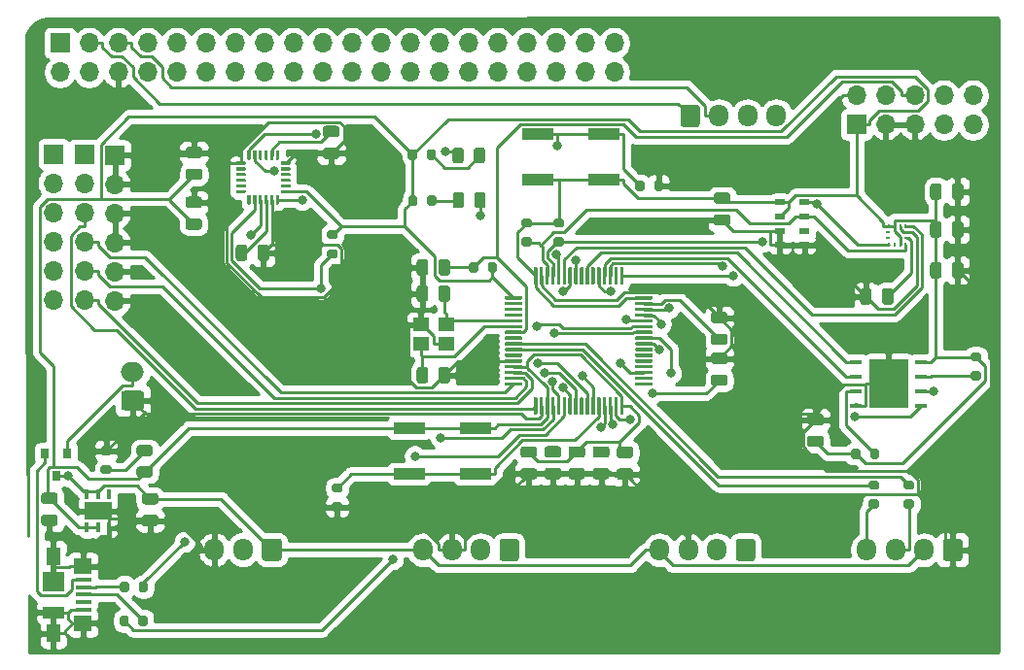
<source format=gbr>
%TF.GenerationSoftware,KiCad,Pcbnew,(5.1.9)-1*%
%TF.CreationDate,2021-03-21T01:20:57-03:00*%
%TF.ProjectId,harpiafc,68617270-6961-4666-932e-6b696361645f,rev?*%
%TF.SameCoordinates,Original*%
%TF.FileFunction,Copper,L1,Top*%
%TF.FilePolarity,Positive*%
%FSLAX46Y46*%
G04 Gerber Fmt 4.6, Leading zero omitted, Abs format (unit mm)*
G04 Created by KiCad (PCBNEW (5.1.9)-1) date 2021-03-21 01:20:57*
%MOMM*%
%LPD*%
G01*
G04 APERTURE LIST*
%TA.AperFunction,ComponentPad*%
%ADD10O,1.700000X1.950000*%
%TD*%
%TA.AperFunction,SMDPad,CuDef*%
%ADD11R,0.800000X0.900000*%
%TD*%
%TA.AperFunction,ComponentPad*%
%ADD12R,1.700000X1.700000*%
%TD*%
%TA.AperFunction,ComponentPad*%
%ADD13O,1.700000X1.700000*%
%TD*%
%TA.AperFunction,SMDPad,CuDef*%
%ADD14R,1.380000X0.450000*%
%TD*%
%TA.AperFunction,SMDPad,CuDef*%
%ADD15R,1.550000X1.425000*%
%TD*%
%TA.AperFunction,SMDPad,CuDef*%
%ADD16R,1.300000X1.650000*%
%TD*%
%TA.AperFunction,SMDPad,CuDef*%
%ADD17R,1.900000X1.800000*%
%TD*%
%TA.AperFunction,SMDPad,CuDef*%
%ADD18R,1.900000X1.000000*%
%TD*%
%TA.AperFunction,SMDPad,CuDef*%
%ADD19R,2.750000X1.000000*%
%TD*%
%TA.AperFunction,SMDPad,CuDef*%
%ADD20R,0.400000X0.860000*%
%TD*%
%TA.AperFunction,SMDPad,CuDef*%
%ADD21R,2.370000X1.630000*%
%TD*%
%TA.AperFunction,SMDPad,CuDef*%
%ADD22R,1.040000X0.440000*%
%TD*%
%TA.AperFunction,SMDPad,CuDef*%
%ADD23R,3.400000X4.300000*%
%TD*%
%TA.AperFunction,SMDPad,CuDef*%
%ADD24R,0.950000X0.550000*%
%TD*%
%TA.AperFunction,SMDPad,CuDef*%
%ADD25R,0.279400X0.304800*%
%TD*%
%TA.AperFunction,SMDPad,CuDef*%
%ADD26R,0.304800X0.279400*%
%TD*%
%TA.AperFunction,SMDPad,CuDef*%
%ADD27R,1.400000X1.200000*%
%TD*%
%TA.AperFunction,ComponentPad*%
%ADD28O,2.000000X1.700000*%
%TD*%
%TA.AperFunction,ViaPad*%
%ADD29C,0.800000*%
%TD*%
%TA.AperFunction,Conductor*%
%ADD30C,0.250000*%
%TD*%
%TA.AperFunction,Conductor*%
%ADD31C,0.254000*%
%TD*%
%TA.AperFunction,Conductor*%
%ADD32C,0.100000*%
%TD*%
G04 APERTURE END LIST*
D10*
%TO.P,J9,4*%
%TO.N,Net-(J9-Pad4)*%
X96894000Y-101346000D03*
%TO.P,J9,3*%
%TO.N,Net-(J9-Pad3)*%
X99394000Y-101346000D03*
%TO.P,J9,2*%
%TO.N,/unreg5V*%
X101894000Y-101346000D03*
%TO.P,J9,1*%
%TO.N,GNDPWR*%
%TA.AperFunction,ComponentPad*%
G36*
G01*
X105244000Y-100621000D02*
X105244000Y-102071000D01*
G75*
G02*
X104994000Y-102321000I-250000J0D01*
G01*
X103794000Y-102321000D01*
G75*
G02*
X103544000Y-102071000I0J250000D01*
G01*
X103544000Y-100621000D01*
G75*
G02*
X103794000Y-100371000I250000J0D01*
G01*
X104994000Y-100371000D01*
G75*
G02*
X105244000Y-100621000I0J-250000D01*
G01*
G37*
%TD.AperFunction*%
%TD*%
%TO.P,J8,4*%
%TO.N,/unreg5V*%
X58286000Y-101346000D03*
%TO.P,J8,3*%
%TO.N,GNDPWR*%
X60786000Y-101346000D03*
%TO.P,J8,2*%
%TO.N,/GPS_TX*%
X63286000Y-101346000D03*
%TO.P,J8,1*%
%TO.N,/GPS_RX*%
%TA.AperFunction,ComponentPad*%
G36*
G01*
X66636000Y-100621000D02*
X66636000Y-102071000D01*
G75*
G02*
X66386000Y-102321000I-250000J0D01*
G01*
X65186000Y-102321000D01*
G75*
G02*
X64936000Y-102071000I0J250000D01*
G01*
X64936000Y-100621000D01*
G75*
G02*
X65186000Y-100371000I250000J0D01*
G01*
X66386000Y-100371000D01*
G75*
G02*
X66636000Y-100621000I0J-250000D01*
G01*
G37*
%TD.AperFunction*%
%TD*%
%TO.P,J10,3*%
%TO.N,GNDPWR*%
X40116000Y-101320000D03*
%TO.P,J10,2*%
%TO.N,/RC_PPM_IN*%
X42616000Y-101320000D03*
%TO.P,J10,1*%
%TO.N,/unreg5V*%
%TA.AperFunction,ComponentPad*%
G36*
G01*
X45966000Y-100595000D02*
X45966000Y-102045000D01*
G75*
G02*
X45716000Y-102295000I-250000J0D01*
G01*
X44516000Y-102295000D01*
G75*
G02*
X44266000Y-102045000I0J250000D01*
G01*
X44266000Y-100595000D01*
G75*
G02*
X44516000Y-100345000I250000J0D01*
G01*
X45716000Y-100345000D01*
G75*
G02*
X45966000Y-100595000I0J-250000D01*
G01*
G37*
%TD.AperFunction*%
%TD*%
%TO.P,C1,2*%
%TO.N,GNDPWR*%
%TA.AperFunction,SMDPad,CuDef*%
G36*
G01*
X34055000Y-98290000D02*
X35005000Y-98290000D01*
G75*
G02*
X35255000Y-98540000I0J-250000D01*
G01*
X35255000Y-99040000D01*
G75*
G02*
X35005000Y-99290000I-250000J0D01*
G01*
X34055000Y-99290000D01*
G75*
G02*
X33805000Y-99040000I0J250000D01*
G01*
X33805000Y-98540000D01*
G75*
G02*
X34055000Y-98290000I250000J0D01*
G01*
G37*
%TD.AperFunction*%
%TO.P,C1,1*%
%TO.N,/unreg5V*%
%TA.AperFunction,SMDPad,CuDef*%
G36*
G01*
X34055000Y-96390000D02*
X35005000Y-96390000D01*
G75*
G02*
X35255000Y-96640000I0J-250000D01*
G01*
X35255000Y-97140000D01*
G75*
G02*
X35005000Y-97390000I-250000J0D01*
G01*
X34055000Y-97390000D01*
G75*
G02*
X33805000Y-97140000I0J250000D01*
G01*
X33805000Y-96640000D01*
G75*
G02*
X34055000Y-96390000I250000J0D01*
G01*
G37*
%TD.AperFunction*%
%TD*%
%TO.P,C2,1*%
%TO.N,/3V3*%
%TA.AperFunction,SMDPad,CuDef*%
G36*
G01*
X25285000Y-96350000D02*
X26235000Y-96350000D01*
G75*
G02*
X26485000Y-96600000I0J-250000D01*
G01*
X26485000Y-97100000D01*
G75*
G02*
X26235000Y-97350000I-250000J0D01*
G01*
X25285000Y-97350000D01*
G75*
G02*
X25035000Y-97100000I0J250000D01*
G01*
X25035000Y-96600000D01*
G75*
G02*
X25285000Y-96350000I250000J0D01*
G01*
G37*
%TD.AperFunction*%
%TO.P,C2,2*%
%TO.N,GNDPWR*%
%TA.AperFunction,SMDPad,CuDef*%
G36*
G01*
X25285000Y-98250000D02*
X26235000Y-98250000D01*
G75*
G02*
X26485000Y-98500000I0J-250000D01*
G01*
X26485000Y-99000000D01*
G75*
G02*
X26235000Y-99250000I-250000J0D01*
G01*
X25285000Y-99250000D01*
G75*
G02*
X25035000Y-99000000I0J250000D01*
G01*
X25035000Y-98500000D01*
G75*
G02*
X25285000Y-98250000I250000J0D01*
G01*
G37*
%TD.AperFunction*%
%TD*%
%TO.P,C3,2*%
%TO.N,/3V3*%
%TA.AperFunction,SMDPad,CuDef*%
G36*
G01*
X67965000Y-93312000D02*
X67015000Y-93312000D01*
G75*
G02*
X66765000Y-93062000I0J250000D01*
G01*
X66765000Y-92562000D01*
G75*
G02*
X67015000Y-92312000I250000J0D01*
G01*
X67965000Y-92312000D01*
G75*
G02*
X68215000Y-92562000I0J-250000D01*
G01*
X68215000Y-93062000D01*
G75*
G02*
X67965000Y-93312000I-250000J0D01*
G01*
G37*
%TD.AperFunction*%
%TO.P,C3,1*%
%TO.N,GNDPWR*%
%TA.AperFunction,SMDPad,CuDef*%
G36*
G01*
X67965000Y-95212000D02*
X67015000Y-95212000D01*
G75*
G02*
X66765000Y-94962000I0J250000D01*
G01*
X66765000Y-94462000D01*
G75*
G02*
X67015000Y-94212000I250000J0D01*
G01*
X67965000Y-94212000D01*
G75*
G02*
X68215000Y-94462000I0J-250000D01*
G01*
X68215000Y-94962000D01*
G75*
G02*
X67965000Y-95212000I-250000J0D01*
G01*
G37*
%TD.AperFunction*%
%TD*%
%TO.P,C4,1*%
%TO.N,GNDPWR*%
%TA.AperFunction,SMDPad,CuDef*%
G36*
G01*
X70065000Y-95192000D02*
X69115000Y-95192000D01*
G75*
G02*
X68865000Y-94942000I0J250000D01*
G01*
X68865000Y-94442000D01*
G75*
G02*
X69115000Y-94192000I250000J0D01*
G01*
X70065000Y-94192000D01*
G75*
G02*
X70315000Y-94442000I0J-250000D01*
G01*
X70315000Y-94942000D01*
G75*
G02*
X70065000Y-95192000I-250000J0D01*
G01*
G37*
%TD.AperFunction*%
%TO.P,C4,2*%
%TO.N,Net-(C4-Pad2)*%
%TA.AperFunction,SMDPad,CuDef*%
G36*
G01*
X70065000Y-93292000D02*
X69115000Y-93292000D01*
G75*
G02*
X68865000Y-93042000I0J250000D01*
G01*
X68865000Y-92542000D01*
G75*
G02*
X69115000Y-92292000I250000J0D01*
G01*
X70065000Y-92292000D01*
G75*
G02*
X70315000Y-92542000I0J-250000D01*
G01*
X70315000Y-93042000D01*
G75*
G02*
X70065000Y-93292000I-250000J0D01*
G01*
G37*
%TD.AperFunction*%
%TD*%
%TO.P,C5,2*%
%TO.N,/3V3*%
%TA.AperFunction,SMDPad,CuDef*%
G36*
G01*
X72145000Y-93302000D02*
X71195000Y-93302000D01*
G75*
G02*
X70945000Y-93052000I0J250000D01*
G01*
X70945000Y-92552000D01*
G75*
G02*
X71195000Y-92302000I250000J0D01*
G01*
X72145000Y-92302000D01*
G75*
G02*
X72395000Y-92552000I0J-250000D01*
G01*
X72395000Y-93052000D01*
G75*
G02*
X72145000Y-93302000I-250000J0D01*
G01*
G37*
%TD.AperFunction*%
%TO.P,C5,1*%
%TO.N,GNDPWR*%
%TA.AperFunction,SMDPad,CuDef*%
G36*
G01*
X72145000Y-95202000D02*
X71195000Y-95202000D01*
G75*
G02*
X70945000Y-94952000I0J250000D01*
G01*
X70945000Y-94452000D01*
G75*
G02*
X71195000Y-94202000I250000J0D01*
G01*
X72145000Y-94202000D01*
G75*
G02*
X72395000Y-94452000I0J-250000D01*
G01*
X72395000Y-94952000D01*
G75*
G02*
X72145000Y-95202000I-250000J0D01*
G01*
G37*
%TD.AperFunction*%
%TD*%
%TO.P,C6,1*%
%TO.N,GNDPWR*%
%TA.AperFunction,SMDPad,CuDef*%
G36*
G01*
X74265000Y-95202000D02*
X73315000Y-95202000D01*
G75*
G02*
X73065000Y-94952000I0J250000D01*
G01*
X73065000Y-94452000D01*
G75*
G02*
X73315000Y-94202000I250000J0D01*
G01*
X74265000Y-94202000D01*
G75*
G02*
X74515000Y-94452000I0J-250000D01*
G01*
X74515000Y-94952000D01*
G75*
G02*
X74265000Y-95202000I-250000J0D01*
G01*
G37*
%TD.AperFunction*%
%TO.P,C6,2*%
%TO.N,Net-(C6-Pad2)*%
%TA.AperFunction,SMDPad,CuDef*%
G36*
G01*
X74265000Y-93302000D02*
X73315000Y-93302000D01*
G75*
G02*
X73065000Y-93052000I0J250000D01*
G01*
X73065000Y-92552000D01*
G75*
G02*
X73315000Y-92302000I250000J0D01*
G01*
X74265000Y-92302000D01*
G75*
G02*
X74515000Y-92552000I0J-250000D01*
G01*
X74515000Y-93052000D01*
G75*
G02*
X74265000Y-93302000I-250000J0D01*
G01*
G37*
%TD.AperFunction*%
%TD*%
%TO.P,C7,1*%
%TO.N,GNDPWR*%
%TA.AperFunction,SMDPad,CuDef*%
G36*
G01*
X76335000Y-95232000D02*
X75385000Y-95232000D01*
G75*
G02*
X75135000Y-94982000I0J250000D01*
G01*
X75135000Y-94482000D01*
G75*
G02*
X75385000Y-94232000I250000J0D01*
G01*
X76335000Y-94232000D01*
G75*
G02*
X76585000Y-94482000I0J-250000D01*
G01*
X76585000Y-94982000D01*
G75*
G02*
X76335000Y-95232000I-250000J0D01*
G01*
G37*
%TD.AperFunction*%
%TO.P,C7,2*%
%TO.N,/3V3*%
%TA.AperFunction,SMDPad,CuDef*%
G36*
G01*
X76335000Y-93332000D02*
X75385000Y-93332000D01*
G75*
G02*
X75135000Y-93082000I0J250000D01*
G01*
X75135000Y-92582000D01*
G75*
G02*
X75385000Y-92332000I250000J0D01*
G01*
X76335000Y-92332000D01*
G75*
G02*
X76585000Y-92582000I0J-250000D01*
G01*
X76585000Y-93082000D01*
G75*
G02*
X76335000Y-93332000I-250000J0D01*
G01*
G37*
%TD.AperFunction*%
%TD*%
%TO.P,C8,1*%
%TO.N,/PH0*%
%TA.AperFunction,SMDPad,CuDef*%
G36*
G01*
X60632000Y-78519000D02*
X60632000Y-79469000D01*
G75*
G02*
X60382000Y-79719000I-250000J0D01*
G01*
X59882000Y-79719000D01*
G75*
G02*
X59632000Y-79469000I0J250000D01*
G01*
X59632000Y-78519000D01*
G75*
G02*
X59882000Y-78269000I250000J0D01*
G01*
X60382000Y-78269000D01*
G75*
G02*
X60632000Y-78519000I0J-250000D01*
G01*
G37*
%TD.AperFunction*%
%TO.P,C8,2*%
%TO.N,GNDPWR*%
%TA.AperFunction,SMDPad,CuDef*%
G36*
G01*
X58732000Y-78519000D02*
X58732000Y-79469000D01*
G75*
G02*
X58482000Y-79719000I-250000J0D01*
G01*
X57982000Y-79719000D01*
G75*
G02*
X57732000Y-79469000I0J250000D01*
G01*
X57732000Y-78519000D01*
G75*
G02*
X57982000Y-78269000I250000J0D01*
G01*
X58482000Y-78269000D01*
G75*
G02*
X58732000Y-78519000I0J-250000D01*
G01*
G37*
%TD.AperFunction*%
%TD*%
%TO.P,C9,2*%
%TO.N,GNDPWR*%
%TA.AperFunction,SMDPad,CuDef*%
G36*
G01*
X59632000Y-86581000D02*
X59632000Y-85631000D01*
G75*
G02*
X59882000Y-85381000I250000J0D01*
G01*
X60382000Y-85381000D01*
G75*
G02*
X60632000Y-85631000I0J-250000D01*
G01*
X60632000Y-86581000D01*
G75*
G02*
X60382000Y-86831000I-250000J0D01*
G01*
X59882000Y-86831000D01*
G75*
G02*
X59632000Y-86581000I0J250000D01*
G01*
G37*
%TD.AperFunction*%
%TO.P,C9,1*%
%TO.N,/PH1*%
%TA.AperFunction,SMDPad,CuDef*%
G36*
G01*
X57732000Y-86581000D02*
X57732000Y-85631000D01*
G75*
G02*
X57982000Y-85381000I250000J0D01*
G01*
X58482000Y-85381000D01*
G75*
G02*
X58732000Y-85631000I0J-250000D01*
G01*
X58732000Y-86581000D01*
G75*
G02*
X58482000Y-86831000I-250000J0D01*
G01*
X57982000Y-86831000D01*
G75*
G02*
X57732000Y-86581000I0J250000D01*
G01*
G37*
%TD.AperFunction*%
%TD*%
%TO.P,C10,1*%
%TO.N,/3V3*%
%TA.AperFunction,SMDPad,CuDef*%
G36*
G01*
X38815000Y-69098000D02*
X37865000Y-69098000D01*
G75*
G02*
X37615000Y-68848000I0J250000D01*
G01*
X37615000Y-68348000D01*
G75*
G02*
X37865000Y-68098000I250000J0D01*
G01*
X38815000Y-68098000D01*
G75*
G02*
X39065000Y-68348000I0J-250000D01*
G01*
X39065000Y-68848000D01*
G75*
G02*
X38815000Y-69098000I-250000J0D01*
G01*
G37*
%TD.AperFunction*%
%TO.P,C10,2*%
%TO.N,GNDPWR*%
%TA.AperFunction,SMDPad,CuDef*%
G36*
G01*
X38815000Y-67198000D02*
X37865000Y-67198000D01*
G75*
G02*
X37615000Y-66948000I0J250000D01*
G01*
X37615000Y-66448000D01*
G75*
G02*
X37865000Y-66198000I250000J0D01*
G01*
X38815000Y-66198000D01*
G75*
G02*
X39065000Y-66448000I0J-250000D01*
G01*
X39065000Y-66948000D01*
G75*
G02*
X38815000Y-67198000I-250000J0D01*
G01*
G37*
%TD.AperFunction*%
%TD*%
%TO.P,C11,2*%
%TO.N,GNDPWR*%
%TA.AperFunction,SMDPad,CuDef*%
G36*
G01*
X38795000Y-71538000D02*
X37845000Y-71538000D01*
G75*
G02*
X37595000Y-71288000I0J250000D01*
G01*
X37595000Y-70788000D01*
G75*
G02*
X37845000Y-70538000I250000J0D01*
G01*
X38795000Y-70538000D01*
G75*
G02*
X39045000Y-70788000I0J-250000D01*
G01*
X39045000Y-71288000D01*
G75*
G02*
X38795000Y-71538000I-250000J0D01*
G01*
G37*
%TD.AperFunction*%
%TO.P,C11,1*%
%TO.N,/3V3*%
%TA.AperFunction,SMDPad,CuDef*%
G36*
G01*
X38795000Y-73438000D02*
X37845000Y-73438000D01*
G75*
G02*
X37595000Y-73188000I0J250000D01*
G01*
X37595000Y-72688000D01*
G75*
G02*
X37845000Y-72438000I250000J0D01*
G01*
X38795000Y-72438000D01*
G75*
G02*
X39045000Y-72688000I0J-250000D01*
G01*
X39045000Y-73188000D01*
G75*
G02*
X38795000Y-73438000I-250000J0D01*
G01*
G37*
%TD.AperFunction*%
%TD*%
%TO.P,C12,2*%
%TO.N,GNDPWR*%
%TA.AperFunction,SMDPad,CuDef*%
G36*
G01*
X43884000Y-75913000D02*
X43884000Y-74963000D01*
G75*
G02*
X44134000Y-74713000I250000J0D01*
G01*
X44634000Y-74713000D01*
G75*
G02*
X44884000Y-74963000I0J-250000D01*
G01*
X44884000Y-75913000D01*
G75*
G02*
X44634000Y-76163000I-250000J0D01*
G01*
X44134000Y-76163000D01*
G75*
G02*
X43884000Y-75913000I0J250000D01*
G01*
G37*
%TD.AperFunction*%
%TO.P,C12,1*%
%TO.N,Net-(C12-Pad1)*%
%TA.AperFunction,SMDPad,CuDef*%
G36*
G01*
X41984000Y-75913000D02*
X41984000Y-74963000D01*
G75*
G02*
X42234000Y-74713000I250000J0D01*
G01*
X42734000Y-74713000D01*
G75*
G02*
X42984000Y-74963000I0J-250000D01*
G01*
X42984000Y-75913000D01*
G75*
G02*
X42734000Y-76163000I-250000J0D01*
G01*
X42234000Y-76163000D01*
G75*
G02*
X41984000Y-75913000I0J250000D01*
G01*
G37*
%TD.AperFunction*%
%TD*%
%TO.P,C13,2*%
%TO.N,GNDPWR*%
%TA.AperFunction,SMDPad,CuDef*%
G36*
G01*
X49815000Y-66258000D02*
X50765000Y-66258000D01*
G75*
G02*
X51015000Y-66508000I0J-250000D01*
G01*
X51015000Y-67008000D01*
G75*
G02*
X50765000Y-67258000I-250000J0D01*
G01*
X49815000Y-67258000D01*
G75*
G02*
X49565000Y-67008000I0J250000D01*
G01*
X49565000Y-66508000D01*
G75*
G02*
X49815000Y-66258000I250000J0D01*
G01*
G37*
%TD.AperFunction*%
%TO.P,C13,1*%
%TO.N,Net-(C13-Pad1)*%
%TA.AperFunction,SMDPad,CuDef*%
G36*
G01*
X49815000Y-64358000D02*
X50765000Y-64358000D01*
G75*
G02*
X51015000Y-64608000I0J-250000D01*
G01*
X51015000Y-65108000D01*
G75*
G02*
X50765000Y-65358000I-250000J0D01*
G01*
X49815000Y-65358000D01*
G75*
G02*
X49565000Y-65108000I0J250000D01*
G01*
X49565000Y-64608000D01*
G75*
G02*
X49815000Y-64358000I250000J0D01*
G01*
G37*
%TD.AperFunction*%
%TD*%
%TO.P,C16,1*%
%TO.N,/3V3*%
%TA.AperFunction,SMDPad,CuDef*%
G36*
G01*
X92931000Y-92382000D02*
X91981000Y-92382000D01*
G75*
G02*
X91731000Y-92132000I0J250000D01*
G01*
X91731000Y-91632000D01*
G75*
G02*
X91981000Y-91382000I250000J0D01*
G01*
X92931000Y-91382000D01*
G75*
G02*
X93181000Y-91632000I0J-250000D01*
G01*
X93181000Y-92132000D01*
G75*
G02*
X92931000Y-92382000I-250000J0D01*
G01*
G37*
%TD.AperFunction*%
%TO.P,C16,2*%
%TO.N,GNDPWR*%
%TA.AperFunction,SMDPad,CuDef*%
G36*
G01*
X92931000Y-90482000D02*
X91981000Y-90482000D01*
G75*
G02*
X91731000Y-90232000I0J250000D01*
G01*
X91731000Y-89732000D01*
G75*
G02*
X91981000Y-89482000I250000J0D01*
G01*
X92931000Y-89482000D01*
G75*
G02*
X93181000Y-89732000I0J-250000D01*
G01*
X93181000Y-90232000D01*
G75*
G02*
X92931000Y-90482000I-250000J0D01*
G01*
G37*
%TD.AperFunction*%
%TD*%
%TO.P,C19,1*%
%TO.N,/3V3*%
%TA.AperFunction,SMDPad,CuDef*%
G36*
G01*
X83853000Y-70178000D02*
X84803000Y-70178000D01*
G75*
G02*
X85053000Y-70428000I0J-250000D01*
G01*
X85053000Y-70928000D01*
G75*
G02*
X84803000Y-71178000I-250000J0D01*
G01*
X83853000Y-71178000D01*
G75*
G02*
X83603000Y-70928000I0J250000D01*
G01*
X83603000Y-70428000D01*
G75*
G02*
X83853000Y-70178000I250000J0D01*
G01*
G37*
%TD.AperFunction*%
%TO.P,C19,2*%
%TO.N,GNDPWR*%
%TA.AperFunction,SMDPad,CuDef*%
G36*
G01*
X83853000Y-72078000D02*
X84803000Y-72078000D01*
G75*
G02*
X85053000Y-72328000I0J-250000D01*
G01*
X85053000Y-72828000D01*
G75*
G02*
X84803000Y-73078000I-250000J0D01*
G01*
X83853000Y-73078000D01*
G75*
G02*
X83603000Y-72828000I0J250000D01*
G01*
X83603000Y-72328000D01*
G75*
G02*
X83853000Y-72078000I250000J0D01*
G01*
G37*
%TD.AperFunction*%
%TD*%
%TO.P,C20,1*%
%TO.N,/NRST*%
%TA.AperFunction,SMDPad,CuDef*%
G36*
G01*
X60632000Y-76233000D02*
X60632000Y-77183000D01*
G75*
G02*
X60382000Y-77433000I-250000J0D01*
G01*
X59882000Y-77433000D01*
G75*
G02*
X59632000Y-77183000I0J250000D01*
G01*
X59632000Y-76233000D01*
G75*
G02*
X59882000Y-75983000I250000J0D01*
G01*
X60382000Y-75983000D01*
G75*
G02*
X60632000Y-76233000I0J-250000D01*
G01*
G37*
%TD.AperFunction*%
%TO.P,C20,2*%
%TO.N,GNDPWR*%
%TA.AperFunction,SMDPad,CuDef*%
G36*
G01*
X58732000Y-76233000D02*
X58732000Y-77183000D01*
G75*
G02*
X58482000Y-77433000I-250000J0D01*
G01*
X57982000Y-77433000D01*
G75*
G02*
X57732000Y-77183000I0J250000D01*
G01*
X57732000Y-76233000D01*
G75*
G02*
X57982000Y-75983000I250000J0D01*
G01*
X58482000Y-75983000D01*
G75*
G02*
X58732000Y-76233000I0J-250000D01*
G01*
G37*
%TD.AperFunction*%
%TD*%
%TO.P,C21,2*%
%TO.N,GNDPWR*%
%TA.AperFunction,SMDPad,CuDef*%
G36*
G01*
X84549000Y-85148000D02*
X83599000Y-85148000D01*
G75*
G02*
X83349000Y-84898000I0J250000D01*
G01*
X83349000Y-84398000D01*
G75*
G02*
X83599000Y-84148000I250000J0D01*
G01*
X84549000Y-84148000D01*
G75*
G02*
X84799000Y-84398000I0J-250000D01*
G01*
X84799000Y-84898000D01*
G75*
G02*
X84549000Y-85148000I-250000J0D01*
G01*
G37*
%TD.AperFunction*%
%TO.P,C21,1*%
%TO.N,Net-(C21-Pad1)*%
%TA.AperFunction,SMDPad,CuDef*%
G36*
G01*
X84549000Y-87048000D02*
X83599000Y-87048000D01*
G75*
G02*
X83349000Y-86798000I0J250000D01*
G01*
X83349000Y-86298000D01*
G75*
G02*
X83599000Y-86048000I250000J0D01*
G01*
X84549000Y-86048000D01*
G75*
G02*
X84799000Y-86298000I0J-250000D01*
G01*
X84799000Y-86798000D01*
G75*
G02*
X84549000Y-87048000I-250000J0D01*
G01*
G37*
%TD.AperFunction*%
%TD*%
%TO.P,C22,1*%
%TO.N,Net-(C22-Pad1)*%
%TA.AperFunction,SMDPad,CuDef*%
G36*
G01*
X84549000Y-83492000D02*
X83599000Y-83492000D01*
G75*
G02*
X83349000Y-83242000I0J250000D01*
G01*
X83349000Y-82742000D01*
G75*
G02*
X83599000Y-82492000I250000J0D01*
G01*
X84549000Y-82492000D01*
G75*
G02*
X84799000Y-82742000I0J-250000D01*
G01*
X84799000Y-83242000D01*
G75*
G02*
X84549000Y-83492000I-250000J0D01*
G01*
G37*
%TD.AperFunction*%
%TO.P,C22,2*%
%TO.N,GNDPWR*%
%TA.AperFunction,SMDPad,CuDef*%
G36*
G01*
X84549000Y-81592000D02*
X83599000Y-81592000D01*
G75*
G02*
X83349000Y-81342000I0J250000D01*
G01*
X83349000Y-80842000D01*
G75*
G02*
X83599000Y-80592000I250000J0D01*
G01*
X84549000Y-80592000D01*
G75*
G02*
X84799000Y-80842000I0J-250000D01*
G01*
X84799000Y-81342000D01*
G75*
G02*
X84549000Y-81592000I-250000J0D01*
G01*
G37*
%TD.AperFunction*%
%TD*%
%TO.P,C23,2*%
%TO.N,Net-(C23-Pad2)*%
%TA.AperFunction,SMDPad,CuDef*%
G36*
G01*
X98240000Y-79723000D02*
X98240000Y-78773000D01*
G75*
G02*
X98490000Y-78523000I250000J0D01*
G01*
X98990000Y-78523000D01*
G75*
G02*
X99240000Y-78773000I0J-250000D01*
G01*
X99240000Y-79723000D01*
G75*
G02*
X98990000Y-79973000I-250000J0D01*
G01*
X98490000Y-79973000D01*
G75*
G02*
X98240000Y-79723000I0J250000D01*
G01*
G37*
%TD.AperFunction*%
%TO.P,C23,1*%
%TO.N,GNDPWR*%
%TA.AperFunction,SMDPad,CuDef*%
G36*
G01*
X96340000Y-79723000D02*
X96340000Y-78773000D01*
G75*
G02*
X96590000Y-78523000I250000J0D01*
G01*
X97090000Y-78523000D01*
G75*
G02*
X97340000Y-78773000I0J-250000D01*
G01*
X97340000Y-79723000D01*
G75*
G02*
X97090000Y-79973000I-250000J0D01*
G01*
X96590000Y-79973000D01*
G75*
G02*
X96340000Y-79723000I0J250000D01*
G01*
G37*
%TD.AperFunction*%
%TD*%
%TO.P,C24,1*%
%TO.N,/3V3*%
%TA.AperFunction,SMDPad,CuDef*%
G36*
G01*
X102436000Y-73881000D02*
X102436000Y-72931000D01*
G75*
G02*
X102686000Y-72681000I250000J0D01*
G01*
X103186000Y-72681000D01*
G75*
G02*
X103436000Y-72931000I0J-250000D01*
G01*
X103436000Y-73881000D01*
G75*
G02*
X103186000Y-74131000I-250000J0D01*
G01*
X102686000Y-74131000D01*
G75*
G02*
X102436000Y-73881000I0J250000D01*
G01*
G37*
%TD.AperFunction*%
%TO.P,C24,2*%
%TO.N,GNDPWR*%
%TA.AperFunction,SMDPad,CuDef*%
G36*
G01*
X104336000Y-73881000D02*
X104336000Y-72931000D01*
G75*
G02*
X104586000Y-72681000I250000J0D01*
G01*
X105086000Y-72681000D01*
G75*
G02*
X105336000Y-72931000I0J-250000D01*
G01*
X105336000Y-73881000D01*
G75*
G02*
X105086000Y-74131000I-250000J0D01*
G01*
X104586000Y-74131000D01*
G75*
G02*
X104336000Y-73881000I0J250000D01*
G01*
G37*
%TD.AperFunction*%
%TD*%
%TO.P,C25,2*%
%TO.N,GNDPWR*%
%TA.AperFunction,SMDPad,CuDef*%
G36*
G01*
X104336000Y-77437000D02*
X104336000Y-76487000D01*
G75*
G02*
X104586000Y-76237000I250000J0D01*
G01*
X105086000Y-76237000D01*
G75*
G02*
X105336000Y-76487000I0J-250000D01*
G01*
X105336000Y-77437000D01*
G75*
G02*
X105086000Y-77687000I-250000J0D01*
G01*
X104586000Y-77687000D01*
G75*
G02*
X104336000Y-77437000I0J250000D01*
G01*
G37*
%TD.AperFunction*%
%TO.P,C25,1*%
%TO.N,/3V3*%
%TA.AperFunction,SMDPad,CuDef*%
G36*
G01*
X102436000Y-77437000D02*
X102436000Y-76487000D01*
G75*
G02*
X102686000Y-76237000I250000J0D01*
G01*
X103186000Y-76237000D01*
G75*
G02*
X103436000Y-76487000I0J-250000D01*
G01*
X103436000Y-77437000D01*
G75*
G02*
X103186000Y-77687000I-250000J0D01*
G01*
X102686000Y-77687000D01*
G75*
G02*
X102436000Y-77437000I0J250000D01*
G01*
G37*
%TD.AperFunction*%
%TD*%
%TO.P,C26,2*%
%TO.N,GNDPWR*%
%TA.AperFunction,SMDPad,CuDef*%
G36*
G01*
X104336000Y-70579000D02*
X104336000Y-69629000D01*
G75*
G02*
X104586000Y-69379000I250000J0D01*
G01*
X105086000Y-69379000D01*
G75*
G02*
X105336000Y-69629000I0J-250000D01*
G01*
X105336000Y-70579000D01*
G75*
G02*
X105086000Y-70829000I-250000J0D01*
G01*
X104586000Y-70829000D01*
G75*
G02*
X104336000Y-70579000I0J250000D01*
G01*
G37*
%TD.AperFunction*%
%TO.P,C26,1*%
%TO.N,/3V3*%
%TA.AperFunction,SMDPad,CuDef*%
G36*
G01*
X102436000Y-70579000D02*
X102436000Y-69629000D01*
G75*
G02*
X102686000Y-69379000I250000J0D01*
G01*
X103186000Y-69379000D01*
G75*
G02*
X103436000Y-69629000I0J-250000D01*
G01*
X103436000Y-70579000D01*
G75*
G02*
X103186000Y-70829000I-250000J0D01*
G01*
X102686000Y-70829000D01*
G75*
G02*
X102436000Y-70579000I0J250000D01*
G01*
G37*
%TD.AperFunction*%
%TD*%
%TO.P,D1,1*%
%TO.N,Net-(D1-Pad1)*%
%TA.AperFunction,SMDPad,CuDef*%
G36*
G01*
X33593750Y-92195000D02*
X34506250Y-92195000D01*
G75*
G02*
X34750000Y-92438750I0J-243750D01*
G01*
X34750000Y-92926250D01*
G75*
G02*
X34506250Y-93170000I-243750J0D01*
G01*
X33593750Y-93170000D01*
G75*
G02*
X33350000Y-92926250I0J243750D01*
G01*
X33350000Y-92438750D01*
G75*
G02*
X33593750Y-92195000I243750J0D01*
G01*
G37*
%TD.AperFunction*%
%TO.P,D1,2*%
%TO.N,/3V3*%
%TA.AperFunction,SMDPad,CuDef*%
G36*
G01*
X33593750Y-94070000D02*
X34506250Y-94070000D01*
G75*
G02*
X34750000Y-94313750I0J-243750D01*
G01*
X34750000Y-94801250D01*
G75*
G02*
X34506250Y-95045000I-243750J0D01*
G01*
X33593750Y-95045000D01*
G75*
G02*
X33350000Y-94801250I0J243750D01*
G01*
X33350000Y-94313750D01*
G75*
G02*
X33593750Y-94070000I243750J0D01*
G01*
G37*
%TD.AperFunction*%
%TD*%
D11*
%TO.P,D2,1*%
%TO.N,/5V_BAT*%
X27290000Y-92920000D03*
%TO.P,D2,2*%
%TO.N,/5V_USB*%
X25390000Y-92920000D03*
%TO.P,D2,3*%
%TO.N,/unreg5V*%
X26340000Y-94920000D03*
%TD*%
%TO.P,D3,2*%
%TO.N,Net-(D3-Pad2)*%
%TA.AperFunction,SMDPad,CuDef*%
G36*
G01*
X62718000Y-67408250D02*
X62718000Y-66495750D01*
G75*
G02*
X62961750Y-66252000I243750J0D01*
G01*
X63449250Y-66252000D01*
G75*
G02*
X63693000Y-66495750I0J-243750D01*
G01*
X63693000Y-67408250D01*
G75*
G02*
X63449250Y-67652000I-243750J0D01*
G01*
X62961750Y-67652000D01*
G75*
G02*
X62718000Y-67408250I0J243750D01*
G01*
G37*
%TD.AperFunction*%
%TO.P,D3,1*%
%TO.N,Net-(D3-Pad1)*%
%TA.AperFunction,SMDPad,CuDef*%
G36*
G01*
X60843000Y-67408250D02*
X60843000Y-66495750D01*
G75*
G02*
X61086750Y-66252000I243750J0D01*
G01*
X61574250Y-66252000D01*
G75*
G02*
X61818000Y-66495750I0J-243750D01*
G01*
X61818000Y-67408250D01*
G75*
G02*
X61574250Y-67652000I-243750J0D01*
G01*
X61086750Y-67652000D01*
G75*
G02*
X60843000Y-67408250I0J243750D01*
G01*
G37*
%TD.AperFunction*%
%TD*%
%TO.P,D4,1*%
%TO.N,Net-(D4-Pad1)*%
%TA.AperFunction,SMDPad,CuDef*%
G36*
G01*
X63733000Y-70395750D02*
X63733000Y-71308250D01*
G75*
G02*
X63489250Y-71552000I-243750J0D01*
G01*
X63001750Y-71552000D01*
G75*
G02*
X62758000Y-71308250I0J243750D01*
G01*
X62758000Y-70395750D01*
G75*
G02*
X63001750Y-70152000I243750J0D01*
G01*
X63489250Y-70152000D01*
G75*
G02*
X63733000Y-70395750I0J-243750D01*
G01*
G37*
%TD.AperFunction*%
%TO.P,D4,2*%
%TO.N,Net-(D4-Pad2)*%
%TA.AperFunction,SMDPad,CuDef*%
G36*
G01*
X61858000Y-70395750D02*
X61858000Y-71308250D01*
G75*
G02*
X61614250Y-71552000I-243750J0D01*
G01*
X61126750Y-71552000D01*
G75*
G02*
X60883000Y-71308250I0J243750D01*
G01*
X60883000Y-70395750D01*
G75*
G02*
X61126750Y-70152000I243750J0D01*
G01*
X61614250Y-70152000D01*
G75*
G02*
X61858000Y-70395750I0J-243750D01*
G01*
G37*
%TD.AperFunction*%
%TD*%
D12*
%TO.P,J2,1*%
%TO.N,/unreg5V*%
X26120000Y-66820000D03*
D13*
%TO.P,J2,2*%
X26120000Y-69360000D03*
%TO.P,J2,3*%
X26120000Y-71900000D03*
%TO.P,J2,4*%
X26120000Y-74440000D03*
%TO.P,J2,5*%
X26120000Y-76980000D03*
%TO.P,J2,6*%
X26120000Y-79520000D03*
%TD*%
D12*
%TO.P,J3,1*%
%TO.N,/3V3*%
X96012000Y-64262000D03*
D13*
%TO.P,J3,2*%
%TO.N,GNDPWR*%
X96012000Y-61722000D03*
%TO.P,J3,3*%
X98552000Y-64262000D03*
%TO.P,J3,4*%
%TO.N,Net-(J3-Pad4)*%
X98552000Y-61722000D03*
%TO.P,J3,5*%
%TO.N,GNDPWR*%
X101092000Y-64262000D03*
%TO.P,J3,6*%
%TO.N,/NRST*%
X101092000Y-61722000D03*
%TO.P,J3,7*%
%TO.N,Net-(J3-Pad7)*%
X103632000Y-64262000D03*
%TO.P,J3,8*%
%TO.N,Net-(J3-Pad8)*%
X103632000Y-61722000D03*
%TO.P,J3,9*%
%TO.N,/SWCLK*%
X106172000Y-64262000D03*
%TO.P,J3,10*%
%TO.N,/SWDIO*%
X106172000Y-61722000D03*
%TD*%
%TO.P,J4,6*%
%TO.N,GNDPWR*%
X31470000Y-79640000D03*
%TO.P,J4,5*%
X31470000Y-77100000D03*
%TO.P,J4,4*%
X31470000Y-74560000D03*
%TO.P,J4,3*%
X31470000Y-72020000D03*
%TO.P,J4,2*%
X31470000Y-69480000D03*
D12*
%TO.P,J4,1*%
X31470000Y-66940000D03*
%TD*%
D14*
%TO.P,J5,1*%
%TO.N,/5V_USB*%
X28770000Y-103950000D03*
%TO.P,J5,2*%
%TO.N,Net-(J5-Pad2)*%
X28770000Y-104600000D03*
%TO.P,J5,3*%
%TO.N,Net-(J5-Pad3)*%
X28770000Y-105250000D03*
%TO.P,J5,4*%
%TO.N,Net-(J5-Pad4)*%
X28770000Y-105900000D03*
%TO.P,J5,5*%
%TO.N,GNDPWR*%
X28770000Y-106550000D03*
D15*
%TO.P,J5,6*%
X28685000Y-102762500D03*
X28685000Y-107737500D03*
D16*
X26110000Y-101875000D03*
X26110000Y-108625000D03*
D17*
X26110000Y-104100000D03*
D18*
X26110000Y-106800000D03*
%TD*%
D12*
%TO.P,J6,1*%
%TO.N,/OUT1*%
X28790000Y-66870000D03*
D13*
%TO.P,J6,2*%
%TO.N,/OUT2*%
X28790000Y-69410000D03*
%TO.P,J6,3*%
%TO.N,/OUT3*%
X28790000Y-71950000D03*
%TO.P,J6,4*%
%TO.N,/OUT4*%
X28790000Y-74490000D03*
%TO.P,J6,5*%
%TO.N,/OUT5*%
X28790000Y-77030000D03*
%TO.P,J6,6*%
%TO.N,/OUT6*%
X28790000Y-79570000D03*
%TD*%
D12*
%TO.P,J7,1*%
%TO.N,/3.3V_RPI*%
X26670000Y-57150000D03*
D13*
%TO.P,J7,2*%
%TO.N,Net-(J7-Pad2)*%
X26670000Y-59690000D03*
%TO.P,J7,3*%
%TO.N,/SDA_RPI*%
X29210000Y-57150000D03*
%TO.P,J7,4*%
%TO.N,Net-(J7-Pad4)*%
X29210000Y-59690000D03*
%TO.P,J7,5*%
%TO.N,/SCL_RPI*%
X31750000Y-57150000D03*
%TO.P,J7,6*%
%TO.N,GNDPWR*%
X31750000Y-59690000D03*
%TO.P,J7,7*%
%TO.N,Net-(J7-Pad7)*%
X34290000Y-57150000D03*
%TO.P,J7,8*%
%TO.N,/UART1_RX*%
X34290000Y-59690000D03*
%TO.P,J7,9*%
%TO.N,/GND_RPI*%
X36830000Y-57150000D03*
%TO.P,J7,10*%
%TO.N,/UART1_TX*%
X36830000Y-59690000D03*
%TO.P,J7,11*%
%TO.N,Net-(J7-Pad11)*%
X39370000Y-57150000D03*
%TO.P,J7,12*%
%TO.N,Net-(J7-Pad12)*%
X39370000Y-59690000D03*
%TO.P,J7,13*%
%TO.N,Net-(J7-Pad13)*%
X41910000Y-57150000D03*
%TO.P,J7,14*%
%TO.N,Net-(J7-Pad14)*%
X41910000Y-59690000D03*
%TO.P,J7,15*%
%TO.N,Net-(J7-Pad15)*%
X44450000Y-57150000D03*
%TO.P,J7,16*%
%TO.N,Net-(J7-Pad16)*%
X44450000Y-59690000D03*
%TO.P,J7,17*%
%TO.N,Net-(J7-Pad17)*%
X46990000Y-57150000D03*
%TO.P,J7,18*%
%TO.N,Net-(J7-Pad18)*%
X46990000Y-59690000D03*
%TO.P,J7,19*%
%TO.N,Net-(J7-Pad19)*%
X49530000Y-57150000D03*
%TO.P,J7,20*%
%TO.N,Net-(J7-Pad20)*%
X49530000Y-59690000D03*
%TO.P,J7,21*%
%TO.N,Net-(J7-Pad21)*%
X52070000Y-57150000D03*
%TO.P,J7,22*%
%TO.N,Net-(J7-Pad22)*%
X52070000Y-59690000D03*
%TO.P,J7,23*%
%TO.N,Net-(J7-Pad23)*%
X54610000Y-57150000D03*
%TO.P,J7,24*%
%TO.N,Net-(J7-Pad24)*%
X54610000Y-59690000D03*
%TO.P,J7,25*%
%TO.N,Net-(J7-Pad25)*%
X57150000Y-57150000D03*
%TO.P,J7,26*%
%TO.N,Net-(J7-Pad26)*%
X57150000Y-59690000D03*
%TO.P,J7,27*%
%TO.N,Net-(J7-Pad27)*%
X59690000Y-57150000D03*
%TO.P,J7,28*%
%TO.N,Net-(J7-Pad28)*%
X59690000Y-59690000D03*
%TO.P,J7,29*%
%TO.N,Net-(J7-Pad29)*%
X62230000Y-57150000D03*
%TO.P,J7,30*%
%TO.N,Net-(J7-Pad30)*%
X62230000Y-59690000D03*
%TO.P,J7,31*%
%TO.N,Net-(J7-Pad31)*%
X64770000Y-57150000D03*
%TO.P,J7,32*%
%TO.N,Net-(J7-Pad32)*%
X64770000Y-59690000D03*
%TO.P,J7,33*%
%TO.N,Net-(J7-Pad33)*%
X67310000Y-57150000D03*
%TO.P,J7,34*%
%TO.N,Net-(J7-Pad34)*%
X67310000Y-59690000D03*
%TO.P,J7,35*%
%TO.N,Net-(J7-Pad35)*%
X69850000Y-57150000D03*
%TO.P,J7,36*%
%TO.N,Net-(J7-Pad36)*%
X69850000Y-59690000D03*
%TO.P,J7,37*%
%TO.N,Net-(J7-Pad37)*%
X72390000Y-57150000D03*
%TO.P,J7,38*%
%TO.N,Net-(J7-Pad38)*%
X72390000Y-59690000D03*
%TO.P,J7,39*%
%TO.N,Net-(J7-Pad39)*%
X74930000Y-57150000D03*
%TO.P,J7,40*%
%TO.N,Net-(J7-Pad40)*%
X74930000Y-59690000D03*
%TD*%
%TO.P,J11,1*%
%TO.N,/I2C3_SDA*%
%TA.AperFunction,ComponentPad*%
G36*
G01*
X87210000Y-100621000D02*
X87210000Y-102071000D01*
G75*
G02*
X86960000Y-102321000I-250000J0D01*
G01*
X85760000Y-102321000D01*
G75*
G02*
X85510000Y-102071000I0J250000D01*
G01*
X85510000Y-100621000D01*
G75*
G02*
X85760000Y-100371000I250000J0D01*
G01*
X86960000Y-100371000D01*
G75*
G02*
X87210000Y-100621000I0J-250000D01*
G01*
G37*
%TD.AperFunction*%
D10*
%TO.P,J11,2*%
%TO.N,/I2C3_SCL*%
X83860000Y-101346000D03*
%TO.P,J11,3*%
%TO.N,GNDPWR*%
X81360000Y-101346000D03*
%TO.P,J11,4*%
%TO.N,/unreg5V*%
X78860000Y-101346000D03*
%TD*%
%TO.P,J12,4*%
%TO.N,/3.3V_RPI*%
X89034000Y-63500000D03*
%TO.P,J12,3*%
%TO.N,/GND_RPI*%
X86534000Y-63500000D03*
%TO.P,J12,2*%
%TO.N,/SCL_RPI*%
X84034000Y-63500000D03*
%TO.P,J12,1*%
%TO.N,/SDA_RPI*%
%TA.AperFunction,ComponentPad*%
G36*
G01*
X80684000Y-64225000D02*
X80684000Y-62775000D01*
G75*
G02*
X80934000Y-62525000I250000J0D01*
G01*
X82134000Y-62525000D01*
G75*
G02*
X82384000Y-62775000I0J-250000D01*
G01*
X82384000Y-64225000D01*
G75*
G02*
X82134000Y-64475000I-250000J0D01*
G01*
X80934000Y-64475000D01*
G75*
G02*
X80684000Y-64225000I0J250000D01*
G01*
G37*
%TD.AperFunction*%
%TD*%
%TO.P,R1,1*%
%TO.N,GNDPWR*%
%TA.AperFunction,SMDPad,CuDef*%
G36*
G01*
X30415000Y-92295000D02*
X30965000Y-92295000D01*
G75*
G02*
X31165000Y-92495000I0J-200000D01*
G01*
X31165000Y-92895000D01*
G75*
G02*
X30965000Y-93095000I-200000J0D01*
G01*
X30415000Y-93095000D01*
G75*
G02*
X30215000Y-92895000I0J200000D01*
G01*
X30215000Y-92495000D01*
G75*
G02*
X30415000Y-92295000I200000J0D01*
G01*
G37*
%TD.AperFunction*%
%TO.P,R1,2*%
%TO.N,Net-(D1-Pad1)*%
%TA.AperFunction,SMDPad,CuDef*%
G36*
G01*
X30415000Y-93945000D02*
X30965000Y-93945000D01*
G75*
G02*
X31165000Y-94145000I0J-200000D01*
G01*
X31165000Y-94545000D01*
G75*
G02*
X30965000Y-94745000I-200000J0D01*
G01*
X30415000Y-94745000D01*
G75*
G02*
X30215000Y-94545000I0J200000D01*
G01*
X30215000Y-94145000D01*
G75*
G02*
X30415000Y-93945000I200000J0D01*
G01*
G37*
%TD.AperFunction*%
%TD*%
%TO.P,R2,1*%
%TO.N,/3V3*%
%TA.AperFunction,SMDPad,CuDef*%
G36*
G01*
X69829000Y-72435000D02*
X70379000Y-72435000D01*
G75*
G02*
X70579000Y-72635000I0J-200000D01*
G01*
X70579000Y-73035000D01*
G75*
G02*
X70379000Y-73235000I-200000J0D01*
G01*
X69829000Y-73235000D01*
G75*
G02*
X69629000Y-73035000I0J200000D01*
G01*
X69629000Y-72635000D01*
G75*
G02*
X69829000Y-72435000I200000J0D01*
G01*
G37*
%TD.AperFunction*%
%TO.P,R2,2*%
%TO.N,/I2C1_SCL*%
%TA.AperFunction,SMDPad,CuDef*%
G36*
G01*
X69829000Y-74085000D02*
X70379000Y-74085000D01*
G75*
G02*
X70579000Y-74285000I0J-200000D01*
G01*
X70579000Y-74685000D01*
G75*
G02*
X70379000Y-74885000I-200000J0D01*
G01*
X69829000Y-74885000D01*
G75*
G02*
X69629000Y-74685000I0J200000D01*
G01*
X69629000Y-74285000D01*
G75*
G02*
X69829000Y-74085000I200000J0D01*
G01*
G37*
%TD.AperFunction*%
%TD*%
%TO.P,R3,2*%
%TO.N,/I2C1_SDA*%
%TA.AperFunction,SMDPad,CuDef*%
G36*
G01*
X67035000Y-74085000D02*
X67585000Y-74085000D01*
G75*
G02*
X67785000Y-74285000I0J-200000D01*
G01*
X67785000Y-74685000D01*
G75*
G02*
X67585000Y-74885000I-200000J0D01*
G01*
X67035000Y-74885000D01*
G75*
G02*
X66835000Y-74685000I0J200000D01*
G01*
X66835000Y-74285000D01*
G75*
G02*
X67035000Y-74085000I200000J0D01*
G01*
G37*
%TD.AperFunction*%
%TO.P,R3,1*%
%TO.N,/3V3*%
%TA.AperFunction,SMDPad,CuDef*%
G36*
G01*
X67035000Y-72435000D02*
X67585000Y-72435000D01*
G75*
G02*
X67785000Y-72635000I0J-200000D01*
G01*
X67785000Y-73035000D01*
G75*
G02*
X67585000Y-73235000I-200000J0D01*
G01*
X67035000Y-73235000D01*
G75*
G02*
X66835000Y-73035000I0J200000D01*
G01*
X66835000Y-72635000D01*
G75*
G02*
X67035000Y-72435000I200000J0D01*
G01*
G37*
%TD.AperFunction*%
%TD*%
%TO.P,R4,1*%
%TO.N,/3V3*%
%TA.AperFunction,SMDPad,CuDef*%
G36*
G01*
X50125000Y-73463000D02*
X50675000Y-73463000D01*
G75*
G02*
X50875000Y-73663000I0J-200000D01*
G01*
X50875000Y-74063000D01*
G75*
G02*
X50675000Y-74263000I-200000J0D01*
G01*
X50125000Y-74263000D01*
G75*
G02*
X49925000Y-74063000I0J200000D01*
G01*
X49925000Y-73663000D01*
G75*
G02*
X50125000Y-73463000I200000J0D01*
G01*
G37*
%TD.AperFunction*%
%TO.P,R4,2*%
%TO.N,/GYRO_CS*%
%TA.AperFunction,SMDPad,CuDef*%
G36*
G01*
X50125000Y-75113000D02*
X50675000Y-75113000D01*
G75*
G02*
X50875000Y-75313000I0J-200000D01*
G01*
X50875000Y-75713000D01*
G75*
G02*
X50675000Y-75913000I-200000J0D01*
G01*
X50125000Y-75913000D01*
G75*
G02*
X49925000Y-75713000I0J200000D01*
G01*
X49925000Y-75313000D01*
G75*
G02*
X50125000Y-75113000I200000J0D01*
G01*
G37*
%TD.AperFunction*%
%TD*%
%TO.P,R5,2*%
%TO.N,/BOOT0*%
%TA.AperFunction,SMDPad,CuDef*%
G36*
G01*
X77553000Y-69321000D02*
X77553000Y-69871000D01*
G75*
G02*
X77353000Y-70071000I-200000J0D01*
G01*
X76953000Y-70071000D01*
G75*
G02*
X76753000Y-69871000I0J200000D01*
G01*
X76753000Y-69321000D01*
G75*
G02*
X76953000Y-69121000I200000J0D01*
G01*
X77353000Y-69121000D01*
G75*
G02*
X77553000Y-69321000I0J-200000D01*
G01*
G37*
%TD.AperFunction*%
%TO.P,R5,1*%
%TO.N,GNDPWR*%
%TA.AperFunction,SMDPad,CuDef*%
G36*
G01*
X79203000Y-69321000D02*
X79203000Y-69871000D01*
G75*
G02*
X79003000Y-70071000I-200000J0D01*
G01*
X78603000Y-70071000D01*
G75*
G02*
X78403000Y-69871000I0J200000D01*
G01*
X78403000Y-69321000D01*
G75*
G02*
X78603000Y-69121000I200000J0D01*
G01*
X79003000Y-69121000D01*
G75*
G02*
X79203000Y-69321000I0J-200000D01*
G01*
G37*
%TD.AperFunction*%
%TD*%
%TO.P,R6,2*%
%TO.N,Net-(J5-Pad3)*%
%TA.AperFunction,SMDPad,CuDef*%
G36*
G01*
X33515000Y-107805000D02*
X33515000Y-107255000D01*
G75*
G02*
X33715000Y-107055000I200000J0D01*
G01*
X34115000Y-107055000D01*
G75*
G02*
X34315000Y-107255000I0J-200000D01*
G01*
X34315000Y-107805000D01*
G75*
G02*
X34115000Y-108005000I-200000J0D01*
G01*
X33715000Y-108005000D01*
G75*
G02*
X33515000Y-107805000I0J200000D01*
G01*
G37*
%TD.AperFunction*%
%TO.P,R6,1*%
%TO.N,/USB+*%
%TA.AperFunction,SMDPad,CuDef*%
G36*
G01*
X31865000Y-107805000D02*
X31865000Y-107255000D01*
G75*
G02*
X32065000Y-107055000I200000J0D01*
G01*
X32465000Y-107055000D01*
G75*
G02*
X32665000Y-107255000I0J-200000D01*
G01*
X32665000Y-107805000D01*
G75*
G02*
X32465000Y-108005000I-200000J0D01*
G01*
X32065000Y-108005000D01*
G75*
G02*
X31865000Y-107805000I0J200000D01*
G01*
G37*
%TD.AperFunction*%
%TD*%
%TO.P,R7,1*%
%TO.N,Net-(J5-Pad2)*%
%TA.AperFunction,SMDPad,CuDef*%
G36*
G01*
X31885000Y-104845000D02*
X31885000Y-104295000D01*
G75*
G02*
X32085000Y-104095000I200000J0D01*
G01*
X32485000Y-104095000D01*
G75*
G02*
X32685000Y-104295000I0J-200000D01*
G01*
X32685000Y-104845000D01*
G75*
G02*
X32485000Y-105045000I-200000J0D01*
G01*
X32085000Y-105045000D01*
G75*
G02*
X31885000Y-104845000I0J200000D01*
G01*
G37*
%TD.AperFunction*%
%TO.P,R7,2*%
%TO.N,/USB-*%
%TA.AperFunction,SMDPad,CuDef*%
G36*
G01*
X33535000Y-104845000D02*
X33535000Y-104295000D01*
G75*
G02*
X33735000Y-104095000I200000J0D01*
G01*
X34135000Y-104095000D01*
G75*
G02*
X34335000Y-104295000I0J-200000D01*
G01*
X34335000Y-104845000D01*
G75*
G02*
X34135000Y-105045000I-200000J0D01*
G01*
X33735000Y-105045000D01*
G75*
G02*
X33535000Y-104845000I0J200000D01*
G01*
G37*
%TD.AperFunction*%
%TD*%
%TO.P,R8,1*%
%TO.N,Net-(R8-Pad1)*%
%TA.AperFunction,SMDPad,CuDef*%
G36*
G01*
X106701000Y-86569000D02*
X106151000Y-86569000D01*
G75*
G02*
X105951000Y-86369000I0J200000D01*
G01*
X105951000Y-85969000D01*
G75*
G02*
X106151000Y-85769000I200000J0D01*
G01*
X106701000Y-85769000D01*
G75*
G02*
X106901000Y-85969000I0J-200000D01*
G01*
X106901000Y-86369000D01*
G75*
G02*
X106701000Y-86569000I-200000J0D01*
G01*
G37*
%TD.AperFunction*%
%TO.P,R8,2*%
%TO.N,/3V3*%
%TA.AperFunction,SMDPad,CuDef*%
G36*
G01*
X106701000Y-84919000D02*
X106151000Y-84919000D01*
G75*
G02*
X105951000Y-84719000I0J200000D01*
G01*
X105951000Y-84319000D01*
G75*
G02*
X106151000Y-84119000I200000J0D01*
G01*
X106701000Y-84119000D01*
G75*
G02*
X106901000Y-84319000I0J-200000D01*
G01*
X106901000Y-84719000D01*
G75*
G02*
X106701000Y-84919000I-200000J0D01*
G01*
G37*
%TD.AperFunction*%
%TD*%
%TO.P,R9,2*%
%TO.N,/3V3*%
%TA.AperFunction,SMDPad,CuDef*%
G36*
G01*
X96349000Y-92689000D02*
X96349000Y-93239000D01*
G75*
G02*
X96149000Y-93439000I-200000J0D01*
G01*
X95749000Y-93439000D01*
G75*
G02*
X95549000Y-93239000I0J200000D01*
G01*
X95549000Y-92689000D01*
G75*
G02*
X95749000Y-92489000I200000J0D01*
G01*
X96149000Y-92489000D01*
G75*
G02*
X96349000Y-92689000I0J-200000D01*
G01*
G37*
%TD.AperFunction*%
%TO.P,R9,1*%
%TO.N,Net-(R9-Pad1)*%
%TA.AperFunction,SMDPad,CuDef*%
G36*
G01*
X97999000Y-92689000D02*
X97999000Y-93239000D01*
G75*
G02*
X97799000Y-93439000I-200000J0D01*
G01*
X97399000Y-93439000D01*
G75*
G02*
X97199000Y-93239000I0J200000D01*
G01*
X97199000Y-92689000D01*
G75*
G02*
X97399000Y-92489000I200000J0D01*
G01*
X97799000Y-92489000D01*
G75*
G02*
X97999000Y-92689000I0J-200000D01*
G01*
G37*
%TD.AperFunction*%
%TD*%
%TO.P,R10,1*%
%TO.N,/NRST*%
%TA.AperFunction,SMDPad,CuDef*%
G36*
G01*
X62275000Y-76983000D02*
X62275000Y-76433000D01*
G75*
G02*
X62475000Y-76233000I200000J0D01*
G01*
X62875000Y-76233000D01*
G75*
G02*
X63075000Y-76433000I0J-200000D01*
G01*
X63075000Y-76983000D01*
G75*
G02*
X62875000Y-77183000I-200000J0D01*
G01*
X62475000Y-77183000D01*
G75*
G02*
X62275000Y-76983000I0J200000D01*
G01*
G37*
%TD.AperFunction*%
%TO.P,R10,2*%
%TO.N,/3V3*%
%TA.AperFunction,SMDPad,CuDef*%
G36*
G01*
X63925000Y-76983000D02*
X63925000Y-76433000D01*
G75*
G02*
X64125000Y-76233000I200000J0D01*
G01*
X64525000Y-76233000D01*
G75*
G02*
X64725000Y-76433000I0J-200000D01*
G01*
X64725000Y-76983000D01*
G75*
G02*
X64525000Y-77183000I-200000J0D01*
G01*
X64125000Y-77183000D01*
G75*
G02*
X63925000Y-76983000I0J200000D01*
G01*
G37*
%TD.AperFunction*%
%TD*%
%TO.P,R11,2*%
%TO.N,/VOLT*%
%TA.AperFunction,SMDPad,CuDef*%
G36*
G01*
X97811000Y-96095000D02*
X97261000Y-96095000D01*
G75*
G02*
X97061000Y-95895000I0J200000D01*
G01*
X97061000Y-95495000D01*
G75*
G02*
X97261000Y-95295000I200000J0D01*
G01*
X97811000Y-95295000D01*
G75*
G02*
X98011000Y-95495000I0J-200000D01*
G01*
X98011000Y-95895000D01*
G75*
G02*
X97811000Y-96095000I-200000J0D01*
G01*
G37*
%TD.AperFunction*%
%TO.P,R11,1*%
%TO.N,Net-(J9-Pad4)*%
%TA.AperFunction,SMDPad,CuDef*%
G36*
G01*
X97811000Y-97745000D02*
X97261000Y-97745000D01*
G75*
G02*
X97061000Y-97545000I0J200000D01*
G01*
X97061000Y-97145000D01*
G75*
G02*
X97261000Y-96945000I200000J0D01*
G01*
X97811000Y-96945000D01*
G75*
G02*
X98011000Y-97145000I0J-200000D01*
G01*
X98011000Y-97545000D01*
G75*
G02*
X97811000Y-97745000I-200000J0D01*
G01*
G37*
%TD.AperFunction*%
%TD*%
%TO.P,R12,1*%
%TO.N,Net-(J9-Pad3)*%
%TA.AperFunction,SMDPad,CuDef*%
G36*
G01*
X100859000Y-97745000D02*
X100309000Y-97745000D01*
G75*
G02*
X100109000Y-97545000I0J200000D01*
G01*
X100109000Y-97145000D01*
G75*
G02*
X100309000Y-96945000I200000J0D01*
G01*
X100859000Y-96945000D01*
G75*
G02*
X101059000Y-97145000I0J-200000D01*
G01*
X101059000Y-97545000D01*
G75*
G02*
X100859000Y-97745000I-200000J0D01*
G01*
G37*
%TD.AperFunction*%
%TO.P,R12,2*%
%TO.N,/CURR*%
%TA.AperFunction,SMDPad,CuDef*%
G36*
G01*
X100859000Y-96095000D02*
X100309000Y-96095000D01*
G75*
G02*
X100109000Y-95895000I0J200000D01*
G01*
X100109000Y-95495000D01*
G75*
G02*
X100309000Y-95295000I200000J0D01*
G01*
X100859000Y-95295000D01*
G75*
G02*
X101059000Y-95495000I0J-200000D01*
G01*
X101059000Y-95895000D01*
G75*
G02*
X100859000Y-96095000I-200000J0D01*
G01*
G37*
%TD.AperFunction*%
%TD*%
%TO.P,R13,2*%
%TO.N,Net-(D3-Pad2)*%
%TA.AperFunction,SMDPad,CuDef*%
G36*
G01*
X58613000Y-67157000D02*
X58613000Y-66607000D01*
G75*
G02*
X58813000Y-66407000I200000J0D01*
G01*
X59213000Y-66407000D01*
G75*
G02*
X59413000Y-66607000I0J-200000D01*
G01*
X59413000Y-67157000D01*
G75*
G02*
X59213000Y-67357000I-200000J0D01*
G01*
X58813000Y-67357000D01*
G75*
G02*
X58613000Y-67157000I0J200000D01*
G01*
G37*
%TD.AperFunction*%
%TO.P,R13,1*%
%TO.N,/3V3*%
%TA.AperFunction,SMDPad,CuDef*%
G36*
G01*
X56963000Y-67157000D02*
X56963000Y-66607000D01*
G75*
G02*
X57163000Y-66407000I200000J0D01*
G01*
X57563000Y-66407000D01*
G75*
G02*
X57763000Y-66607000I0J-200000D01*
G01*
X57763000Y-67157000D01*
G75*
G02*
X57563000Y-67357000I-200000J0D01*
G01*
X57163000Y-67357000D01*
G75*
G02*
X56963000Y-67157000I0J200000D01*
G01*
G37*
%TD.AperFunction*%
%TD*%
%TO.P,R14,2*%
%TO.N,Net-(D4-Pad2)*%
%TA.AperFunction,SMDPad,CuDef*%
G36*
G01*
X58658000Y-71177000D02*
X58658000Y-70627000D01*
G75*
G02*
X58858000Y-70427000I200000J0D01*
G01*
X59258000Y-70427000D01*
G75*
G02*
X59458000Y-70627000I0J-200000D01*
G01*
X59458000Y-71177000D01*
G75*
G02*
X59258000Y-71377000I-200000J0D01*
G01*
X58858000Y-71377000D01*
G75*
G02*
X58658000Y-71177000I0J200000D01*
G01*
G37*
%TD.AperFunction*%
%TO.P,R14,1*%
%TO.N,/3V3*%
%TA.AperFunction,SMDPad,CuDef*%
G36*
G01*
X57008000Y-71177000D02*
X57008000Y-70627000D01*
G75*
G02*
X57208000Y-70427000I200000J0D01*
G01*
X57608000Y-70427000D01*
G75*
G02*
X57808000Y-70627000I0J-200000D01*
G01*
X57808000Y-71177000D01*
G75*
G02*
X57608000Y-71377000I-200000J0D01*
G01*
X57208000Y-71377000D01*
G75*
G02*
X57008000Y-71177000I0J200000D01*
G01*
G37*
%TD.AperFunction*%
%TD*%
%TO.P,R15,1*%
%TO.N,GNDPWR*%
%TA.AperFunction,SMDPad,CuDef*%
G36*
G01*
X51075000Y-97999000D02*
X50525000Y-97999000D01*
G75*
G02*
X50325000Y-97799000I0J200000D01*
G01*
X50325000Y-97399000D01*
G75*
G02*
X50525000Y-97199000I200000J0D01*
G01*
X51075000Y-97199000D01*
G75*
G02*
X51275000Y-97399000I0J-200000D01*
G01*
X51275000Y-97799000D01*
G75*
G02*
X51075000Y-97999000I-200000J0D01*
G01*
G37*
%TD.AperFunction*%
%TO.P,R15,2*%
%TO.N,/BOOT1*%
%TA.AperFunction,SMDPad,CuDef*%
G36*
G01*
X51075000Y-96349000D02*
X50525000Y-96349000D01*
G75*
G02*
X50325000Y-96149000I0J200000D01*
G01*
X50325000Y-95749000D01*
G75*
G02*
X50525000Y-95549000I200000J0D01*
G01*
X51075000Y-95549000D01*
G75*
G02*
X51275000Y-95749000I0J-200000D01*
G01*
X51275000Y-96149000D01*
G75*
G02*
X51075000Y-96349000I-200000J0D01*
G01*
G37*
%TD.AperFunction*%
%TD*%
D19*
%TO.P,SW1,1*%
%TO.N,/3V3*%
X68240000Y-69056000D03*
X74000000Y-69056000D03*
%TO.P,SW1,2*%
%TO.N,/BOOT0*%
X74000000Y-65056000D03*
X68240000Y-65056000D03*
%TD*%
%TO.P,SW2,2*%
%TO.N,/BOOT1*%
X62824000Y-94710000D03*
X57064000Y-94710000D03*
%TO.P,SW2,1*%
%TO.N,/3V3*%
X57064000Y-90710000D03*
X62824000Y-90710000D03*
%TD*%
D20*
%TO.P,U1,1*%
%TO.N,/3V3*%
X29030000Y-99385000D03*
%TO.P,U1,2*%
X29980000Y-99385000D03*
%TO.P,U1,3*%
%TO.N,GNDPWR*%
X30930000Y-99385000D03*
%TO.P,U1,4*%
%TO.N,Net-(U1-Pad4)*%
X30930000Y-96515000D03*
%TO.P,U1,5*%
%TO.N,/unreg5V*%
X29980000Y-96515000D03*
%TO.P,U1,6*%
X29030000Y-96515000D03*
D21*
%TO.P,U1,7*%
%TO.N,GNDPWR*%
X29980000Y-97950000D03*
%TD*%
%TO.P,U2,1*%
%TO.N,/3V3*%
%TA.AperFunction,SMDPad,CuDef*%
G36*
G01*
X65390000Y-79447000D02*
X65390000Y-79297000D01*
G75*
G02*
X65465000Y-79222000I75000J0D01*
G01*
X66865000Y-79222000D01*
G75*
G02*
X66940000Y-79297000I0J-75000D01*
G01*
X66940000Y-79447000D01*
G75*
G02*
X66865000Y-79522000I-75000J0D01*
G01*
X65465000Y-79522000D01*
G75*
G02*
X65390000Y-79447000I0J75000D01*
G01*
G37*
%TD.AperFunction*%
%TO.P,U2,2*%
%TO.N,Net-(U2-Pad2)*%
%TA.AperFunction,SMDPad,CuDef*%
G36*
G01*
X65390000Y-79947000D02*
X65390000Y-79797000D01*
G75*
G02*
X65465000Y-79722000I75000J0D01*
G01*
X66865000Y-79722000D01*
G75*
G02*
X66940000Y-79797000I0J-75000D01*
G01*
X66940000Y-79947000D01*
G75*
G02*
X66865000Y-80022000I-75000J0D01*
G01*
X65465000Y-80022000D01*
G75*
G02*
X65390000Y-79947000I0J75000D01*
G01*
G37*
%TD.AperFunction*%
%TO.P,U2,3*%
%TO.N,Net-(U2-Pad3)*%
%TA.AperFunction,SMDPad,CuDef*%
G36*
G01*
X65390000Y-80447000D02*
X65390000Y-80297000D01*
G75*
G02*
X65465000Y-80222000I75000J0D01*
G01*
X66865000Y-80222000D01*
G75*
G02*
X66940000Y-80297000I0J-75000D01*
G01*
X66940000Y-80447000D01*
G75*
G02*
X66865000Y-80522000I-75000J0D01*
G01*
X65465000Y-80522000D01*
G75*
G02*
X65390000Y-80447000I0J75000D01*
G01*
G37*
%TD.AperFunction*%
%TO.P,U2,4*%
%TO.N,Net-(U2-Pad4)*%
%TA.AperFunction,SMDPad,CuDef*%
G36*
G01*
X65390000Y-80947000D02*
X65390000Y-80797000D01*
G75*
G02*
X65465000Y-80722000I75000J0D01*
G01*
X66865000Y-80722000D01*
G75*
G02*
X66940000Y-80797000I0J-75000D01*
G01*
X66940000Y-80947000D01*
G75*
G02*
X66865000Y-81022000I-75000J0D01*
G01*
X65465000Y-81022000D01*
G75*
G02*
X65390000Y-80947000I0J75000D01*
G01*
G37*
%TD.AperFunction*%
%TO.P,U2,5*%
%TO.N,/PH0*%
%TA.AperFunction,SMDPad,CuDef*%
G36*
G01*
X65390000Y-81447000D02*
X65390000Y-81297000D01*
G75*
G02*
X65465000Y-81222000I75000J0D01*
G01*
X66865000Y-81222000D01*
G75*
G02*
X66940000Y-81297000I0J-75000D01*
G01*
X66940000Y-81447000D01*
G75*
G02*
X66865000Y-81522000I-75000J0D01*
G01*
X65465000Y-81522000D01*
G75*
G02*
X65390000Y-81447000I0J75000D01*
G01*
G37*
%TD.AperFunction*%
%TO.P,U2,6*%
%TO.N,/PH1*%
%TA.AperFunction,SMDPad,CuDef*%
G36*
G01*
X65390000Y-81947000D02*
X65390000Y-81797000D01*
G75*
G02*
X65465000Y-81722000I75000J0D01*
G01*
X66865000Y-81722000D01*
G75*
G02*
X66940000Y-81797000I0J-75000D01*
G01*
X66940000Y-81947000D01*
G75*
G02*
X66865000Y-82022000I-75000J0D01*
G01*
X65465000Y-82022000D01*
G75*
G02*
X65390000Y-81947000I0J75000D01*
G01*
G37*
%TD.AperFunction*%
%TO.P,U2,7*%
%TO.N,/NRST*%
%TA.AperFunction,SMDPad,CuDef*%
G36*
G01*
X65390000Y-82447000D02*
X65390000Y-82297000D01*
G75*
G02*
X65465000Y-82222000I75000J0D01*
G01*
X66865000Y-82222000D01*
G75*
G02*
X66940000Y-82297000I0J-75000D01*
G01*
X66940000Y-82447000D01*
G75*
G02*
X66865000Y-82522000I-75000J0D01*
G01*
X65465000Y-82522000D01*
G75*
G02*
X65390000Y-82447000I0J75000D01*
G01*
G37*
%TD.AperFunction*%
%TO.P,U2,8*%
%TO.N,Net-(U2-Pad8)*%
%TA.AperFunction,SMDPad,CuDef*%
G36*
G01*
X65390000Y-82947000D02*
X65390000Y-82797000D01*
G75*
G02*
X65465000Y-82722000I75000J0D01*
G01*
X66865000Y-82722000D01*
G75*
G02*
X66940000Y-82797000I0J-75000D01*
G01*
X66940000Y-82947000D01*
G75*
G02*
X66865000Y-83022000I-75000J0D01*
G01*
X65465000Y-83022000D01*
G75*
G02*
X65390000Y-82947000I0J75000D01*
G01*
G37*
%TD.AperFunction*%
%TO.P,U2,9*%
%TO.N,/CURR*%
%TA.AperFunction,SMDPad,CuDef*%
G36*
G01*
X65390000Y-83447000D02*
X65390000Y-83297000D01*
G75*
G02*
X65465000Y-83222000I75000J0D01*
G01*
X66865000Y-83222000D01*
G75*
G02*
X66940000Y-83297000I0J-75000D01*
G01*
X66940000Y-83447000D01*
G75*
G02*
X66865000Y-83522000I-75000J0D01*
G01*
X65465000Y-83522000D01*
G75*
G02*
X65390000Y-83447000I0J75000D01*
G01*
G37*
%TD.AperFunction*%
%TO.P,U2,10*%
%TO.N,/VOLT*%
%TA.AperFunction,SMDPad,CuDef*%
G36*
G01*
X65390000Y-83947000D02*
X65390000Y-83797000D01*
G75*
G02*
X65465000Y-83722000I75000J0D01*
G01*
X66865000Y-83722000D01*
G75*
G02*
X66940000Y-83797000I0J-75000D01*
G01*
X66940000Y-83947000D01*
G75*
G02*
X66865000Y-84022000I-75000J0D01*
G01*
X65465000Y-84022000D01*
G75*
G02*
X65390000Y-83947000I0J75000D01*
G01*
G37*
%TD.AperFunction*%
%TO.P,U2,11*%
%TO.N,Net-(U2-Pad11)*%
%TA.AperFunction,SMDPad,CuDef*%
G36*
G01*
X65390000Y-84447000D02*
X65390000Y-84297000D01*
G75*
G02*
X65465000Y-84222000I75000J0D01*
G01*
X66865000Y-84222000D01*
G75*
G02*
X66940000Y-84297000I0J-75000D01*
G01*
X66940000Y-84447000D01*
G75*
G02*
X66865000Y-84522000I-75000J0D01*
G01*
X65465000Y-84522000D01*
G75*
G02*
X65390000Y-84447000I0J75000D01*
G01*
G37*
%TD.AperFunction*%
%TO.P,U2,12*%
%TO.N,GNDPWR*%
%TA.AperFunction,SMDPad,CuDef*%
G36*
G01*
X65390000Y-84947000D02*
X65390000Y-84797000D01*
G75*
G02*
X65465000Y-84722000I75000J0D01*
G01*
X66865000Y-84722000D01*
G75*
G02*
X66940000Y-84797000I0J-75000D01*
G01*
X66940000Y-84947000D01*
G75*
G02*
X66865000Y-85022000I-75000J0D01*
G01*
X65465000Y-85022000D01*
G75*
G02*
X65390000Y-84947000I0J75000D01*
G01*
G37*
%TD.AperFunction*%
%TO.P,U2,13*%
%TO.N,/3V3*%
%TA.AperFunction,SMDPad,CuDef*%
G36*
G01*
X65390000Y-85447000D02*
X65390000Y-85297000D01*
G75*
G02*
X65465000Y-85222000I75000J0D01*
G01*
X66865000Y-85222000D01*
G75*
G02*
X66940000Y-85297000I0J-75000D01*
G01*
X66940000Y-85447000D01*
G75*
G02*
X66865000Y-85522000I-75000J0D01*
G01*
X65465000Y-85522000D01*
G75*
G02*
X65390000Y-85447000I0J75000D01*
G01*
G37*
%TD.AperFunction*%
%TO.P,U2,14*%
%TO.N,/OUT6*%
%TA.AperFunction,SMDPad,CuDef*%
G36*
G01*
X65390000Y-85947000D02*
X65390000Y-85797000D01*
G75*
G02*
X65465000Y-85722000I75000J0D01*
G01*
X66865000Y-85722000D01*
G75*
G02*
X66940000Y-85797000I0J-75000D01*
G01*
X66940000Y-85947000D01*
G75*
G02*
X66865000Y-86022000I-75000J0D01*
G01*
X65465000Y-86022000D01*
G75*
G02*
X65390000Y-85947000I0J75000D01*
G01*
G37*
%TD.AperFunction*%
%TO.P,U2,15*%
%TO.N,/OUT5*%
%TA.AperFunction,SMDPad,CuDef*%
G36*
G01*
X65390000Y-86447000D02*
X65390000Y-86297000D01*
G75*
G02*
X65465000Y-86222000I75000J0D01*
G01*
X66865000Y-86222000D01*
G75*
G02*
X66940000Y-86297000I0J-75000D01*
G01*
X66940000Y-86447000D01*
G75*
G02*
X66865000Y-86522000I-75000J0D01*
G01*
X65465000Y-86522000D01*
G75*
G02*
X65390000Y-86447000I0J75000D01*
G01*
G37*
%TD.AperFunction*%
%TO.P,U2,16*%
%TO.N,/OUT4*%
%TA.AperFunction,SMDPad,CuDef*%
G36*
G01*
X65390000Y-86947000D02*
X65390000Y-86797000D01*
G75*
G02*
X65465000Y-86722000I75000J0D01*
G01*
X66865000Y-86722000D01*
G75*
G02*
X66940000Y-86797000I0J-75000D01*
G01*
X66940000Y-86947000D01*
G75*
G02*
X66865000Y-87022000I-75000J0D01*
G01*
X65465000Y-87022000D01*
G75*
G02*
X65390000Y-86947000I0J75000D01*
G01*
G37*
%TD.AperFunction*%
%TO.P,U2,17*%
%TO.N,/OUT3*%
%TA.AperFunction,SMDPad,CuDef*%
G36*
G01*
X67940000Y-89497000D02*
X67940000Y-88097000D01*
G75*
G02*
X68015000Y-88022000I75000J0D01*
G01*
X68165000Y-88022000D01*
G75*
G02*
X68240000Y-88097000I0J-75000D01*
G01*
X68240000Y-89497000D01*
G75*
G02*
X68165000Y-89572000I-75000J0D01*
G01*
X68015000Y-89572000D01*
G75*
G02*
X67940000Y-89497000I0J75000D01*
G01*
G37*
%TD.AperFunction*%
%TO.P,U2,18*%
%TO.N,GNDPWR*%
%TA.AperFunction,SMDPad,CuDef*%
G36*
G01*
X68440000Y-89497000D02*
X68440000Y-88097000D01*
G75*
G02*
X68515000Y-88022000I75000J0D01*
G01*
X68665000Y-88022000D01*
G75*
G02*
X68740000Y-88097000I0J-75000D01*
G01*
X68740000Y-89497000D01*
G75*
G02*
X68665000Y-89572000I-75000J0D01*
G01*
X68515000Y-89572000D01*
G75*
G02*
X68440000Y-89497000I0J75000D01*
G01*
G37*
%TD.AperFunction*%
%TO.P,U2,19*%
%TO.N,/3V3*%
%TA.AperFunction,SMDPad,CuDef*%
G36*
G01*
X68940000Y-89497000D02*
X68940000Y-88097000D01*
G75*
G02*
X69015000Y-88022000I75000J0D01*
G01*
X69165000Y-88022000D01*
G75*
G02*
X69240000Y-88097000I0J-75000D01*
G01*
X69240000Y-89497000D01*
G75*
G02*
X69165000Y-89572000I-75000J0D01*
G01*
X69015000Y-89572000D01*
G75*
G02*
X68940000Y-89497000I0J75000D01*
G01*
G37*
%TD.AperFunction*%
%TO.P,U2,20*%
%TO.N,/GYRO_CS*%
%TA.AperFunction,SMDPad,CuDef*%
G36*
G01*
X69440000Y-89497000D02*
X69440000Y-88097000D01*
G75*
G02*
X69515000Y-88022000I75000J0D01*
G01*
X69665000Y-88022000D01*
G75*
G02*
X69740000Y-88097000I0J-75000D01*
G01*
X69740000Y-89497000D01*
G75*
G02*
X69665000Y-89572000I-75000J0D01*
G01*
X69515000Y-89572000D01*
G75*
G02*
X69440000Y-89497000I0J75000D01*
G01*
G37*
%TD.AperFunction*%
%TO.P,U2,21*%
%TO.N,/GYRO_SCK*%
%TA.AperFunction,SMDPad,CuDef*%
G36*
G01*
X69940000Y-89497000D02*
X69940000Y-88097000D01*
G75*
G02*
X70015000Y-88022000I75000J0D01*
G01*
X70165000Y-88022000D01*
G75*
G02*
X70240000Y-88097000I0J-75000D01*
G01*
X70240000Y-89497000D01*
G75*
G02*
X70165000Y-89572000I-75000J0D01*
G01*
X70015000Y-89572000D01*
G75*
G02*
X69940000Y-89497000I0J75000D01*
G01*
G37*
%TD.AperFunction*%
%TO.P,U2,22*%
%TO.N,/GYRO_MISO*%
%TA.AperFunction,SMDPad,CuDef*%
G36*
G01*
X70440000Y-89497000D02*
X70440000Y-88097000D01*
G75*
G02*
X70515000Y-88022000I75000J0D01*
G01*
X70665000Y-88022000D01*
G75*
G02*
X70740000Y-88097000I0J-75000D01*
G01*
X70740000Y-89497000D01*
G75*
G02*
X70665000Y-89572000I-75000J0D01*
G01*
X70515000Y-89572000D01*
G75*
G02*
X70440000Y-89497000I0J75000D01*
G01*
G37*
%TD.AperFunction*%
%TO.P,U2,23*%
%TO.N,/GYRO_MOSI*%
%TA.AperFunction,SMDPad,CuDef*%
G36*
G01*
X70940000Y-89497000D02*
X70940000Y-88097000D01*
G75*
G02*
X71015000Y-88022000I75000J0D01*
G01*
X71165000Y-88022000D01*
G75*
G02*
X71240000Y-88097000I0J-75000D01*
G01*
X71240000Y-89497000D01*
G75*
G02*
X71165000Y-89572000I-75000J0D01*
G01*
X71015000Y-89572000D01*
G75*
G02*
X70940000Y-89497000I0J75000D01*
G01*
G37*
%TD.AperFunction*%
%TO.P,U2,24*%
%TO.N,/GYRO_INT*%
%TA.AperFunction,SMDPad,CuDef*%
G36*
G01*
X71440000Y-89497000D02*
X71440000Y-88097000D01*
G75*
G02*
X71515000Y-88022000I75000J0D01*
G01*
X71665000Y-88022000D01*
G75*
G02*
X71740000Y-88097000I0J-75000D01*
G01*
X71740000Y-89497000D01*
G75*
G02*
X71665000Y-89572000I-75000J0D01*
G01*
X71515000Y-89572000D01*
G75*
G02*
X71440000Y-89497000I0J75000D01*
G01*
G37*
%TD.AperFunction*%
%TO.P,U2,25*%
%TO.N,Net-(U2-Pad25)*%
%TA.AperFunction,SMDPad,CuDef*%
G36*
G01*
X71940000Y-89497000D02*
X71940000Y-88097000D01*
G75*
G02*
X72015000Y-88022000I75000J0D01*
G01*
X72165000Y-88022000D01*
G75*
G02*
X72240000Y-88097000I0J-75000D01*
G01*
X72240000Y-89497000D01*
G75*
G02*
X72165000Y-89572000I-75000J0D01*
G01*
X72015000Y-89572000D01*
G75*
G02*
X71940000Y-89497000I0J75000D01*
G01*
G37*
%TD.AperFunction*%
%TO.P,U2,26*%
%TO.N,/OUT1*%
%TA.AperFunction,SMDPad,CuDef*%
G36*
G01*
X72440000Y-89497000D02*
X72440000Y-88097000D01*
G75*
G02*
X72515000Y-88022000I75000J0D01*
G01*
X72665000Y-88022000D01*
G75*
G02*
X72740000Y-88097000I0J-75000D01*
G01*
X72740000Y-89497000D01*
G75*
G02*
X72665000Y-89572000I-75000J0D01*
G01*
X72515000Y-89572000D01*
G75*
G02*
X72440000Y-89497000I0J75000D01*
G01*
G37*
%TD.AperFunction*%
%TO.P,U2,27*%
%TO.N,/OUT2*%
%TA.AperFunction,SMDPad,CuDef*%
G36*
G01*
X72940000Y-89497000D02*
X72940000Y-88097000D01*
G75*
G02*
X73015000Y-88022000I75000J0D01*
G01*
X73165000Y-88022000D01*
G75*
G02*
X73240000Y-88097000I0J-75000D01*
G01*
X73240000Y-89497000D01*
G75*
G02*
X73165000Y-89572000I-75000J0D01*
G01*
X73015000Y-89572000D01*
G75*
G02*
X72940000Y-89497000I0J75000D01*
G01*
G37*
%TD.AperFunction*%
%TO.P,U2,28*%
%TO.N,/BOOT1*%
%TA.AperFunction,SMDPad,CuDef*%
G36*
G01*
X73440000Y-89497000D02*
X73440000Y-88097000D01*
G75*
G02*
X73515000Y-88022000I75000J0D01*
G01*
X73665000Y-88022000D01*
G75*
G02*
X73740000Y-88097000I0J-75000D01*
G01*
X73740000Y-89497000D01*
G75*
G02*
X73665000Y-89572000I-75000J0D01*
G01*
X73515000Y-89572000D01*
G75*
G02*
X73440000Y-89497000I0J75000D01*
G01*
G37*
%TD.AperFunction*%
%TO.P,U2,29*%
%TO.N,/GPS_TX*%
%TA.AperFunction,SMDPad,CuDef*%
G36*
G01*
X73940000Y-89497000D02*
X73940000Y-88097000D01*
G75*
G02*
X74015000Y-88022000I75000J0D01*
G01*
X74165000Y-88022000D01*
G75*
G02*
X74240000Y-88097000I0J-75000D01*
G01*
X74240000Y-89497000D01*
G75*
G02*
X74165000Y-89572000I-75000J0D01*
G01*
X74015000Y-89572000D01*
G75*
G02*
X73940000Y-89497000I0J75000D01*
G01*
G37*
%TD.AperFunction*%
%TO.P,U2,30*%
%TO.N,/GPS_RX*%
%TA.AperFunction,SMDPad,CuDef*%
G36*
G01*
X74440000Y-89497000D02*
X74440000Y-88097000D01*
G75*
G02*
X74515000Y-88022000I75000J0D01*
G01*
X74665000Y-88022000D01*
G75*
G02*
X74740000Y-88097000I0J-75000D01*
G01*
X74740000Y-89497000D01*
G75*
G02*
X74665000Y-89572000I-75000J0D01*
G01*
X74515000Y-89572000D01*
G75*
G02*
X74440000Y-89497000I0J75000D01*
G01*
G37*
%TD.AperFunction*%
%TO.P,U2,31*%
%TO.N,Net-(C21-Pad1)*%
%TA.AperFunction,SMDPad,CuDef*%
G36*
G01*
X74940000Y-89497000D02*
X74940000Y-88097000D01*
G75*
G02*
X75015000Y-88022000I75000J0D01*
G01*
X75165000Y-88022000D01*
G75*
G02*
X75240000Y-88097000I0J-75000D01*
G01*
X75240000Y-89497000D01*
G75*
G02*
X75165000Y-89572000I-75000J0D01*
G01*
X75015000Y-89572000D01*
G75*
G02*
X74940000Y-89497000I0J75000D01*
G01*
G37*
%TD.AperFunction*%
%TO.P,U2,32*%
%TO.N,/3V3*%
%TA.AperFunction,SMDPad,CuDef*%
G36*
G01*
X75440000Y-89497000D02*
X75440000Y-88097000D01*
G75*
G02*
X75515000Y-88022000I75000J0D01*
G01*
X75665000Y-88022000D01*
G75*
G02*
X75740000Y-88097000I0J-75000D01*
G01*
X75740000Y-89497000D01*
G75*
G02*
X75665000Y-89572000I-75000J0D01*
G01*
X75515000Y-89572000D01*
G75*
G02*
X75440000Y-89497000I0J75000D01*
G01*
G37*
%TD.AperFunction*%
%TO.P,U2,33*%
%TO.N,Net-(U2-Pad33)*%
%TA.AperFunction,SMDPad,CuDef*%
G36*
G01*
X76740000Y-86947000D02*
X76740000Y-86797000D01*
G75*
G02*
X76815000Y-86722000I75000J0D01*
G01*
X78215000Y-86722000D01*
G75*
G02*
X78290000Y-86797000I0J-75000D01*
G01*
X78290000Y-86947000D01*
G75*
G02*
X78215000Y-87022000I-75000J0D01*
G01*
X76815000Y-87022000D01*
G75*
G02*
X76740000Y-86947000I0J75000D01*
G01*
G37*
%TD.AperFunction*%
%TO.P,U2,34*%
%TO.N,Net-(U2-Pad34)*%
%TA.AperFunction,SMDPad,CuDef*%
G36*
G01*
X76740000Y-86447000D02*
X76740000Y-86297000D01*
G75*
G02*
X76815000Y-86222000I75000J0D01*
G01*
X78215000Y-86222000D01*
G75*
G02*
X78290000Y-86297000I0J-75000D01*
G01*
X78290000Y-86447000D01*
G75*
G02*
X78215000Y-86522000I-75000J0D01*
G01*
X76815000Y-86522000D01*
G75*
G02*
X76740000Y-86447000I0J75000D01*
G01*
G37*
%TD.AperFunction*%
%TO.P,U2,35*%
%TO.N,/RC_PPM_IN*%
%TA.AperFunction,SMDPad,CuDef*%
G36*
G01*
X76740000Y-85947000D02*
X76740000Y-85797000D01*
G75*
G02*
X76815000Y-85722000I75000J0D01*
G01*
X78215000Y-85722000D01*
G75*
G02*
X78290000Y-85797000I0J-75000D01*
G01*
X78290000Y-85947000D01*
G75*
G02*
X78215000Y-86022000I-75000J0D01*
G01*
X76815000Y-86022000D01*
G75*
G02*
X76740000Y-85947000I0J75000D01*
G01*
G37*
%TD.AperFunction*%
%TO.P,U2,36*%
%TO.N,Net-(U2-Pad36)*%
%TA.AperFunction,SMDPad,CuDef*%
G36*
G01*
X76740000Y-85447000D02*
X76740000Y-85297000D01*
G75*
G02*
X76815000Y-85222000I75000J0D01*
G01*
X78215000Y-85222000D01*
G75*
G02*
X78290000Y-85297000I0J-75000D01*
G01*
X78290000Y-85447000D01*
G75*
G02*
X78215000Y-85522000I-75000J0D01*
G01*
X76815000Y-85522000D01*
G75*
G02*
X76740000Y-85447000I0J75000D01*
G01*
G37*
%TD.AperFunction*%
%TO.P,U2,37*%
%TO.N,Net-(U2-Pad37)*%
%TA.AperFunction,SMDPad,CuDef*%
G36*
G01*
X76740000Y-84947000D02*
X76740000Y-84797000D01*
G75*
G02*
X76815000Y-84722000I75000J0D01*
G01*
X78215000Y-84722000D01*
G75*
G02*
X78290000Y-84797000I0J-75000D01*
G01*
X78290000Y-84947000D01*
G75*
G02*
X78215000Y-85022000I-75000J0D01*
G01*
X76815000Y-85022000D01*
G75*
G02*
X76740000Y-84947000I0J75000D01*
G01*
G37*
%TD.AperFunction*%
%TO.P,U2,38*%
%TO.N,Net-(U2-Pad38)*%
%TA.AperFunction,SMDPad,CuDef*%
G36*
G01*
X76740000Y-84447000D02*
X76740000Y-84297000D01*
G75*
G02*
X76815000Y-84222000I75000J0D01*
G01*
X78215000Y-84222000D01*
G75*
G02*
X78290000Y-84297000I0J-75000D01*
G01*
X78290000Y-84447000D01*
G75*
G02*
X78215000Y-84522000I-75000J0D01*
G01*
X76815000Y-84522000D01*
G75*
G02*
X76740000Y-84447000I0J75000D01*
G01*
G37*
%TD.AperFunction*%
%TO.P,U2,39*%
%TO.N,Net-(U2-Pad39)*%
%TA.AperFunction,SMDPad,CuDef*%
G36*
G01*
X76740000Y-83947000D02*
X76740000Y-83797000D01*
G75*
G02*
X76815000Y-83722000I75000J0D01*
G01*
X78215000Y-83722000D01*
G75*
G02*
X78290000Y-83797000I0J-75000D01*
G01*
X78290000Y-83947000D01*
G75*
G02*
X78215000Y-84022000I-75000J0D01*
G01*
X76815000Y-84022000D01*
G75*
G02*
X76740000Y-83947000I0J75000D01*
G01*
G37*
%TD.AperFunction*%
%TO.P,U2,40*%
%TO.N,/I2C3_SDA*%
%TA.AperFunction,SMDPad,CuDef*%
G36*
G01*
X76740000Y-83447000D02*
X76740000Y-83297000D01*
G75*
G02*
X76815000Y-83222000I75000J0D01*
G01*
X78215000Y-83222000D01*
G75*
G02*
X78290000Y-83297000I0J-75000D01*
G01*
X78290000Y-83447000D01*
G75*
G02*
X78215000Y-83522000I-75000J0D01*
G01*
X76815000Y-83522000D01*
G75*
G02*
X76740000Y-83447000I0J75000D01*
G01*
G37*
%TD.AperFunction*%
%TO.P,U2,41*%
%TO.N,/I2C3_SCL*%
%TA.AperFunction,SMDPad,CuDef*%
G36*
G01*
X76740000Y-82947000D02*
X76740000Y-82797000D01*
G75*
G02*
X76815000Y-82722000I75000J0D01*
G01*
X78215000Y-82722000D01*
G75*
G02*
X78290000Y-82797000I0J-75000D01*
G01*
X78290000Y-82947000D01*
G75*
G02*
X78215000Y-83022000I-75000J0D01*
G01*
X76815000Y-83022000D01*
G75*
G02*
X76740000Y-82947000I0J75000D01*
G01*
G37*
%TD.AperFunction*%
%TO.P,U2,42*%
%TO.N,/UART1_TX*%
%TA.AperFunction,SMDPad,CuDef*%
G36*
G01*
X76740000Y-82447000D02*
X76740000Y-82297000D01*
G75*
G02*
X76815000Y-82222000I75000J0D01*
G01*
X78215000Y-82222000D01*
G75*
G02*
X78290000Y-82297000I0J-75000D01*
G01*
X78290000Y-82447000D01*
G75*
G02*
X78215000Y-82522000I-75000J0D01*
G01*
X76815000Y-82522000D01*
G75*
G02*
X76740000Y-82447000I0J75000D01*
G01*
G37*
%TD.AperFunction*%
%TO.P,U2,43*%
%TO.N,/UART1_RX*%
%TA.AperFunction,SMDPad,CuDef*%
G36*
G01*
X76740000Y-81947000D02*
X76740000Y-81797000D01*
G75*
G02*
X76815000Y-81722000I75000J0D01*
G01*
X78215000Y-81722000D01*
G75*
G02*
X78290000Y-81797000I0J-75000D01*
G01*
X78290000Y-81947000D01*
G75*
G02*
X78215000Y-82022000I-75000J0D01*
G01*
X76815000Y-82022000D01*
G75*
G02*
X76740000Y-81947000I0J75000D01*
G01*
G37*
%TD.AperFunction*%
%TO.P,U2,44*%
%TO.N,/USB-*%
%TA.AperFunction,SMDPad,CuDef*%
G36*
G01*
X76740000Y-81447000D02*
X76740000Y-81297000D01*
G75*
G02*
X76815000Y-81222000I75000J0D01*
G01*
X78215000Y-81222000D01*
G75*
G02*
X78290000Y-81297000I0J-75000D01*
G01*
X78290000Y-81447000D01*
G75*
G02*
X78215000Y-81522000I-75000J0D01*
G01*
X76815000Y-81522000D01*
G75*
G02*
X76740000Y-81447000I0J75000D01*
G01*
G37*
%TD.AperFunction*%
%TO.P,U2,45*%
%TO.N,/USB+*%
%TA.AperFunction,SMDPad,CuDef*%
G36*
G01*
X76740000Y-80947000D02*
X76740000Y-80797000D01*
G75*
G02*
X76815000Y-80722000I75000J0D01*
G01*
X78215000Y-80722000D01*
G75*
G02*
X78290000Y-80797000I0J-75000D01*
G01*
X78290000Y-80947000D01*
G75*
G02*
X78215000Y-81022000I-75000J0D01*
G01*
X76815000Y-81022000D01*
G75*
G02*
X76740000Y-80947000I0J75000D01*
G01*
G37*
%TD.AperFunction*%
%TO.P,U2,46*%
%TO.N,/SWDIO*%
%TA.AperFunction,SMDPad,CuDef*%
G36*
G01*
X76740000Y-80447000D02*
X76740000Y-80297000D01*
G75*
G02*
X76815000Y-80222000I75000J0D01*
G01*
X78215000Y-80222000D01*
G75*
G02*
X78290000Y-80297000I0J-75000D01*
G01*
X78290000Y-80447000D01*
G75*
G02*
X78215000Y-80522000I-75000J0D01*
G01*
X76815000Y-80522000D01*
G75*
G02*
X76740000Y-80447000I0J75000D01*
G01*
G37*
%TD.AperFunction*%
%TO.P,U2,47*%
%TO.N,Net-(C22-Pad1)*%
%TA.AperFunction,SMDPad,CuDef*%
G36*
G01*
X76740000Y-79947000D02*
X76740000Y-79797000D01*
G75*
G02*
X76815000Y-79722000I75000J0D01*
G01*
X78215000Y-79722000D01*
G75*
G02*
X78290000Y-79797000I0J-75000D01*
G01*
X78290000Y-79947000D01*
G75*
G02*
X78215000Y-80022000I-75000J0D01*
G01*
X76815000Y-80022000D01*
G75*
G02*
X76740000Y-79947000I0J75000D01*
G01*
G37*
%TD.AperFunction*%
%TO.P,U2,48*%
%TO.N,/3V3*%
%TA.AperFunction,SMDPad,CuDef*%
G36*
G01*
X76740000Y-79447000D02*
X76740000Y-79297000D01*
G75*
G02*
X76815000Y-79222000I75000J0D01*
G01*
X78215000Y-79222000D01*
G75*
G02*
X78290000Y-79297000I0J-75000D01*
G01*
X78290000Y-79447000D01*
G75*
G02*
X78215000Y-79522000I-75000J0D01*
G01*
X76815000Y-79522000D01*
G75*
G02*
X76740000Y-79447000I0J75000D01*
G01*
G37*
%TD.AperFunction*%
%TO.P,U2,49*%
%TO.N,/SWCLK*%
%TA.AperFunction,SMDPad,CuDef*%
G36*
G01*
X75440000Y-78147000D02*
X75440000Y-76747000D01*
G75*
G02*
X75515000Y-76672000I75000J0D01*
G01*
X75665000Y-76672000D01*
G75*
G02*
X75740000Y-76747000I0J-75000D01*
G01*
X75740000Y-78147000D01*
G75*
G02*
X75665000Y-78222000I-75000J0D01*
G01*
X75515000Y-78222000D01*
G75*
G02*
X75440000Y-78147000I0J75000D01*
G01*
G37*
%TD.AperFunction*%
%TO.P,U2,50*%
%TO.N,Net-(U2-Pad50)*%
%TA.AperFunction,SMDPad,CuDef*%
G36*
G01*
X74940000Y-78147000D02*
X74940000Y-76747000D01*
G75*
G02*
X75015000Y-76672000I75000J0D01*
G01*
X75165000Y-76672000D01*
G75*
G02*
X75240000Y-76747000I0J-75000D01*
G01*
X75240000Y-78147000D01*
G75*
G02*
X75165000Y-78222000I-75000J0D01*
G01*
X75015000Y-78222000D01*
G75*
G02*
X74940000Y-78147000I0J75000D01*
G01*
G37*
%TD.AperFunction*%
%TO.P,U2,51*%
%TO.N,/FLASH_SCK*%
%TA.AperFunction,SMDPad,CuDef*%
G36*
G01*
X74440000Y-78147000D02*
X74440000Y-76747000D01*
G75*
G02*
X74515000Y-76672000I75000J0D01*
G01*
X74665000Y-76672000D01*
G75*
G02*
X74740000Y-76747000I0J-75000D01*
G01*
X74740000Y-78147000D01*
G75*
G02*
X74665000Y-78222000I-75000J0D01*
G01*
X74515000Y-78222000D01*
G75*
G02*
X74440000Y-78147000I0J75000D01*
G01*
G37*
%TD.AperFunction*%
%TO.P,U2,52*%
%TO.N,/FLASH_MISO*%
%TA.AperFunction,SMDPad,CuDef*%
G36*
G01*
X73940000Y-78147000D02*
X73940000Y-76747000D01*
G75*
G02*
X74015000Y-76672000I75000J0D01*
G01*
X74165000Y-76672000D01*
G75*
G02*
X74240000Y-76747000I0J-75000D01*
G01*
X74240000Y-78147000D01*
G75*
G02*
X74165000Y-78222000I-75000J0D01*
G01*
X74015000Y-78222000D01*
G75*
G02*
X73940000Y-78147000I0J75000D01*
G01*
G37*
%TD.AperFunction*%
%TO.P,U2,53*%
%TO.N,/FLASH_MOSI*%
%TA.AperFunction,SMDPad,CuDef*%
G36*
G01*
X73440000Y-78147000D02*
X73440000Y-76747000D01*
G75*
G02*
X73515000Y-76672000I75000J0D01*
G01*
X73665000Y-76672000D01*
G75*
G02*
X73740000Y-76747000I0J-75000D01*
G01*
X73740000Y-78147000D01*
G75*
G02*
X73665000Y-78222000I-75000J0D01*
G01*
X73515000Y-78222000D01*
G75*
G02*
X73440000Y-78147000I0J75000D01*
G01*
G37*
%TD.AperFunction*%
%TO.P,U2,54*%
%TO.N,Net-(U2-Pad54)*%
%TA.AperFunction,SMDPad,CuDef*%
G36*
G01*
X72940000Y-78147000D02*
X72940000Y-76747000D01*
G75*
G02*
X73015000Y-76672000I75000J0D01*
G01*
X73165000Y-76672000D01*
G75*
G02*
X73240000Y-76747000I0J-75000D01*
G01*
X73240000Y-78147000D01*
G75*
G02*
X73165000Y-78222000I-75000J0D01*
G01*
X73015000Y-78222000D01*
G75*
G02*
X72940000Y-78147000I0J75000D01*
G01*
G37*
%TD.AperFunction*%
%TO.P,U2,55*%
%TO.N,/FLASH_CS*%
%TA.AperFunction,SMDPad,CuDef*%
G36*
G01*
X72440000Y-78147000D02*
X72440000Y-76747000D01*
G75*
G02*
X72515000Y-76672000I75000J0D01*
G01*
X72665000Y-76672000D01*
G75*
G02*
X72740000Y-76747000I0J-75000D01*
G01*
X72740000Y-78147000D01*
G75*
G02*
X72665000Y-78222000I-75000J0D01*
G01*
X72515000Y-78222000D01*
G75*
G02*
X72440000Y-78147000I0J75000D01*
G01*
G37*
%TD.AperFunction*%
%TO.P,U2,56*%
%TO.N,Net-(U2-Pad56)*%
%TA.AperFunction,SMDPad,CuDef*%
G36*
G01*
X71940000Y-78147000D02*
X71940000Y-76747000D01*
G75*
G02*
X72015000Y-76672000I75000J0D01*
G01*
X72165000Y-76672000D01*
G75*
G02*
X72240000Y-76747000I0J-75000D01*
G01*
X72240000Y-78147000D01*
G75*
G02*
X72165000Y-78222000I-75000J0D01*
G01*
X72015000Y-78222000D01*
G75*
G02*
X71940000Y-78147000I0J75000D01*
G01*
G37*
%TD.AperFunction*%
%TO.P,U2,57*%
%TO.N,Net-(D3-Pad1)*%
%TA.AperFunction,SMDPad,CuDef*%
G36*
G01*
X71440000Y-78147000D02*
X71440000Y-76747000D01*
G75*
G02*
X71515000Y-76672000I75000J0D01*
G01*
X71665000Y-76672000D01*
G75*
G02*
X71740000Y-76747000I0J-75000D01*
G01*
X71740000Y-78147000D01*
G75*
G02*
X71665000Y-78222000I-75000J0D01*
G01*
X71515000Y-78222000D01*
G75*
G02*
X71440000Y-78147000I0J75000D01*
G01*
G37*
%TD.AperFunction*%
%TO.P,U2,58*%
%TO.N,Net-(D4-Pad1)*%
%TA.AperFunction,SMDPad,CuDef*%
G36*
G01*
X70940000Y-78147000D02*
X70940000Y-76747000D01*
G75*
G02*
X71015000Y-76672000I75000J0D01*
G01*
X71165000Y-76672000D01*
G75*
G02*
X71240000Y-76747000I0J-75000D01*
G01*
X71240000Y-78147000D01*
G75*
G02*
X71165000Y-78222000I-75000J0D01*
G01*
X71015000Y-78222000D01*
G75*
G02*
X70940000Y-78147000I0J75000D01*
G01*
G37*
%TD.AperFunction*%
%TO.P,U2,59*%
%TO.N,/MAG_DRDY*%
%TA.AperFunction,SMDPad,CuDef*%
G36*
G01*
X70440000Y-78147000D02*
X70440000Y-76747000D01*
G75*
G02*
X70515000Y-76672000I75000J0D01*
G01*
X70665000Y-76672000D01*
G75*
G02*
X70740000Y-76747000I0J-75000D01*
G01*
X70740000Y-78147000D01*
G75*
G02*
X70665000Y-78222000I-75000J0D01*
G01*
X70515000Y-78222000D01*
G75*
G02*
X70440000Y-78147000I0J75000D01*
G01*
G37*
%TD.AperFunction*%
%TO.P,U2,60*%
%TO.N,/BOOT0*%
%TA.AperFunction,SMDPad,CuDef*%
G36*
G01*
X69940000Y-78147000D02*
X69940000Y-76747000D01*
G75*
G02*
X70015000Y-76672000I75000J0D01*
G01*
X70165000Y-76672000D01*
G75*
G02*
X70240000Y-76747000I0J-75000D01*
G01*
X70240000Y-78147000D01*
G75*
G02*
X70165000Y-78222000I-75000J0D01*
G01*
X70015000Y-78222000D01*
G75*
G02*
X69940000Y-78147000I0J75000D01*
G01*
G37*
%TD.AperFunction*%
%TO.P,U2,61*%
%TO.N,/I2C1_SCL*%
%TA.AperFunction,SMDPad,CuDef*%
G36*
G01*
X69440000Y-78147000D02*
X69440000Y-76747000D01*
G75*
G02*
X69515000Y-76672000I75000J0D01*
G01*
X69665000Y-76672000D01*
G75*
G02*
X69740000Y-76747000I0J-75000D01*
G01*
X69740000Y-78147000D01*
G75*
G02*
X69665000Y-78222000I-75000J0D01*
G01*
X69515000Y-78222000D01*
G75*
G02*
X69440000Y-78147000I0J75000D01*
G01*
G37*
%TD.AperFunction*%
%TO.P,U2,62*%
%TO.N,/I2C1_SDA*%
%TA.AperFunction,SMDPad,CuDef*%
G36*
G01*
X68940000Y-78147000D02*
X68940000Y-76747000D01*
G75*
G02*
X69015000Y-76672000I75000J0D01*
G01*
X69165000Y-76672000D01*
G75*
G02*
X69240000Y-76747000I0J-75000D01*
G01*
X69240000Y-78147000D01*
G75*
G02*
X69165000Y-78222000I-75000J0D01*
G01*
X69015000Y-78222000D01*
G75*
G02*
X68940000Y-78147000I0J75000D01*
G01*
G37*
%TD.AperFunction*%
%TO.P,U2,63*%
%TO.N,GNDPWR*%
%TA.AperFunction,SMDPad,CuDef*%
G36*
G01*
X68440000Y-78147000D02*
X68440000Y-76747000D01*
G75*
G02*
X68515000Y-76672000I75000J0D01*
G01*
X68665000Y-76672000D01*
G75*
G02*
X68740000Y-76747000I0J-75000D01*
G01*
X68740000Y-78147000D01*
G75*
G02*
X68665000Y-78222000I-75000J0D01*
G01*
X68515000Y-78222000D01*
G75*
G02*
X68440000Y-78147000I0J75000D01*
G01*
G37*
%TD.AperFunction*%
%TO.P,U2,64*%
%TO.N,/3V3*%
%TA.AperFunction,SMDPad,CuDef*%
G36*
G01*
X67940000Y-78147000D02*
X67940000Y-76747000D01*
G75*
G02*
X68015000Y-76672000I75000J0D01*
G01*
X68165000Y-76672000D01*
G75*
G02*
X68240000Y-76747000I0J-75000D01*
G01*
X68240000Y-78147000D01*
G75*
G02*
X68165000Y-78222000I-75000J0D01*
G01*
X68015000Y-78222000D01*
G75*
G02*
X67940000Y-78147000I0J75000D01*
G01*
G37*
%TD.AperFunction*%
%TD*%
%TO.P,U3,1*%
%TO.N,GNDPWR*%
%TA.AperFunction,SMDPad,CuDef*%
G36*
G01*
X41995000Y-67683000D02*
X41995000Y-67533000D01*
G75*
G02*
X42070000Y-67458000I75000J0D01*
G01*
X42770000Y-67458000D01*
G75*
G02*
X42845000Y-67533000I0J-75000D01*
G01*
X42845000Y-67683000D01*
G75*
G02*
X42770000Y-67758000I-75000J0D01*
G01*
X42070000Y-67758000D01*
G75*
G02*
X41995000Y-67683000I0J75000D01*
G01*
G37*
%TD.AperFunction*%
%TO.P,U3,2*%
%TO.N,N/C*%
%TA.AperFunction,SMDPad,CuDef*%
G36*
G01*
X41995000Y-68183000D02*
X41995000Y-68033000D01*
G75*
G02*
X42070000Y-67958000I75000J0D01*
G01*
X42770000Y-67958000D01*
G75*
G02*
X42845000Y-68033000I0J-75000D01*
G01*
X42845000Y-68183000D01*
G75*
G02*
X42770000Y-68258000I-75000J0D01*
G01*
X42070000Y-68258000D01*
G75*
G02*
X41995000Y-68183000I0J75000D01*
G01*
G37*
%TD.AperFunction*%
%TO.P,U3,3*%
%TA.AperFunction,SMDPad,CuDef*%
G36*
G01*
X41995000Y-68683000D02*
X41995000Y-68533000D01*
G75*
G02*
X42070000Y-68458000I75000J0D01*
G01*
X42770000Y-68458000D01*
G75*
G02*
X42845000Y-68533000I0J-75000D01*
G01*
X42845000Y-68683000D01*
G75*
G02*
X42770000Y-68758000I-75000J0D01*
G01*
X42070000Y-68758000D01*
G75*
G02*
X41995000Y-68683000I0J75000D01*
G01*
G37*
%TD.AperFunction*%
%TO.P,U3,4*%
%TA.AperFunction,SMDPad,CuDef*%
G36*
G01*
X41995000Y-69183000D02*
X41995000Y-69033000D01*
G75*
G02*
X42070000Y-68958000I75000J0D01*
G01*
X42770000Y-68958000D01*
G75*
G02*
X42845000Y-69033000I0J-75000D01*
G01*
X42845000Y-69183000D01*
G75*
G02*
X42770000Y-69258000I-75000J0D01*
G01*
X42070000Y-69258000D01*
G75*
G02*
X41995000Y-69183000I0J75000D01*
G01*
G37*
%TD.AperFunction*%
%TO.P,U3,5*%
%TA.AperFunction,SMDPad,CuDef*%
G36*
G01*
X41995000Y-69683000D02*
X41995000Y-69533000D01*
G75*
G02*
X42070000Y-69458000I75000J0D01*
G01*
X42770000Y-69458000D01*
G75*
G02*
X42845000Y-69533000I0J-75000D01*
G01*
X42845000Y-69683000D01*
G75*
G02*
X42770000Y-69758000I-75000J0D01*
G01*
X42070000Y-69758000D01*
G75*
G02*
X41995000Y-69683000I0J75000D01*
G01*
G37*
%TD.AperFunction*%
%TO.P,U3,6*%
%TO.N,Net-(U3-Pad6)*%
%TA.AperFunction,SMDPad,CuDef*%
G36*
G01*
X41995000Y-70183000D02*
X41995000Y-70033000D01*
G75*
G02*
X42070000Y-69958000I75000J0D01*
G01*
X42770000Y-69958000D01*
G75*
G02*
X42845000Y-70033000I0J-75000D01*
G01*
X42845000Y-70183000D01*
G75*
G02*
X42770000Y-70258000I-75000J0D01*
G01*
X42070000Y-70258000D01*
G75*
G02*
X41995000Y-70183000I0J75000D01*
G01*
G37*
%TD.AperFunction*%
%TO.P,U3,7*%
%TO.N,Net-(U3-Pad7)*%
%TA.AperFunction,SMDPad,CuDef*%
G36*
G01*
X43195000Y-71233000D02*
X43045000Y-71233000D01*
G75*
G02*
X42970000Y-71158000I0J75000D01*
G01*
X42970000Y-70458000D01*
G75*
G02*
X43045000Y-70383000I75000J0D01*
G01*
X43195000Y-70383000D01*
G75*
G02*
X43270000Y-70458000I0J-75000D01*
G01*
X43270000Y-71158000D01*
G75*
G02*
X43195000Y-71233000I-75000J0D01*
G01*
G37*
%TD.AperFunction*%
%TO.P,U3,8*%
%TO.N,/GYRO_CS*%
%TA.AperFunction,SMDPad,CuDef*%
G36*
G01*
X43695000Y-71233000D02*
X43545000Y-71233000D01*
G75*
G02*
X43470000Y-71158000I0J75000D01*
G01*
X43470000Y-70458000D01*
G75*
G02*
X43545000Y-70383000I75000J0D01*
G01*
X43695000Y-70383000D01*
G75*
G02*
X43770000Y-70458000I0J-75000D01*
G01*
X43770000Y-71158000D01*
G75*
G02*
X43695000Y-71233000I-75000J0D01*
G01*
G37*
%TD.AperFunction*%
%TO.P,U3,9*%
%TO.N,/GYRO_MISO*%
%TA.AperFunction,SMDPad,CuDef*%
G36*
G01*
X44195000Y-71233000D02*
X44045000Y-71233000D01*
G75*
G02*
X43970000Y-71158000I0J75000D01*
G01*
X43970000Y-70458000D01*
G75*
G02*
X44045000Y-70383000I75000J0D01*
G01*
X44195000Y-70383000D01*
G75*
G02*
X44270000Y-70458000I0J-75000D01*
G01*
X44270000Y-71158000D01*
G75*
G02*
X44195000Y-71233000I-75000J0D01*
G01*
G37*
%TD.AperFunction*%
%TO.P,U3,10*%
%TO.N,Net-(C12-Pad1)*%
%TA.AperFunction,SMDPad,CuDef*%
G36*
G01*
X44695000Y-71233000D02*
X44545000Y-71233000D01*
G75*
G02*
X44470000Y-71158000I0J75000D01*
G01*
X44470000Y-70458000D01*
G75*
G02*
X44545000Y-70383000I75000J0D01*
G01*
X44695000Y-70383000D01*
G75*
G02*
X44770000Y-70458000I0J-75000D01*
G01*
X44770000Y-71158000D01*
G75*
G02*
X44695000Y-71233000I-75000J0D01*
G01*
G37*
%TD.AperFunction*%
%TO.P,U3,11*%
%TO.N,GNDPWR*%
%TA.AperFunction,SMDPad,CuDef*%
G36*
G01*
X45195000Y-71233000D02*
X45045000Y-71233000D01*
G75*
G02*
X44970000Y-71158000I0J75000D01*
G01*
X44970000Y-70458000D01*
G75*
G02*
X45045000Y-70383000I75000J0D01*
G01*
X45195000Y-70383000D01*
G75*
G02*
X45270000Y-70458000I0J-75000D01*
G01*
X45270000Y-71158000D01*
G75*
G02*
X45195000Y-71233000I-75000J0D01*
G01*
G37*
%TD.AperFunction*%
%TO.P,U3,12*%
%TO.N,/GYRO_INT*%
%TA.AperFunction,SMDPad,CuDef*%
G36*
G01*
X45695000Y-71233000D02*
X45545000Y-71233000D01*
G75*
G02*
X45470000Y-71158000I0J75000D01*
G01*
X45470000Y-70458000D01*
G75*
G02*
X45545000Y-70383000I75000J0D01*
G01*
X45695000Y-70383000D01*
G75*
G02*
X45770000Y-70458000I0J-75000D01*
G01*
X45770000Y-71158000D01*
G75*
G02*
X45695000Y-71233000I-75000J0D01*
G01*
G37*
%TD.AperFunction*%
%TO.P,U3,13*%
%TO.N,/3V3*%
%TA.AperFunction,SMDPad,CuDef*%
G36*
G01*
X45895000Y-70183000D02*
X45895000Y-70033000D01*
G75*
G02*
X45970000Y-69958000I75000J0D01*
G01*
X46670000Y-69958000D01*
G75*
G02*
X46745000Y-70033000I0J-75000D01*
G01*
X46745000Y-70183000D01*
G75*
G02*
X46670000Y-70258000I-75000J0D01*
G01*
X45970000Y-70258000D01*
G75*
G02*
X45895000Y-70183000I0J75000D01*
G01*
G37*
%TD.AperFunction*%
%TO.P,U3,14*%
%TO.N,N/C*%
%TA.AperFunction,SMDPad,CuDef*%
G36*
G01*
X45895000Y-69683000D02*
X45895000Y-69533000D01*
G75*
G02*
X45970000Y-69458000I75000J0D01*
G01*
X46670000Y-69458000D01*
G75*
G02*
X46745000Y-69533000I0J-75000D01*
G01*
X46745000Y-69683000D01*
G75*
G02*
X46670000Y-69758000I-75000J0D01*
G01*
X45970000Y-69758000D01*
G75*
G02*
X45895000Y-69683000I0J75000D01*
G01*
G37*
%TD.AperFunction*%
%TO.P,U3,15*%
%TA.AperFunction,SMDPad,CuDef*%
G36*
G01*
X45895000Y-69183000D02*
X45895000Y-69033000D01*
G75*
G02*
X45970000Y-68958000I75000J0D01*
G01*
X46670000Y-68958000D01*
G75*
G02*
X46745000Y-69033000I0J-75000D01*
G01*
X46745000Y-69183000D01*
G75*
G02*
X46670000Y-69258000I-75000J0D01*
G01*
X45970000Y-69258000D01*
G75*
G02*
X45895000Y-69183000I0J75000D01*
G01*
G37*
%TD.AperFunction*%
%TO.P,U3,16*%
%TA.AperFunction,SMDPad,CuDef*%
G36*
G01*
X45895000Y-68683000D02*
X45895000Y-68533000D01*
G75*
G02*
X45970000Y-68458000I75000J0D01*
G01*
X46670000Y-68458000D01*
G75*
G02*
X46745000Y-68533000I0J-75000D01*
G01*
X46745000Y-68683000D01*
G75*
G02*
X46670000Y-68758000I-75000J0D01*
G01*
X45970000Y-68758000D01*
G75*
G02*
X45895000Y-68683000I0J75000D01*
G01*
G37*
%TD.AperFunction*%
%TO.P,U3,17*%
%TA.AperFunction,SMDPad,CuDef*%
G36*
G01*
X45895000Y-68183000D02*
X45895000Y-68033000D01*
G75*
G02*
X45970000Y-67958000I75000J0D01*
G01*
X46670000Y-67958000D01*
G75*
G02*
X46745000Y-68033000I0J-75000D01*
G01*
X46745000Y-68183000D01*
G75*
G02*
X46670000Y-68258000I-75000J0D01*
G01*
X45970000Y-68258000D01*
G75*
G02*
X45895000Y-68183000I0J75000D01*
G01*
G37*
%TD.AperFunction*%
%TO.P,U3,18*%
%TO.N,GNDPWR*%
%TA.AperFunction,SMDPad,CuDef*%
G36*
G01*
X45895000Y-67683000D02*
X45895000Y-67533000D01*
G75*
G02*
X45970000Y-67458000I75000J0D01*
G01*
X46670000Y-67458000D01*
G75*
G02*
X46745000Y-67533000I0J-75000D01*
G01*
X46745000Y-67683000D01*
G75*
G02*
X46670000Y-67758000I-75000J0D01*
G01*
X45970000Y-67758000D01*
G75*
G02*
X45895000Y-67683000I0J75000D01*
G01*
G37*
%TD.AperFunction*%
%TO.P,U3,19*%
%TO.N,N/C*%
%TA.AperFunction,SMDPad,CuDef*%
G36*
G01*
X45695000Y-67333000D02*
X45545000Y-67333000D01*
G75*
G02*
X45470000Y-67258000I0J75000D01*
G01*
X45470000Y-66558000D01*
G75*
G02*
X45545000Y-66483000I75000J0D01*
G01*
X45695000Y-66483000D01*
G75*
G02*
X45770000Y-66558000I0J-75000D01*
G01*
X45770000Y-67258000D01*
G75*
G02*
X45695000Y-67333000I-75000J0D01*
G01*
G37*
%TD.AperFunction*%
%TO.P,U3,20*%
%TO.N,Net-(C13-Pad1)*%
%TA.AperFunction,SMDPad,CuDef*%
G36*
G01*
X45195000Y-67333000D02*
X45045000Y-67333000D01*
G75*
G02*
X44970000Y-67258000I0J75000D01*
G01*
X44970000Y-66558000D01*
G75*
G02*
X45045000Y-66483000I75000J0D01*
G01*
X45195000Y-66483000D01*
G75*
G02*
X45270000Y-66558000I0J-75000D01*
G01*
X45270000Y-67258000D01*
G75*
G02*
X45195000Y-67333000I-75000J0D01*
G01*
G37*
%TD.AperFunction*%
%TO.P,U3,21*%
%TO.N,N/C*%
%TA.AperFunction,SMDPad,CuDef*%
G36*
G01*
X44695000Y-67333000D02*
X44545000Y-67333000D01*
G75*
G02*
X44470000Y-67258000I0J75000D01*
G01*
X44470000Y-66558000D01*
G75*
G02*
X44545000Y-66483000I75000J0D01*
G01*
X44695000Y-66483000D01*
G75*
G02*
X44770000Y-66558000I0J-75000D01*
G01*
X44770000Y-67258000D01*
G75*
G02*
X44695000Y-67333000I-75000J0D01*
G01*
G37*
%TD.AperFunction*%
%TO.P,U3,22*%
%TA.AperFunction,SMDPad,CuDef*%
G36*
G01*
X44195000Y-67333000D02*
X44045000Y-67333000D01*
G75*
G02*
X43970000Y-67258000I0J75000D01*
G01*
X43970000Y-66558000D01*
G75*
G02*
X44045000Y-66483000I75000J0D01*
G01*
X44195000Y-66483000D01*
G75*
G02*
X44270000Y-66558000I0J-75000D01*
G01*
X44270000Y-67258000D01*
G75*
G02*
X44195000Y-67333000I-75000J0D01*
G01*
G37*
%TD.AperFunction*%
%TO.P,U3,23*%
%TO.N,/GYRO_SCK*%
%TA.AperFunction,SMDPad,CuDef*%
G36*
G01*
X43695000Y-67333000D02*
X43545000Y-67333000D01*
G75*
G02*
X43470000Y-67258000I0J75000D01*
G01*
X43470000Y-66558000D01*
G75*
G02*
X43545000Y-66483000I75000J0D01*
G01*
X43695000Y-66483000D01*
G75*
G02*
X43770000Y-66558000I0J-75000D01*
G01*
X43770000Y-67258000D01*
G75*
G02*
X43695000Y-67333000I-75000J0D01*
G01*
G37*
%TD.AperFunction*%
%TO.P,U3,24*%
%TO.N,/GYRO_MOSI*%
%TA.AperFunction,SMDPad,CuDef*%
G36*
G01*
X43195000Y-67333000D02*
X43045000Y-67333000D01*
G75*
G02*
X42970000Y-67258000I0J75000D01*
G01*
X42970000Y-66558000D01*
G75*
G02*
X43045000Y-66483000I75000J0D01*
G01*
X43195000Y-66483000D01*
G75*
G02*
X43270000Y-66558000I0J-75000D01*
G01*
X43270000Y-67258000D01*
G75*
G02*
X43195000Y-67333000I-75000J0D01*
G01*
G37*
%TD.AperFunction*%
%TD*%
D22*
%TO.P,U4,1*%
%TO.N,/FLASH_CS*%
X95961000Y-84963000D03*
%TO.P,U4,2*%
%TO.N,/FLASH_MISO*%
X95961000Y-86233000D03*
%TO.P,U4,3*%
%TO.N,Net-(R9-Pad1)*%
X95961000Y-87503000D03*
%TO.P,U4,4*%
%TO.N,GNDPWR*%
X95961000Y-88773000D03*
%TO.P,U4,5*%
%TO.N,/FLASH_MOSI*%
X101651000Y-88773000D03*
%TO.P,U4,6*%
%TO.N,/FLASH_SCK*%
X101651000Y-87503000D03*
%TO.P,U4,7*%
%TO.N,Net-(R8-Pad1)*%
X101651000Y-86233000D03*
%TO.P,U4,8*%
%TO.N,/3V3*%
X101651000Y-84963000D03*
D23*
%TO.P,U4,9*%
%TO.N,GNDPWR*%
X98806000Y-86868000D03*
%TD*%
D24*
%TO.P,U6,4*%
%TO.N,GNDPWR*%
X89349000Y-74773000D03*
%TO.P,U6,1*%
%TO.N,/3V3*%
X89349000Y-71023000D03*
%TO.P,U6,2*%
X89349000Y-72273000D03*
%TO.P,U6,3*%
%TO.N,GNDPWR*%
X89349000Y-73523000D03*
%TO.P,U6,8*%
%TO.N,/I2C1_SCL*%
X91499000Y-71023000D03*
%TO.P,U6,7*%
%TO.N,/I2C1_SDA*%
X91499000Y-72273000D03*
%TO.P,U6,6*%
%TO.N,Net-(U6-Pad6)*%
X91499000Y-73523000D03*
%TO.P,U6,5*%
%TO.N,GNDPWR*%
X91499000Y-74773000D03*
%TD*%
D25*
%TO.P,U7,1*%
%TO.N,/I2C1_SCL*%
X98817999Y-74739500D03*
%TO.P,U7,2*%
%TO.N,Net-(U7-Pad2)*%
X99318000Y-74739500D03*
%TO.P,U7,3*%
%TO.N,/3V3*%
X99818000Y-74739500D03*
%TO.P,U7,4*%
%TO.N,/I2C1_SDA*%
X100318001Y-74739500D03*
D26*
%TO.P,U7,5*%
%TO.N,Net-(C23-Pad2)*%
X100393500Y-74164000D03*
%TO.P,U7,6*%
%TO.N,GNDPWR*%
X100393500Y-73664000D03*
D25*
%TO.P,U7,7*%
%TO.N,/MAG_DRDY*%
X100318001Y-73088500D03*
%TO.P,U7,8*%
%TO.N,GNDPWR*%
X99818000Y-73088500D03*
%TO.P,U7,9*%
%TO.N,/3V3*%
X99318000Y-73088500D03*
%TO.P,U7,10*%
X98817999Y-73088500D03*
D26*
%TO.P,U7,11*%
%TO.N,Net-(U7-Pad11)*%
X98742500Y-73664000D03*
%TO.P,U7,12*%
%TO.N,Net-(U7-Pad12)*%
X98742500Y-74164000D03*
%TD*%
D27*
%TO.P,Y1,1*%
%TO.N,/PH0*%
X60282000Y-81700000D03*
%TO.P,Y1,2*%
%TO.N,GNDPWR*%
X58082000Y-81700000D03*
%TO.P,Y1,3*%
%TO.N,/PH1*%
X58082000Y-83400000D03*
%TO.P,Y1,4*%
%TO.N,GNDPWR*%
X60282000Y-83400000D03*
%TD*%
%TO.P,J1,1*%
%TO.N,GNDPWR*%
%TA.AperFunction,ComponentPad*%
G36*
G01*
X33760000Y-89170000D02*
X32260000Y-89170000D01*
G75*
G02*
X32010000Y-88920000I0J250000D01*
G01*
X32010000Y-87720000D01*
G75*
G02*
X32260000Y-87470000I250000J0D01*
G01*
X33760000Y-87470000D01*
G75*
G02*
X34010000Y-87720000I0J-250000D01*
G01*
X34010000Y-88920000D01*
G75*
G02*
X33760000Y-89170000I-250000J0D01*
G01*
G37*
%TD.AperFunction*%
D28*
%TO.P,J1,2*%
%TO.N,/5V_BAT*%
X33010000Y-85820000D03*
%TD*%
D29*
%TO.N,GNDPWR*%
X92666200Y-74773000D03*
X30215100Y-107797700D03*
%TO.N,/unreg5V*%
X27358700Y-94920000D03*
%TO.N,Net-(C21-Pad1)*%
X78244000Y-87660900D03*
X76356100Y-89933500D03*
%TO.N,Net-(D3-Pad1)*%
X60220600Y-66602100D03*
X71590000Y-76057500D03*
%TO.N,Net-(D4-Pad1)*%
X63245500Y-72153600D03*
X70510000Y-78833600D03*
%TO.N,/SWCLK*%
X85284800Y-77447000D03*
%TO.N,/SWDIO*%
X79692000Y-80265800D03*
%TO.N,/OUT1*%
X68233000Y-85069500D03*
%TO.N,/OUT2*%
X72131700Y-86201700D03*
%TO.N,/UART1_RX*%
X68191200Y-81861700D03*
%TO.N,/UART1_TX*%
X69672800Y-82406300D03*
%TO.N,/GPS_TX*%
X73816000Y-90606800D03*
%TO.N,/GPS_RX*%
X74816400Y-90404700D03*
%TO.N,/RC_PPM_IN*%
X75492700Y-85072500D03*
%TO.N,/I2C1_SCL*%
X87820500Y-74465400D03*
X92581500Y-71173600D03*
%TO.N,/GYRO_CS*%
X59796300Y-91541100D03*
X49394600Y-78569600D03*
%TO.N,/BOOT0*%
X69940300Y-66122800D03*
X69870600Y-75604100D03*
%TO.N,/USB+*%
X55664200Y-102144300D03*
X78994100Y-81649900D03*
%TO.N,/USB-*%
X37531500Y-100623800D03*
X75977700Y-81250100D03*
%TO.N,/GYRO_SCK*%
X69565800Y-86639000D03*
X45293100Y-68334200D03*
%TO.N,/GYRO_MISO*%
X57576700Y-93151200D03*
X43272200Y-73901400D03*
%TO.N,/GYRO_MOSI*%
X70440400Y-87199000D03*
X48938200Y-65045700D03*
%TO.N,/GYRO_INT*%
X68851800Y-85890600D03*
X47760900Y-70844000D03*
%TO.N,/FLASH_SCK*%
X84385400Y-76620300D03*
X102771800Y-87503000D03*
%TO.N,/FLASH_MOSI*%
X74631800Y-78832700D03*
X95849200Y-89710900D03*
%TO.N,/I2C3_SCL*%
X79885700Y-85945000D03*
%TO.N,/I2C3_SDA*%
X78899300Y-83905200D03*
%TD*%
D30*
%TO.N,GNDPWR*%
X84074000Y-81092000D02*
X81866200Y-78884200D01*
X81866200Y-78884200D02*
X75793900Y-78884200D01*
X75793900Y-78884200D02*
X75108900Y-79569200D01*
X75108900Y-79569200D02*
X69841000Y-79569200D01*
X69841000Y-79569200D02*
X68590000Y-78318200D01*
X68590000Y-78318200D02*
X68590000Y-77447000D01*
X85147400Y-83574600D02*
X85147400Y-82165400D01*
X85147400Y-82165400D02*
X84074000Y-81092000D01*
X41179300Y-67771800D02*
X40105500Y-66698000D01*
X40105500Y-66698000D02*
X38340000Y-66698000D01*
X41179300Y-67771800D02*
X41343100Y-67608000D01*
X41343100Y-67608000D02*
X42420000Y-67608000D01*
X41179300Y-71038000D02*
X41179300Y-67771800D01*
X31470000Y-66940000D02*
X38098000Y-66940000D01*
X38098000Y-66940000D02*
X38340000Y-66698000D01*
X31470000Y-69480000D02*
X31470000Y-66940000D01*
X67490000Y-94712000D02*
X69570000Y-94712000D01*
X69570000Y-94712000D02*
X69590000Y-94692000D01*
X61961300Y-101346000D02*
X61961300Y-100240700D01*
X61961300Y-100240700D02*
X67490000Y-94712000D01*
X40116000Y-101320000D02*
X38940700Y-101320000D01*
X38940700Y-101320000D02*
X38940700Y-100952700D01*
X38940700Y-100952700D02*
X36778000Y-98790000D01*
X36778000Y-98790000D02*
X34530000Y-98790000D01*
X51204100Y-76708000D02*
X51204100Y-77797200D01*
X51204100Y-77797200D02*
X49663600Y-79337700D01*
X49663600Y-79337700D02*
X44195900Y-79337700D01*
X44195900Y-79337700D02*
X41179300Y-76321100D01*
X41179300Y-76321100D02*
X41179300Y-71038000D01*
X41179300Y-71038000D02*
X38320000Y-71038000D01*
X29980000Y-97950000D02*
X30250300Y-97950000D01*
X30250300Y-97950000D02*
X30930000Y-98629700D01*
X30930000Y-99385000D02*
X30930000Y-98629700D01*
X34530000Y-98790000D02*
X34369700Y-98629700D01*
X34369700Y-98629700D02*
X30930000Y-98629700D01*
X101092000Y-64262000D02*
X101092000Y-65437300D01*
X104836000Y-70104000D02*
X104836000Y-69181300D01*
X104836000Y-69181300D02*
X101092000Y-65437300D01*
X104836000Y-73406000D02*
X104836000Y-70104000D01*
X50290000Y-66758000D02*
X51386400Y-65661600D01*
X51386400Y-65661600D02*
X51386400Y-64413600D01*
X51386400Y-64413600D02*
X51003500Y-64030700D01*
X51003500Y-64030700D02*
X44858200Y-64030700D01*
X44858200Y-64030700D02*
X42420000Y-66468900D01*
X42420000Y-66468900D02*
X42420000Y-67608000D01*
X45120000Y-74732500D02*
X50849200Y-74732500D01*
X50849200Y-74732500D02*
X51204100Y-75087400D01*
X51204100Y-75087400D02*
X51204100Y-76708000D01*
X58232000Y-76708000D02*
X51204100Y-76708000D01*
X45120000Y-74732500D02*
X45089500Y-74732500D01*
X45089500Y-74732500D02*
X44384000Y-75438000D01*
X45120000Y-70808000D02*
X45120000Y-74732500D01*
X58232000Y-78994000D02*
X58232000Y-76708000D01*
X34037500Y-89347500D02*
X33010000Y-88320000D01*
X68590000Y-88797000D02*
X68590000Y-89645200D01*
X68590000Y-89645200D02*
X68335800Y-89899400D01*
X68335800Y-89899400D02*
X67270300Y-89899400D01*
X67270300Y-89899400D02*
X66827800Y-89456900D01*
X66827800Y-89456900D02*
X34146900Y-89456900D01*
X34146900Y-89456900D02*
X34037500Y-89347500D01*
X34037500Y-89347500D02*
X30690000Y-92695000D01*
X60132000Y-86106000D02*
X61366000Y-84872000D01*
X61366000Y-84872000D02*
X66165000Y-84872000D01*
X57056700Y-81700000D02*
X57056700Y-86498600D01*
X57056700Y-86498600D02*
X57715500Y-87157400D01*
X57715500Y-87157400D02*
X59080600Y-87157400D01*
X59080600Y-87157400D02*
X60132000Y-86106000D01*
X31470000Y-74560000D02*
X31470000Y-72020000D01*
X50290000Y-66758000D02*
X47170000Y-66758000D01*
X47170000Y-66758000D02*
X46320000Y-67608000D01*
X96840000Y-79248000D02*
X97923400Y-80331400D01*
X97923400Y-80331400D02*
X99221300Y-80331400D01*
X99221300Y-80331400D02*
X101253600Y-78299100D01*
X101253600Y-78299100D02*
X101253600Y-74046400D01*
X101253600Y-74046400D02*
X100871200Y-73664000D01*
X92666200Y-74773000D02*
X92666200Y-75074200D01*
X92666200Y-75074200D02*
X96840000Y-79248000D01*
X100393500Y-73664000D02*
X100871200Y-73664000D01*
X92456000Y-89445300D02*
X94943700Y-86957600D01*
X94943700Y-86957600D02*
X96806300Y-86957600D01*
X92456000Y-89982000D02*
X92456000Y-89445300D01*
X92456000Y-89445300D02*
X91018100Y-89445300D01*
X91018100Y-89445300D02*
X85147400Y-83574600D01*
X84074000Y-84648000D02*
X85147400Y-83574600D01*
X92456000Y-89982000D02*
X91382400Y-91055600D01*
X91382400Y-91055600D02*
X91382400Y-92376800D01*
X91382400Y-92376800D02*
X93439200Y-94433600D01*
X93439200Y-94433600D02*
X100608600Y-94433600D01*
X100608600Y-94433600D02*
X101410500Y-95235500D01*
X101410500Y-95235500D02*
X101410500Y-96421000D01*
X96806300Y-86957600D02*
X96806300Y-88773000D01*
X98806000Y-86868000D02*
X96895900Y-86868000D01*
X96895900Y-86868000D02*
X96806300Y-86957600D01*
X101410500Y-96421000D02*
X101311500Y-96520000D01*
X101311500Y-96520000D02*
X84885700Y-96520000D01*
X84885700Y-96520000D02*
X81360000Y-100045700D01*
X101410500Y-96421000D02*
X101561600Y-96572100D01*
X101561600Y-96572100D02*
X103734100Y-96572100D01*
X81360000Y-101346000D02*
X81360000Y-100045700D01*
X75860000Y-94732000D02*
X81173700Y-100045700D01*
X81173700Y-100045700D02*
X81360000Y-100045700D01*
X73790000Y-94702000D02*
X75830000Y-94702000D01*
X75830000Y-94702000D02*
X75860000Y-94732000D01*
X60786000Y-101346000D02*
X59610700Y-101346000D01*
X103734100Y-96572100D02*
X107709100Y-92597100D01*
X107709100Y-92597100D02*
X107709100Y-79835100D01*
X107709100Y-79835100D02*
X104836000Y-76962000D01*
X104394000Y-101346000D02*
X103734100Y-100686100D01*
X103734100Y-100686100D02*
X103734100Y-96572100D01*
X71670000Y-94702000D02*
X73790000Y-94702000D01*
X69590000Y-94692000D02*
X71660000Y-94692000D01*
X71660000Y-94692000D02*
X71670000Y-94702000D01*
X58082000Y-81700000D02*
X57056700Y-81700000D01*
X58157000Y-81700000D02*
X58082000Y-81700000D01*
X60282000Y-83400000D02*
X59256700Y-83400000D01*
X96012000Y-61722000D02*
X94836700Y-61722000D01*
X94836700Y-61722000D02*
X86962700Y-69596000D01*
X86962700Y-69596000D02*
X78803000Y-69596000D01*
X92666200Y-74773000D02*
X91499000Y-74773000D01*
X100393500Y-73664000D02*
X100137900Y-73664000D01*
X100137900Y-73664000D02*
X99818000Y-73344100D01*
X99818000Y-73344100D02*
X99818000Y-73088500D01*
X84328000Y-72578000D02*
X85273000Y-73523000D01*
X85273000Y-73523000D02*
X88548700Y-73523000D01*
X60786000Y-101346000D02*
X61961300Y-101346000D01*
X50800000Y-97599000D02*
X56377900Y-97599000D01*
X56377900Y-97599000D02*
X59610700Y-100831800D01*
X59610700Y-100831800D02*
X59610700Y-101346000D01*
X104836000Y-73406000D02*
X104836000Y-76962000D01*
X28685000Y-107737500D02*
X29785300Y-107737500D01*
X30215100Y-107797700D02*
X29845500Y-107797700D01*
X29845500Y-107797700D02*
X29785300Y-107737500D01*
X27754700Y-106550000D02*
X27635300Y-106550000D01*
X27635300Y-106550000D02*
X27385300Y-106800000D01*
X26110000Y-103487300D02*
X26110000Y-104100000D01*
X27754800Y-107737500D02*
X27385300Y-107368000D01*
X27385300Y-107368000D02*
X27385300Y-106800000D01*
X27754800Y-107737500D02*
X27085300Y-108407000D01*
X27085300Y-108407000D02*
X27085300Y-108625000D01*
X27782300Y-107737500D02*
X27754800Y-107737500D01*
X28770000Y-106550000D02*
X27754700Y-106550000D01*
X26110000Y-106800000D02*
X27385300Y-106800000D01*
X101092000Y-64262000D02*
X99727300Y-64262000D01*
X98552000Y-64262000D02*
X99727300Y-64262000D01*
X89349000Y-74773000D02*
X91499000Y-74773000D01*
X58232000Y-81700000D02*
X59256700Y-82724700D01*
X59256700Y-82724700D02*
X59256700Y-83400000D01*
X58194500Y-81700000D02*
X58232000Y-81700000D01*
X58157000Y-81700000D02*
X58194500Y-81700000D01*
X26110000Y-100724700D02*
X25760000Y-100374700D01*
X25760000Y-100374700D02*
X25760000Y-98750000D01*
X26110000Y-101875000D02*
X26110000Y-100724700D01*
X26110000Y-101875000D02*
X26110000Y-102874700D01*
X30930000Y-99385000D02*
X30930000Y-100140300D01*
X28685000Y-102762500D02*
X28685000Y-101724700D01*
X30930000Y-100140300D02*
X30269400Y-100140300D01*
X30269400Y-100140300D02*
X28685000Y-101724700D01*
X89349000Y-74773000D02*
X88548700Y-74773000D01*
X88548700Y-74773000D02*
X88548700Y-73523000D01*
X26110000Y-108625000D02*
X27085300Y-108625000D01*
X28685000Y-107737500D02*
X27782300Y-107737500D01*
X89349000Y-73523000D02*
X88548700Y-73523000D01*
X26110000Y-103487300D02*
X26110000Y-102874700D01*
X58232000Y-78994000D02*
X58232000Y-81700000D01*
X28685000Y-102762500D02*
X27584700Y-102762500D01*
X26110000Y-102874700D02*
X27472500Y-102874700D01*
X27472500Y-102874700D02*
X27584700Y-102762500D01*
X95961000Y-88773000D02*
X96806300Y-88773000D01*
%TO.N,/unreg5V*%
X45116000Y-101320000D02*
X40686000Y-96890000D01*
X40686000Y-96890000D02*
X34530000Y-96890000D01*
X57110700Y-101346000D02*
X57084700Y-101320000D01*
X57084700Y-101320000D02*
X45116000Y-101320000D01*
X58286000Y-101346000D02*
X57110700Y-101346000D01*
X29030000Y-96259600D02*
X28698300Y-96259600D01*
X28698300Y-96259600D02*
X27358700Y-94920000D01*
X26702700Y-94920000D02*
X27358700Y-94920000D01*
X26340000Y-94920000D02*
X26702700Y-94920000D01*
X29980000Y-96259600D02*
X29030000Y-96259600D01*
X78667100Y-101346000D02*
X80004100Y-102683000D01*
X80004100Y-102683000D02*
X100557000Y-102683000D01*
X100557000Y-102683000D02*
X101894000Y-101346000D01*
X78860000Y-101346000D02*
X78667100Y-101346000D01*
X78272400Y-101346000D02*
X77684700Y-101346000D01*
X78272400Y-101346000D02*
X78667100Y-101346000D01*
X58286000Y-101346000D02*
X59629200Y-102689200D01*
X59629200Y-102689200D02*
X76341500Y-102689200D01*
X76341500Y-102689200D02*
X77684700Y-101346000D01*
X29980000Y-96259600D02*
X30508300Y-95731300D01*
X30508300Y-95731300D02*
X33371300Y-95731300D01*
X33371300Y-95731300D02*
X34530000Y-96890000D01*
X29980000Y-96515000D02*
X29980000Y-96259600D01*
X29030000Y-96515000D02*
X29030000Y-96259600D01*
%TO.N,/3V3*%
X67381700Y-85372000D02*
X67381700Y-84894600D01*
X67381700Y-84894600D02*
X67943100Y-84333200D01*
X67943100Y-84333200D02*
X72025400Y-84333200D01*
X72025400Y-84333200D02*
X75590000Y-87897800D01*
X75590000Y-87897800D02*
X75590000Y-88797000D01*
X68090000Y-77447000D02*
X68090000Y-78455100D01*
X68090000Y-78455100D02*
X69664700Y-80029800D01*
X69664700Y-80029800D02*
X75285200Y-80029800D01*
X75285200Y-80029800D02*
X75943000Y-79372000D01*
X75943000Y-79372000D02*
X77515000Y-79372000D01*
X67310000Y-72835000D02*
X66491100Y-73653900D01*
X66491100Y-73653900D02*
X66491100Y-75848100D01*
X66491100Y-75848100D02*
X68090000Y-77447000D01*
X70104000Y-72835000D02*
X67310000Y-72835000D01*
X64325000Y-77532000D02*
X66165000Y-79372000D01*
X70104000Y-69056000D02*
X70104000Y-72835000D01*
X57408000Y-70902000D02*
X56678600Y-71631400D01*
X56678600Y-71631400D02*
X56678600Y-73128400D01*
X56678600Y-73128400D02*
X59273600Y-75723400D01*
X59273600Y-75723400D02*
X59273600Y-77411100D01*
X59273600Y-77411100D02*
X59685500Y-77823000D01*
X59685500Y-77823000D02*
X64034000Y-77823000D01*
X64034000Y-77823000D02*
X64325000Y-77532000D01*
X56678600Y-73128400D02*
X51134600Y-73128400D01*
X64325000Y-77532000D02*
X64325000Y-76708000D01*
X57363000Y-66882000D02*
X57363000Y-70857000D01*
X57363000Y-70857000D02*
X57408000Y-70902000D01*
X51134600Y-73128400D02*
X50400000Y-73863000D01*
X46320000Y-70108000D02*
X48114200Y-70108000D01*
X48114200Y-70108000D02*
X51134600Y-73128400D01*
X57064000Y-90710000D02*
X37897500Y-90710000D01*
X37897500Y-90710000D02*
X34050000Y-94557500D01*
X57070300Y-90710000D02*
X57064000Y-90710000D01*
X57070300Y-90710000D02*
X58764300Y-90710000D01*
X67381700Y-85372000D02*
X67381700Y-85473600D01*
X67381700Y-85473600D02*
X68840500Y-86932400D01*
X68840500Y-86932400D02*
X68840500Y-86939400D01*
X68840500Y-86939400D02*
X69090000Y-87188900D01*
X69090000Y-87188900D02*
X69090000Y-88797000D01*
X66165000Y-85372000D02*
X67381700Y-85372000D01*
X75406700Y-91946100D02*
X77092200Y-90260600D01*
X77092200Y-90260600D02*
X77092200Y-89612200D01*
X77092200Y-89612200D02*
X76277000Y-88797000D01*
X76277000Y-88797000D02*
X75590000Y-88797000D01*
X26130100Y-94144600D02*
X26130100Y-85326300D01*
X26130100Y-85326300D02*
X24938900Y-84135100D01*
X24938900Y-84135100D02*
X24938900Y-71406700D01*
X24938900Y-71406700D02*
X25634400Y-70711200D01*
X25634400Y-70711200D02*
X30246400Y-70711200D01*
X25760000Y-96850000D02*
X25614600Y-96704600D01*
X25614600Y-96704600D02*
X25614600Y-94310300D01*
X25614600Y-94310300D02*
X25780300Y-94144600D01*
X25780300Y-94144600D02*
X26130100Y-94144600D01*
X26130100Y-94144600D02*
X28148600Y-94144600D01*
X28148600Y-94144600D02*
X29121400Y-95117400D01*
X29121400Y-95117400D02*
X33490100Y-95117400D01*
X33490100Y-95117400D02*
X34050000Y-94557500D01*
X36226800Y-70711200D02*
X38340000Y-68598000D01*
X30246400Y-70711200D02*
X36226800Y-70711200D01*
X36226800Y-70711200D02*
X36226800Y-70844800D01*
X36226800Y-70844800D02*
X38320000Y-72938000D01*
X30246400Y-70711200D02*
X30246400Y-65994000D01*
X30246400Y-65994000D02*
X32662500Y-63577900D01*
X32662500Y-63577900D02*
X54058900Y-63577900D01*
X54058900Y-63577900D02*
X57363000Y-66882000D01*
X64524300Y-90710000D02*
X64832300Y-90402000D01*
X64832300Y-90402000D02*
X68514300Y-90402000D01*
X68514300Y-90402000D02*
X69090000Y-89826300D01*
X69090000Y-89826300D02*
X69090000Y-88797000D01*
X62824000Y-90710000D02*
X64524300Y-90710000D01*
X61973900Y-90710000D02*
X62824000Y-90710000D01*
X61973900Y-90710000D02*
X61123700Y-90710000D01*
X84328000Y-70678000D02*
X77012800Y-70678000D01*
X77012800Y-70678000D02*
X75700300Y-69365500D01*
X75700300Y-69365500D02*
X75700300Y-69056000D01*
X89349000Y-71023000D02*
X84673000Y-71023000D01*
X84673000Y-71023000D02*
X84328000Y-70678000D01*
X74000000Y-69056000D02*
X75700300Y-69056000D01*
X95949000Y-92964000D02*
X96767400Y-93782400D01*
X96767400Y-93782400D02*
X100040200Y-93782400D01*
X100040200Y-93782400D02*
X107243000Y-86579600D01*
X107243000Y-86579600D02*
X107243000Y-85336000D01*
X107243000Y-85336000D02*
X106426000Y-84519000D01*
X95949000Y-92964000D02*
X93538000Y-92964000D01*
X93538000Y-92964000D02*
X92456000Y-91882000D01*
X102936000Y-84519000D02*
X102936000Y-84523300D01*
X102936000Y-84523300D02*
X102496300Y-84963000D01*
X102936000Y-76962000D02*
X102936000Y-84519000D01*
X102936000Y-84519000D02*
X106426000Y-84519000D01*
X97187300Y-64262000D02*
X97187300Y-63894600D01*
X97187300Y-63894600D02*
X97995200Y-63086700D01*
X97995200Y-63086700D02*
X101398300Y-63086700D01*
X101398300Y-63086700D02*
X102267400Y-62217600D01*
X102267400Y-62217600D02*
X102267400Y-61221900D01*
X102267400Y-61221900D02*
X101108000Y-60062500D01*
X101108000Y-60062500D02*
X94261800Y-60062500D01*
X94261800Y-60062500D02*
X89480700Y-64843600D01*
X89480700Y-64843600D02*
X77177200Y-64843600D01*
X77177200Y-64843600D02*
X76112200Y-63778600D01*
X76112200Y-63778600D02*
X60466400Y-63778600D01*
X60466400Y-63778600D02*
X57363000Y-66882000D01*
X102936000Y-72610800D02*
X99318000Y-72610800D01*
X96012000Y-64262000D02*
X97187300Y-64262000D01*
X102936000Y-72610800D02*
X102936000Y-73406000D01*
X102936000Y-70104000D02*
X102936000Y-72610800D01*
X99318000Y-73088500D02*
X99318000Y-72610800D01*
X71670000Y-92802000D02*
X72525900Y-91946100D01*
X72525900Y-91946100D02*
X75406700Y-91946100D01*
X75406700Y-91946100D02*
X75406700Y-92378700D01*
X75406700Y-92378700D02*
X75860000Y-92832000D01*
X98818000Y-73088500D02*
X98353000Y-73088500D01*
X96012000Y-70422700D02*
X90749600Y-70422700D01*
X90749600Y-70422700D02*
X90149300Y-71023000D01*
X96012000Y-65437300D02*
X96012000Y-70422700D01*
X96012000Y-70422700D02*
X98353000Y-72763700D01*
X98353000Y-72763700D02*
X98353000Y-73088500D01*
X99318000Y-73088500D02*
X98818000Y-73088500D01*
X67490000Y-92812000D02*
X68296700Y-93618700D01*
X68296700Y-93618700D02*
X70853300Y-93618700D01*
X70853300Y-93618700D02*
X71670000Y-92802000D01*
X102936000Y-73406000D02*
X102936000Y-76962000D01*
X96012000Y-64262000D02*
X96012000Y-65437300D01*
X89349000Y-72273000D02*
X90149300Y-71472700D01*
X90149300Y-71472700D02*
X90149300Y-71023000D01*
X89349000Y-71023000D02*
X90149300Y-71023000D01*
X70104000Y-69056000D02*
X69940300Y-69056000D01*
X74000000Y-69056000D02*
X70104000Y-69056000D01*
X101651000Y-84963000D02*
X102496300Y-84963000D01*
X68240000Y-69056000D02*
X69940300Y-69056000D01*
X61123700Y-90710000D02*
X58764300Y-90710000D01*
X29030000Y-99385000D02*
X28295000Y-99385000D01*
X28295000Y-99385000D02*
X25760000Y-96850000D01*
X29980000Y-99385000D02*
X29030000Y-99385000D01*
X99318000Y-73088500D02*
X99318000Y-73566200D01*
X99318000Y-73566200D02*
X99818000Y-74066200D01*
X99818000Y-74066200D02*
X99818000Y-74739500D01*
%TO.N,/PH0*%
X60282000Y-81372000D02*
X66165000Y-81372000D01*
X60282000Y-81372000D02*
X60282000Y-80774700D01*
X60282000Y-81700000D02*
X60282000Y-81372000D01*
X60282000Y-80774700D02*
X60132000Y-80624700D01*
X60132000Y-80624700D02*
X60132000Y-78994000D01*
%TO.N,Net-(C12-Pad1)*%
X44620000Y-70808000D02*
X44620000Y-73579400D01*
X44620000Y-73579400D02*
X42761400Y-75438000D01*
X42761400Y-75438000D02*
X42484000Y-75438000D01*
%TO.N,Net-(C13-Pad1)*%
X45120000Y-66908000D02*
X45120000Y-66413200D01*
X45120000Y-66413200D02*
X45762200Y-65771000D01*
X45762200Y-65771000D02*
X49377000Y-65771000D01*
X49377000Y-65771000D02*
X50290000Y-64858000D01*
%TO.N,/NRST*%
X66165000Y-82372000D02*
X67006300Y-82372000D01*
X67006300Y-82372000D02*
X67265700Y-82112600D01*
X67265700Y-82112600D02*
X67265700Y-78413000D01*
X67265700Y-78413000D02*
X64717500Y-75864800D01*
X64717500Y-75864800D02*
X63518200Y-75864800D01*
X63518200Y-75864800D02*
X62675000Y-76708000D01*
X64717500Y-75864800D02*
X64717500Y-66239000D01*
X64717500Y-66239000D02*
X66727600Y-64228900D01*
X66727600Y-64228900D02*
X75700300Y-64228900D01*
X75700300Y-64228900D02*
X76788100Y-65316700D01*
X76788100Y-65316700D02*
X89974500Y-65316700D01*
X89974500Y-65316700D02*
X94744500Y-60546700D01*
X94744500Y-60546700D02*
X99108800Y-60546700D01*
X99108800Y-60546700D02*
X99916700Y-61354600D01*
X99916700Y-61354600D02*
X99916700Y-61722000D01*
X101092000Y-61722000D02*
X99916700Y-61722000D01*
X60132000Y-76708000D02*
X62675000Y-76708000D01*
%TO.N,Net-(C21-Pad1)*%
X75090000Y-88797000D02*
X75090000Y-89652300D01*
X75090000Y-89652300D02*
X75371200Y-89933500D01*
X75371200Y-89933500D02*
X76356100Y-89933500D01*
X78244000Y-87660900D02*
X82961100Y-87660900D01*
X82961100Y-87660900D02*
X84074000Y-86548000D01*
%TO.N,Net-(C22-Pad1)*%
X84074000Y-82992000D02*
X80622500Y-79540500D01*
X80622500Y-79540500D02*
X79391600Y-79540500D01*
X79391600Y-79540500D02*
X79060100Y-79872000D01*
X79060100Y-79872000D02*
X77515000Y-79872000D01*
%TO.N,Net-(D1-Pad1)*%
X30690000Y-94345000D02*
X32387500Y-94345000D01*
X32387500Y-94345000D02*
X34050000Y-92682500D01*
%TO.N,/5V_BAT*%
X33010000Y-85820000D02*
X33010000Y-86995300D01*
X33010000Y-86995300D02*
X32128500Y-86995300D01*
X32128500Y-86995300D02*
X27290000Y-91833800D01*
X27290000Y-91833800D02*
X27290000Y-92920000D01*
%TO.N,/5V_USB*%
X25390000Y-92920000D02*
X25390000Y-93695300D01*
X28770000Y-103950000D02*
X27754700Y-103950000D01*
X27754700Y-103950000D02*
X27754700Y-104817200D01*
X27754700Y-104817200D02*
X27239500Y-105332400D01*
X27239500Y-105332400D02*
X25016000Y-105332400D01*
X25016000Y-105332400D02*
X24665800Y-104982200D01*
X24665800Y-104982200D02*
X24665800Y-94419500D01*
X24665800Y-94419500D02*
X25390000Y-93695300D01*
%TO.N,Net-(D3-Pad1)*%
X71590000Y-77447000D02*
X71590000Y-76057500D01*
X60220600Y-66602100D02*
X60980600Y-66602100D01*
X60980600Y-66602100D02*
X61330500Y-66952000D01*
%TO.N,Net-(D3-Pad2)*%
X59013000Y-66882000D02*
X60150800Y-68019800D01*
X60150800Y-68019800D02*
X62137700Y-68019800D01*
X62137700Y-68019800D02*
X63205500Y-66952000D01*
%TO.N,Net-(D4-Pad2)*%
X59058000Y-70902000D02*
X61320500Y-70902000D01*
X61320500Y-70902000D02*
X61370500Y-70852000D01*
%TO.N,Net-(D4-Pad1)*%
X71090000Y-77447000D02*
X71090000Y-78290000D01*
X71090000Y-78290000D02*
X70546400Y-78833600D01*
X70546400Y-78833600D02*
X70510000Y-78833600D01*
X63245500Y-72153600D02*
X63245500Y-70852000D01*
%TO.N,/SWCLK*%
X75590000Y-77447000D02*
X85284800Y-77447000D01*
%TO.N,/SWDIO*%
X77515000Y-80372000D02*
X79585800Y-80372000D01*
X79585800Y-80372000D02*
X79692000Y-80265800D01*
%TO.N,Net-(J5-Pad2)*%
X28770000Y-104600000D02*
X29785300Y-104600000D01*
X32285000Y-104570000D02*
X29815300Y-104570000D01*
X29815300Y-104570000D02*
X29785300Y-104600000D01*
%TO.N,Net-(J5-Pad3)*%
X33915000Y-107530000D02*
X31635000Y-105250000D01*
X31635000Y-105250000D02*
X28770000Y-105250000D01*
%TO.N,/OUT1*%
X68233000Y-85069500D02*
X69973800Y-85069500D01*
X69973800Y-85069500D02*
X72589900Y-87685600D01*
X72589900Y-87685600D02*
X72590000Y-87685600D01*
X72590000Y-87685600D02*
X72590000Y-88797000D01*
%TO.N,/OUT2*%
X73090000Y-88797000D02*
X73090000Y-87160000D01*
X73090000Y-87160000D02*
X72131700Y-86201700D01*
%TO.N,/OUT3*%
X68090000Y-88797000D02*
X67880600Y-89006400D01*
X67880600Y-89006400D02*
X38471000Y-89006400D01*
X38471000Y-89006400D02*
X31604200Y-82139600D01*
X31604200Y-82139600D02*
X29659200Y-82139600D01*
X29659200Y-82139600D02*
X27614700Y-80095100D01*
X27614700Y-80095100D02*
X27614700Y-73933200D01*
X27614700Y-73933200D02*
X28422600Y-73125300D01*
X28422600Y-73125300D02*
X28790000Y-73125300D01*
X28790000Y-71950000D02*
X28790000Y-73125300D01*
%TO.N,/OUT4*%
X66165000Y-86872000D02*
X65400500Y-87636500D01*
X65400500Y-87636500D02*
X45891000Y-87636500D01*
X45891000Y-87636500D02*
X34084500Y-75830000D01*
X34084500Y-75830000D02*
X31011500Y-75830000D01*
X31011500Y-75830000D02*
X29965300Y-74783800D01*
X29965300Y-74783800D02*
X29965300Y-74490000D01*
X28790000Y-74490000D02*
X29965300Y-74490000D01*
%TO.N,/OUT5*%
X66165000Y-86372000D02*
X67006200Y-86372000D01*
X67006200Y-86372000D02*
X67294700Y-86660500D01*
X67294700Y-86660500D02*
X67294700Y-87107400D01*
X67294700Y-87107400D02*
X66313800Y-88088300D01*
X66313800Y-88088300D02*
X45305900Y-88088300D01*
X45305900Y-88088300D02*
X35587600Y-78370000D01*
X35587600Y-78370000D02*
X31011500Y-78370000D01*
X31011500Y-78370000D02*
X29965300Y-77323800D01*
X29965300Y-77323800D02*
X29965300Y-77030000D01*
X28790000Y-77030000D02*
X29965300Y-77030000D01*
%TO.N,/OUT6*%
X66165000Y-85872000D02*
X67143200Y-85872000D01*
X67143200Y-85872000D02*
X67745000Y-86473800D01*
X67745000Y-86473800D02*
X67745000Y-87294000D01*
X67745000Y-87294000D02*
X66482900Y-88556100D01*
X66482900Y-88556100D02*
X38657600Y-88556100D01*
X38657600Y-88556100D02*
X29965300Y-79863800D01*
X29965300Y-79863800D02*
X29965300Y-79570000D01*
X28790000Y-79570000D02*
X29965300Y-79570000D01*
%TO.N,/UART1_RX*%
X77515000Y-81872000D02*
X76464700Y-81872000D01*
X76464700Y-81872000D02*
X76361300Y-81975400D01*
X76361300Y-81975400D02*
X70447900Y-81975400D01*
X70447900Y-81975400D02*
X70144800Y-81672300D01*
X70144800Y-81672300D02*
X68380600Y-81672300D01*
X68380600Y-81672300D02*
X68191200Y-81861700D01*
%TO.N,/UART1_TX*%
X77515000Y-82372000D02*
X76601600Y-82372000D01*
X76601600Y-82372000D02*
X76547900Y-82425700D01*
X76547900Y-82425700D02*
X69692200Y-82425700D01*
X69692200Y-82425700D02*
X69672800Y-82406300D01*
%TO.N,/GPS_TX*%
X74090000Y-88797000D02*
X74090000Y-90332800D01*
X74090000Y-90332800D02*
X73816000Y-90606800D01*
%TO.N,/GPS_RX*%
X74590000Y-88797000D02*
X74590000Y-90178300D01*
X74590000Y-90178300D02*
X74816400Y-90404700D01*
%TO.N,Net-(J9-Pad4)*%
X97536000Y-97345000D02*
X96894000Y-97987000D01*
X96894000Y-97987000D02*
X96894000Y-101346000D01*
%TO.N,Net-(J9-Pad3)*%
X99394000Y-101346000D02*
X100569300Y-101346000D01*
X100584000Y-97345000D02*
X100584000Y-101331300D01*
X100584000Y-101331300D02*
X100569300Y-101346000D01*
%TO.N,/RC_PPM_IN*%
X77515000Y-85872000D02*
X76292200Y-85872000D01*
X76292200Y-85872000D02*
X75492700Y-85072500D01*
%TO.N,/I2C1_SCL*%
X87820500Y-74465400D02*
X70123600Y-74465400D01*
X70123600Y-74465400D02*
X70104000Y-74485000D01*
X98353000Y-74739500D02*
X96147400Y-74739500D01*
X96147400Y-74739500D02*
X92581500Y-71173600D01*
X70104000Y-74485000D02*
X69964000Y-74485000D01*
X69964000Y-74485000D02*
X69145300Y-75303700D01*
X69145300Y-75303700D02*
X69145300Y-75904500D01*
X69145300Y-75904500D02*
X69590000Y-76349200D01*
X69590000Y-76349200D02*
X69590000Y-77447000D01*
X92299300Y-71023000D02*
X92449900Y-71173600D01*
X92449900Y-71173600D02*
X92581500Y-71173600D01*
X91499000Y-71023000D02*
X92299300Y-71023000D01*
X98818000Y-74739500D02*
X98353000Y-74739500D01*
%TO.N,/I2C1_SDA*%
X91499000Y-72273000D02*
X92299300Y-72273000D01*
X100318000Y-74739500D02*
X100318000Y-75217200D01*
X100318000Y-75217200D02*
X95243500Y-75217200D01*
X95243500Y-75217200D02*
X92299300Y-72273000D01*
X68545700Y-74783000D02*
X68695000Y-74932400D01*
X68695000Y-74932400D02*
X68695000Y-76091100D01*
X68695000Y-76091100D02*
X69090000Y-76486100D01*
X69090000Y-76486100D02*
X69090000Y-77447000D01*
X67310000Y-74485000D02*
X67410500Y-74585500D01*
X67410500Y-74585500D02*
X68348100Y-74585500D01*
X68348100Y-74585500D02*
X68545700Y-74783000D01*
X68545700Y-74783000D02*
X69668700Y-73660000D01*
X69668700Y-73660000D02*
X70538000Y-73660000D01*
X70538000Y-73660000D02*
X72492200Y-71705800D01*
X72492200Y-71705800D02*
X85559500Y-71705800D01*
X85559500Y-71705800D02*
X86727000Y-72873300D01*
X86727000Y-72873300D02*
X90098400Y-72873300D01*
X90098400Y-72873300D02*
X90698700Y-72273000D01*
X91499000Y-72273000D02*
X90698700Y-72273000D01*
%TO.N,/GYRO_CS*%
X49394600Y-78569600D02*
X44076700Y-78569600D01*
X44076700Y-78569600D02*
X41629800Y-76122700D01*
X41629800Y-76122700D02*
X41629800Y-73695100D01*
X41629800Y-73695100D02*
X43620000Y-71704900D01*
X43620000Y-71704900D02*
X43620000Y-70808000D01*
X59796300Y-91541100D02*
X65176600Y-91541100D01*
X65176600Y-91541100D02*
X65865400Y-90852300D01*
X65865400Y-90852300D02*
X68702500Y-90852300D01*
X68702500Y-90852300D02*
X69590000Y-89964800D01*
X69590000Y-89964800D02*
X69590000Y-88797000D01*
X50400000Y-75513000D02*
X49394600Y-76518400D01*
X49394600Y-76518400D02*
X49394600Y-78569600D01*
%TO.N,/BOOT0*%
X74000000Y-65056000D02*
X75700300Y-65056000D01*
X75700300Y-65056000D02*
X75700300Y-68143300D01*
X75700300Y-68143300D02*
X77153000Y-69596000D01*
X69940300Y-65056000D02*
X74000000Y-65056000D01*
X69940300Y-66122800D02*
X69940300Y-65056000D01*
X68240000Y-65056000D02*
X69940300Y-65056000D01*
X70090000Y-77447000D02*
X70090000Y-75823500D01*
X70090000Y-75823500D02*
X69870600Y-75604100D01*
%TO.N,/USB+*%
X77515000Y-80872000D02*
X78366100Y-80872000D01*
X78366100Y-80872000D02*
X78994100Y-81500000D01*
X78994100Y-81500000D02*
X78994100Y-81649900D01*
X55664200Y-102144300D02*
X49464400Y-108344100D01*
X49464400Y-108344100D02*
X33079100Y-108344100D01*
X33079100Y-108344100D02*
X32265000Y-107530000D01*
%TO.N,/USB-*%
X37531500Y-100623800D02*
X33935000Y-104220300D01*
X33935000Y-104220300D02*
X33935000Y-104570000D01*
X77515000Y-81372000D02*
X76099600Y-81372000D01*
X76099600Y-81372000D02*
X75977700Y-81250100D01*
%TO.N,Net-(R8-Pad1)*%
X101651000Y-86233000D02*
X102496300Y-86233000D01*
X102496300Y-86233000D02*
X102560300Y-86169000D01*
X102560300Y-86169000D02*
X106426000Y-86169000D01*
%TO.N,Net-(R9-Pad1)*%
X95961000Y-87503000D02*
X95115700Y-87503000D01*
X95115700Y-87503000D02*
X95115700Y-90480700D01*
X95115700Y-90480700D02*
X97599000Y-92964000D01*
%TO.N,/VOLT*%
X66165000Y-83872000D02*
X72203200Y-83872000D01*
X72203200Y-83872000D02*
X84026200Y-95695000D01*
X84026200Y-95695000D02*
X97536000Y-95695000D01*
%TO.N,/CURR*%
X66165000Y-83372000D02*
X72408500Y-83372000D01*
X72408500Y-83372000D02*
X83962900Y-94926400D01*
X83962900Y-94926400D02*
X99815400Y-94926400D01*
X99815400Y-94926400D02*
X100584000Y-95695000D01*
%TO.N,/GYRO_SCK*%
X69565800Y-86639000D02*
X69565800Y-87350100D01*
X69565800Y-87350100D02*
X70090000Y-87874300D01*
X70090000Y-87874300D02*
X70090000Y-88797000D01*
X43620000Y-66908000D02*
X43620000Y-67423800D01*
X43620000Y-67423800D02*
X44530400Y-68334200D01*
X44530400Y-68334200D02*
X45293100Y-68334200D01*
%TO.N,/GYRO_MISO*%
X44120000Y-70808000D02*
X44120000Y-73053600D01*
X44120000Y-73053600D02*
X43272200Y-73901400D01*
X57576700Y-93151200D02*
X64840200Y-93151200D01*
X64840200Y-93151200D02*
X66688800Y-91302600D01*
X66688800Y-91302600D02*
X68942900Y-91302600D01*
X68942900Y-91302600D02*
X70590000Y-89655500D01*
X70590000Y-89655500D02*
X70590000Y-88797000D01*
%TO.N,/GYRO_MOSI*%
X71090000Y-88797000D02*
X71090000Y-87848600D01*
X71090000Y-87848600D02*
X70440400Y-87199000D01*
X43120000Y-66908000D02*
X43120000Y-66416700D01*
X43120000Y-66416700D02*
X44491000Y-65045700D01*
X44491000Y-65045700D02*
X48938200Y-65045700D01*
%TO.N,/GYRO_INT*%
X68851800Y-85890600D02*
X70158000Y-85890600D01*
X70158000Y-85890600D02*
X71590000Y-87322600D01*
X71590000Y-87322600D02*
X71590000Y-88797000D01*
X47760900Y-70844000D02*
X45656000Y-70844000D01*
X45656000Y-70844000D02*
X45620000Y-70808000D01*
%TO.N,/FLASH_SCK*%
X74590000Y-77447000D02*
X74590000Y-76572500D01*
X74590000Y-76572500D02*
X74819300Y-76343200D01*
X74819300Y-76343200D02*
X84108300Y-76343200D01*
X84108300Y-76343200D02*
X84385400Y-76620300D01*
X101651000Y-87503000D02*
X102771800Y-87503000D01*
%TO.N,/FLASH_MISO*%
X74090000Y-77447000D02*
X74090000Y-76434700D01*
X74090000Y-76434700D02*
X74632700Y-75892000D01*
X74632700Y-75892000D02*
X84774700Y-75892000D01*
X84774700Y-75892000D02*
X95115700Y-86233000D01*
X95961000Y-86233000D02*
X95115700Y-86233000D01*
%TO.N,/FLASH_MOSI*%
X73590000Y-77447000D02*
X73590000Y-78334300D01*
X73590000Y-78334300D02*
X74088400Y-78832700D01*
X74088400Y-78832700D02*
X74631800Y-78832700D01*
X101651000Y-88773000D02*
X100713100Y-89710900D01*
X100713100Y-89710900D02*
X95849200Y-89710900D01*
%TO.N,/FLASH_CS*%
X95961000Y-84963000D02*
X95115700Y-84963000D01*
X95115700Y-84963000D02*
X85592700Y-75440000D01*
X85592700Y-75440000D02*
X73752600Y-75440000D01*
X73752600Y-75440000D02*
X72590000Y-76602600D01*
X72590000Y-76602600D02*
X72590000Y-77447000D01*
%TO.N,/MAG_DRDY*%
X100318000Y-73088500D02*
X100967100Y-73088500D01*
X100967100Y-73088500D02*
X101704000Y-73825400D01*
X101704000Y-73825400D02*
X101704000Y-78485600D01*
X101704000Y-78485600D02*
X99375700Y-80813900D01*
X99375700Y-80813900D02*
X92117200Y-80813900D01*
X92117200Y-80813900D02*
X86292900Y-74989600D01*
X86292900Y-74989600D02*
X71628000Y-74989600D01*
X71628000Y-74989600D02*
X70590000Y-76027600D01*
X70590000Y-76027600D02*
X70590000Y-77447000D01*
%TO.N,/PH1*%
X58232000Y-84475300D02*
X58232000Y-86106000D01*
X58082000Y-84325300D02*
X58232000Y-84475300D01*
X58232000Y-84475300D02*
X60990500Y-84475300D01*
X60990500Y-84475300D02*
X63593800Y-81872000D01*
X63593800Y-81872000D02*
X66165000Y-81872000D01*
X58082000Y-83400000D02*
X58082000Y-84325300D01*
%TO.N,Net-(C23-Pad2)*%
X100393500Y-74164000D02*
X100543300Y-74164000D01*
X100543300Y-74164000D02*
X100790700Y-74411400D01*
X100790700Y-74411400D02*
X100790700Y-77197300D01*
X100790700Y-77197300D02*
X98740000Y-79248000D01*
%TO.N,/SDA_RPI*%
X29210000Y-57150000D02*
X30385300Y-57150000D01*
X30385300Y-57150000D02*
X30385300Y-57517400D01*
X30385300Y-57517400D02*
X31193200Y-58325300D01*
X31193200Y-58325300D02*
X32069500Y-58325300D01*
X32069500Y-58325300D02*
X33020000Y-59275800D01*
X33020000Y-59275800D02*
X33020000Y-60125300D01*
X33020000Y-60125300D02*
X35337900Y-62443200D01*
X35337900Y-62443200D02*
X80477200Y-62443200D01*
X80477200Y-62443200D02*
X81534000Y-63500000D01*
%TO.N,/SCL_RPI*%
X84034000Y-63500000D02*
X82858700Y-63500000D01*
X31750000Y-57150000D02*
X32925300Y-57150000D01*
X32925300Y-57150000D02*
X32925300Y-57517400D01*
X32925300Y-57517400D02*
X33733200Y-58325300D01*
X33733200Y-58325300D02*
X34624800Y-58325300D01*
X34624800Y-58325300D02*
X35560000Y-59260500D01*
X35560000Y-59260500D02*
X35560000Y-60163300D01*
X35560000Y-60163300D02*
X36371100Y-60974400D01*
X36371100Y-60974400D02*
X81214600Y-60974400D01*
X81214600Y-60974400D02*
X82858700Y-62618500D01*
X82858700Y-62618500D02*
X82858700Y-63500000D01*
%TO.N,/I2C3_SCL*%
X77515000Y-82872000D02*
X78896500Y-82872000D01*
X78896500Y-82872000D02*
X79885700Y-83861200D01*
X79885700Y-83861200D02*
X79885700Y-85945000D01*
%TO.N,/I2C3_SDA*%
X77515000Y-83372000D02*
X78366100Y-83372000D01*
X78366100Y-83372000D02*
X78899300Y-83905200D01*
%TO.N,/BOOT1*%
X62824000Y-94710000D02*
X64524300Y-94710000D01*
X73590000Y-88797000D02*
X73590000Y-89688700D01*
X73590000Y-89688700D02*
X71512500Y-91766200D01*
X71512500Y-91766200D02*
X66952300Y-91766200D01*
X66952300Y-91766200D02*
X64524300Y-94194200D01*
X64524300Y-94194200D02*
X64524300Y-94710000D01*
X61123700Y-94710000D02*
X57064000Y-94710000D01*
X62824000Y-94710000D02*
X61123700Y-94710000D01*
X57064000Y-94710000D02*
X52039000Y-94710000D01*
X52039000Y-94710000D02*
X50800000Y-95949000D01*
%TD*%
D31*
%TO.N,GNDPWR*%
X108310887Y-54950073D02*
X108356061Y-55029194D01*
X108385008Y-55115588D01*
X108400000Y-55232221D01*
X108400001Y-110185388D01*
X108374524Y-110207475D01*
X108295406Y-110252648D01*
X108209010Y-110281596D01*
X108092382Y-110296588D01*
X24001128Y-110290035D01*
X23993241Y-109450000D01*
X24821928Y-109450000D01*
X24834188Y-109574482D01*
X24870498Y-109694180D01*
X24929463Y-109804494D01*
X25008815Y-109901185D01*
X25105506Y-109980537D01*
X25215820Y-110039502D01*
X25335518Y-110075812D01*
X25460000Y-110088072D01*
X25824250Y-110085000D01*
X25983000Y-109926250D01*
X25983000Y-108752000D01*
X24983750Y-108752000D01*
X24825000Y-108910750D01*
X24821928Y-109450000D01*
X23993241Y-109450000D01*
X23973053Y-107300000D01*
X24521928Y-107300000D01*
X24534188Y-107424482D01*
X24570498Y-107544180D01*
X24629463Y-107654494D01*
X24708815Y-107751185D01*
X24805506Y-107830537D01*
X24822153Y-107839435D01*
X24825000Y-108339250D01*
X24983750Y-108498000D01*
X25983000Y-108498000D01*
X25983000Y-106927000D01*
X24683750Y-106927000D01*
X24525000Y-107085750D01*
X24521928Y-107300000D01*
X23973053Y-107300000D01*
X23953834Y-105253283D01*
X23960254Y-105274446D01*
X24030826Y-105406476D01*
X24050805Y-105430820D01*
X24125799Y-105522201D01*
X24154803Y-105546004D01*
X24452196Y-105843397D01*
X24475999Y-105872401D01*
X24591724Y-105967374D01*
X24611985Y-105978204D01*
X24570498Y-106055820D01*
X24534188Y-106175518D01*
X24521928Y-106300000D01*
X24525000Y-106514250D01*
X24683750Y-106673000D01*
X25983000Y-106673000D01*
X25983000Y-106653000D01*
X26237000Y-106653000D01*
X26237000Y-106673000D01*
X26257000Y-106673000D01*
X26257000Y-106927000D01*
X26237000Y-106927000D01*
X26237000Y-108498000D01*
X26257000Y-108498000D01*
X26257000Y-108752000D01*
X26237000Y-108752000D01*
X26237000Y-109926250D01*
X26395750Y-110085000D01*
X26760000Y-110088072D01*
X26884482Y-110075812D01*
X27004180Y-110039502D01*
X27114494Y-109980537D01*
X27211185Y-109901185D01*
X27290537Y-109804494D01*
X27349502Y-109694180D01*
X27385812Y-109574482D01*
X27398072Y-109450000D01*
X27395000Y-108910750D01*
X27236252Y-108752002D01*
X27351405Y-108752002D01*
X27379463Y-108804494D01*
X27458815Y-108901185D01*
X27555506Y-108980537D01*
X27665820Y-109039502D01*
X27785518Y-109075812D01*
X27910000Y-109088072D01*
X28399250Y-109085000D01*
X28558000Y-108926250D01*
X28558000Y-107864500D01*
X28812000Y-107864500D01*
X28812000Y-108926250D01*
X28970750Y-109085000D01*
X29460000Y-109088072D01*
X29584482Y-109075812D01*
X29704180Y-109039502D01*
X29814494Y-108980537D01*
X29911185Y-108901185D01*
X29990537Y-108804494D01*
X30049502Y-108694180D01*
X30085812Y-108574482D01*
X30098072Y-108450000D01*
X30095000Y-108023250D01*
X29936250Y-107864500D01*
X28812000Y-107864500D01*
X28558000Y-107864500D01*
X28538000Y-107864500D01*
X28538000Y-107610500D01*
X28558000Y-107610500D01*
X28558000Y-107590500D01*
X28812000Y-107590500D01*
X28812000Y-107610500D01*
X29936250Y-107610500D01*
X30095000Y-107451750D01*
X30098072Y-107025000D01*
X30085812Y-106900518D01*
X30085022Y-106897914D01*
X30095000Y-106806750D01*
X30027032Y-106738782D01*
X29990537Y-106670506D01*
X29912158Y-106575000D01*
X29990537Y-106479494D01*
X30049502Y-106369180D01*
X30062753Y-106325497D01*
X30095000Y-106293250D01*
X30087895Y-106228334D01*
X30098072Y-106125000D01*
X30098072Y-106010000D01*
X31320199Y-106010000D01*
X31780066Y-106469868D01*
X31744284Y-106480722D01*
X31599392Y-106558169D01*
X31472394Y-106662394D01*
X31368169Y-106789392D01*
X31290722Y-106934284D01*
X31243031Y-107091500D01*
X31226928Y-107255000D01*
X31226928Y-107805000D01*
X31243031Y-107968500D01*
X31290722Y-108125716D01*
X31368169Y-108270608D01*
X31472394Y-108397606D01*
X31599392Y-108501831D01*
X31744284Y-108579278D01*
X31901500Y-108626969D01*
X32065000Y-108643072D01*
X32303270Y-108643072D01*
X32515301Y-108855102D01*
X32539099Y-108884101D01*
X32654824Y-108979074D01*
X32786853Y-109049646D01*
X32930114Y-109093103D01*
X33041767Y-109104100D01*
X33041776Y-109104100D01*
X33079099Y-109107776D01*
X33116422Y-109104100D01*
X49427078Y-109104100D01*
X49464400Y-109107776D01*
X49501722Y-109104100D01*
X49501733Y-109104100D01*
X49613386Y-109093103D01*
X49756647Y-109049646D01*
X49888676Y-108979074D01*
X50004401Y-108884101D01*
X50028204Y-108855097D01*
X55704002Y-103179300D01*
X55766139Y-103179300D01*
X55966098Y-103139526D01*
X56154456Y-103061505D01*
X56323974Y-102948237D01*
X56468137Y-102804074D01*
X56581405Y-102634556D01*
X56659426Y-102446198D01*
X56699200Y-102246239D01*
X56699200Y-102080000D01*
X56912255Y-102080000D01*
X56930683Y-102085590D01*
X57045294Y-102300013D01*
X57230866Y-102526134D01*
X57456986Y-102711706D01*
X57714966Y-102849599D01*
X57994889Y-102934513D01*
X58286000Y-102963185D01*
X58577110Y-102934513D01*
X58747902Y-102882704D01*
X59065401Y-103200203D01*
X59089199Y-103229201D01*
X59204924Y-103324174D01*
X59336953Y-103394746D01*
X59480214Y-103438203D01*
X59591867Y-103449200D01*
X59591875Y-103449200D01*
X59629200Y-103452876D01*
X59666525Y-103449200D01*
X76304178Y-103449200D01*
X76341500Y-103452876D01*
X76378822Y-103449200D01*
X76378833Y-103449200D01*
X76490486Y-103438203D01*
X76633747Y-103394746D01*
X76765776Y-103324174D01*
X76881501Y-103229201D01*
X76905304Y-103200197D01*
X77703222Y-102402280D01*
X77804866Y-102526134D01*
X78030986Y-102711706D01*
X78288966Y-102849599D01*
X78568889Y-102934513D01*
X78860000Y-102963185D01*
X79151110Y-102934513D01*
X79173898Y-102927600D01*
X79440301Y-103194003D01*
X79464099Y-103223001D01*
X79493097Y-103246799D01*
X79579824Y-103317974D01*
X79711853Y-103388546D01*
X79855114Y-103432003D01*
X80004100Y-103446677D01*
X80041433Y-103443000D01*
X100519678Y-103443000D01*
X100557000Y-103446676D01*
X100594322Y-103443000D01*
X100594333Y-103443000D01*
X100705986Y-103432003D01*
X100849247Y-103388546D01*
X100981276Y-103317974D01*
X101097001Y-103223001D01*
X101120804Y-103193997D01*
X101432097Y-102882704D01*
X101602889Y-102934513D01*
X101894000Y-102963185D01*
X102185110Y-102934513D01*
X102465033Y-102849599D01*
X102723013Y-102711706D01*
X102943945Y-102530392D01*
X102954498Y-102565180D01*
X103013463Y-102675494D01*
X103092815Y-102772185D01*
X103189506Y-102851537D01*
X103299820Y-102910502D01*
X103419518Y-102946812D01*
X103544000Y-102959072D01*
X104108250Y-102956000D01*
X104267000Y-102797250D01*
X104267000Y-101473000D01*
X104521000Y-101473000D01*
X104521000Y-102797250D01*
X104679750Y-102956000D01*
X105244000Y-102959072D01*
X105368482Y-102946812D01*
X105488180Y-102910502D01*
X105598494Y-102851537D01*
X105695185Y-102772185D01*
X105774537Y-102675494D01*
X105833502Y-102565180D01*
X105869812Y-102445482D01*
X105882072Y-102321000D01*
X105879000Y-101631750D01*
X105720250Y-101473000D01*
X104521000Y-101473000D01*
X104267000Y-101473000D01*
X104247000Y-101473000D01*
X104247000Y-101219000D01*
X104267000Y-101219000D01*
X104267000Y-99894750D01*
X104521000Y-99894750D01*
X104521000Y-101219000D01*
X105720250Y-101219000D01*
X105879000Y-101060250D01*
X105882072Y-100371000D01*
X105869812Y-100246518D01*
X105833502Y-100126820D01*
X105774537Y-100016506D01*
X105695185Y-99919815D01*
X105598494Y-99840463D01*
X105488180Y-99781498D01*
X105368482Y-99745188D01*
X105244000Y-99732928D01*
X104679750Y-99736000D01*
X104521000Y-99894750D01*
X104267000Y-99894750D01*
X104108250Y-99736000D01*
X103544000Y-99732928D01*
X103419518Y-99745188D01*
X103299820Y-99781498D01*
X103189506Y-99840463D01*
X103092815Y-99919815D01*
X103013463Y-100016506D01*
X102954498Y-100126820D01*
X102943945Y-100161608D01*
X102723014Y-99980294D01*
X102465034Y-99842401D01*
X102185111Y-99757487D01*
X101894000Y-99728815D01*
X101602890Y-99757487D01*
X101344000Y-99836021D01*
X101344000Y-98225916D01*
X101451606Y-98137606D01*
X101555831Y-98010608D01*
X101633278Y-97865716D01*
X101680969Y-97708500D01*
X101697072Y-97545000D01*
X101697072Y-97145000D01*
X101680969Y-96981500D01*
X101633278Y-96824284D01*
X101555831Y-96679392D01*
X101451606Y-96552394D01*
X101412134Y-96520000D01*
X101451606Y-96487606D01*
X101555831Y-96360608D01*
X101633278Y-96215716D01*
X101680969Y-96058500D01*
X101697072Y-95895000D01*
X101697072Y-95495000D01*
X101680969Y-95331500D01*
X101633278Y-95174284D01*
X101555831Y-95029392D01*
X101451606Y-94902394D01*
X101324608Y-94798169D01*
X101179716Y-94720722D01*
X101022500Y-94673031D01*
X100859000Y-94656928D01*
X100620729Y-94656928D01*
X100410191Y-94446390D01*
X100464476Y-94417374D01*
X100580201Y-94322401D01*
X100604004Y-94293397D01*
X107754009Y-87143394D01*
X107783001Y-87119601D01*
X107806795Y-87090608D01*
X107806799Y-87090604D01*
X107872116Y-87011014D01*
X107877974Y-87003876D01*
X107948546Y-86871847D01*
X107992003Y-86728586D01*
X108003000Y-86616933D01*
X108003000Y-86616924D01*
X108006676Y-86579601D01*
X108003000Y-86542278D01*
X108003000Y-85373322D01*
X108006676Y-85335999D01*
X108003000Y-85298676D01*
X108003000Y-85298667D01*
X107992003Y-85187014D01*
X107948546Y-85043753D01*
X107877974Y-84911724D01*
X107855306Y-84884103D01*
X107806799Y-84824996D01*
X107806795Y-84824992D01*
X107783001Y-84795999D01*
X107754008Y-84772205D01*
X107539072Y-84557270D01*
X107539072Y-84319000D01*
X107522969Y-84155500D01*
X107475278Y-83998284D01*
X107397831Y-83853392D01*
X107293606Y-83726394D01*
X107166608Y-83622169D01*
X107021716Y-83544722D01*
X106864500Y-83497031D01*
X106701000Y-83480928D01*
X106151000Y-83480928D01*
X105987500Y-83497031D01*
X105830284Y-83544722D01*
X105685392Y-83622169D01*
X105558394Y-83726394D01*
X105531635Y-83759000D01*
X103696000Y-83759000D01*
X103696000Y-78161770D01*
X103813962Y-78064962D01*
X103819342Y-78058406D01*
X103884815Y-78138185D01*
X103981506Y-78217537D01*
X104091820Y-78276502D01*
X104211518Y-78312812D01*
X104336000Y-78325072D01*
X104550250Y-78322000D01*
X104709000Y-78163250D01*
X104709000Y-77089000D01*
X104963000Y-77089000D01*
X104963000Y-78163250D01*
X105121750Y-78322000D01*
X105336000Y-78325072D01*
X105460482Y-78312812D01*
X105580180Y-78276502D01*
X105690494Y-78217537D01*
X105787185Y-78138185D01*
X105866537Y-78041494D01*
X105925502Y-77931180D01*
X105961812Y-77811482D01*
X105974072Y-77687000D01*
X105971000Y-77247750D01*
X105812250Y-77089000D01*
X104963000Y-77089000D01*
X104709000Y-77089000D01*
X104689000Y-77089000D01*
X104689000Y-76835000D01*
X104709000Y-76835000D01*
X104709000Y-75760750D01*
X104963000Y-75760750D01*
X104963000Y-76835000D01*
X105812250Y-76835000D01*
X105971000Y-76676250D01*
X105974072Y-76237000D01*
X105961812Y-76112518D01*
X105925502Y-75992820D01*
X105866537Y-75882506D01*
X105787185Y-75785815D01*
X105690494Y-75706463D01*
X105580180Y-75647498D01*
X105460482Y-75611188D01*
X105336000Y-75598928D01*
X105121750Y-75602000D01*
X104963000Y-75760750D01*
X104709000Y-75760750D01*
X104550250Y-75602000D01*
X104336000Y-75598928D01*
X104211518Y-75611188D01*
X104091820Y-75647498D01*
X103981506Y-75706463D01*
X103884815Y-75785815D01*
X103819342Y-75865594D01*
X103813962Y-75859038D01*
X103696000Y-75762230D01*
X103696000Y-74605770D01*
X103813962Y-74508962D01*
X103819342Y-74502406D01*
X103884815Y-74582185D01*
X103981506Y-74661537D01*
X104091820Y-74720502D01*
X104211518Y-74756812D01*
X104336000Y-74769072D01*
X104550250Y-74766000D01*
X104709000Y-74607250D01*
X104709000Y-73533000D01*
X104963000Y-73533000D01*
X104963000Y-74607250D01*
X105121750Y-74766000D01*
X105336000Y-74769072D01*
X105460482Y-74756812D01*
X105580180Y-74720502D01*
X105690494Y-74661537D01*
X105787185Y-74582185D01*
X105866537Y-74485494D01*
X105925502Y-74375180D01*
X105961812Y-74255482D01*
X105974072Y-74131000D01*
X105971000Y-73691750D01*
X105812250Y-73533000D01*
X104963000Y-73533000D01*
X104709000Y-73533000D01*
X104689000Y-73533000D01*
X104689000Y-73279000D01*
X104709000Y-73279000D01*
X104709000Y-72204750D01*
X104963000Y-72204750D01*
X104963000Y-73279000D01*
X105812250Y-73279000D01*
X105971000Y-73120250D01*
X105974072Y-72681000D01*
X105961812Y-72556518D01*
X105925502Y-72436820D01*
X105866537Y-72326506D01*
X105787185Y-72229815D01*
X105690494Y-72150463D01*
X105580180Y-72091498D01*
X105460482Y-72055188D01*
X105336000Y-72042928D01*
X105121750Y-72046000D01*
X104963000Y-72204750D01*
X104709000Y-72204750D01*
X104550250Y-72046000D01*
X104336000Y-72042928D01*
X104211518Y-72055188D01*
X104091820Y-72091498D01*
X103981506Y-72150463D01*
X103884815Y-72229815D01*
X103819342Y-72309594D01*
X103813962Y-72303038D01*
X103696000Y-72206230D01*
X103696000Y-71303770D01*
X103813962Y-71206962D01*
X103819342Y-71200406D01*
X103884815Y-71280185D01*
X103981506Y-71359537D01*
X104091820Y-71418502D01*
X104211518Y-71454812D01*
X104336000Y-71467072D01*
X104550250Y-71464000D01*
X104709000Y-71305250D01*
X104709000Y-70231000D01*
X104963000Y-70231000D01*
X104963000Y-71305250D01*
X105121750Y-71464000D01*
X105336000Y-71467072D01*
X105460482Y-71454812D01*
X105580180Y-71418502D01*
X105690494Y-71359537D01*
X105787185Y-71280185D01*
X105866537Y-71183494D01*
X105925502Y-71073180D01*
X105961812Y-70953482D01*
X105974072Y-70829000D01*
X105971000Y-70389750D01*
X105812250Y-70231000D01*
X104963000Y-70231000D01*
X104709000Y-70231000D01*
X104689000Y-70231000D01*
X104689000Y-69977000D01*
X104709000Y-69977000D01*
X104709000Y-68902750D01*
X104963000Y-68902750D01*
X104963000Y-69977000D01*
X105812250Y-69977000D01*
X105971000Y-69818250D01*
X105974072Y-69379000D01*
X105961812Y-69254518D01*
X105925502Y-69134820D01*
X105866537Y-69024506D01*
X105787185Y-68927815D01*
X105690494Y-68848463D01*
X105580180Y-68789498D01*
X105460482Y-68753188D01*
X105336000Y-68740928D01*
X105121750Y-68744000D01*
X104963000Y-68902750D01*
X104709000Y-68902750D01*
X104550250Y-68744000D01*
X104336000Y-68740928D01*
X104211518Y-68753188D01*
X104091820Y-68789498D01*
X103981506Y-68848463D01*
X103884815Y-68927815D01*
X103819342Y-69007594D01*
X103813962Y-69001038D01*
X103679386Y-68890595D01*
X103525850Y-68808528D01*
X103359254Y-68757992D01*
X103186000Y-68740928D01*
X102686000Y-68740928D01*
X102512746Y-68757992D01*
X102346150Y-68808528D01*
X102192614Y-68890595D01*
X102058038Y-69001038D01*
X101947595Y-69135614D01*
X101865528Y-69289150D01*
X101814992Y-69455746D01*
X101797928Y-69629000D01*
X101797928Y-70579000D01*
X101814992Y-70752254D01*
X101865528Y-70918850D01*
X101947595Y-71072386D01*
X102058038Y-71206962D01*
X102176000Y-71303771D01*
X102176001Y-71850800D01*
X99355333Y-71850800D01*
X99318000Y-71847123D01*
X99280667Y-71850800D01*
X99169014Y-71861797D01*
X99025753Y-71905254D01*
X98893724Y-71975826D01*
X98777999Y-72070799D01*
X98758572Y-72094470D01*
X96772000Y-70107899D01*
X96772000Y-65750072D01*
X96862000Y-65750072D01*
X96986482Y-65737812D01*
X97106180Y-65701502D01*
X97216494Y-65642537D01*
X97313185Y-65563185D01*
X97392537Y-65466494D01*
X97451502Y-65356180D01*
X97475966Y-65275534D01*
X97551731Y-65359588D01*
X97785080Y-65533641D01*
X98047901Y-65658825D01*
X98195110Y-65703476D01*
X98425000Y-65582155D01*
X98425000Y-64389000D01*
X98679000Y-64389000D01*
X98679000Y-65582155D01*
X98908890Y-65703476D01*
X99056099Y-65658825D01*
X99318920Y-65533641D01*
X99552269Y-65359588D01*
X99747178Y-65143355D01*
X99822000Y-65017745D01*
X99896822Y-65143355D01*
X100091731Y-65359588D01*
X100325080Y-65533641D01*
X100587901Y-65658825D01*
X100735110Y-65703476D01*
X100965000Y-65582155D01*
X100965000Y-64389000D01*
X98679000Y-64389000D01*
X98425000Y-64389000D01*
X98405000Y-64389000D01*
X98405000Y-64135000D01*
X98425000Y-64135000D01*
X98425000Y-64115000D01*
X98679000Y-64115000D01*
X98679000Y-64135000D01*
X100965000Y-64135000D01*
X100965000Y-64115000D01*
X101219000Y-64115000D01*
X101219000Y-64135000D01*
X101239000Y-64135000D01*
X101239000Y-64389000D01*
X101219000Y-64389000D01*
X101219000Y-65582155D01*
X101448890Y-65703476D01*
X101596099Y-65658825D01*
X101858920Y-65533641D01*
X102092269Y-65359588D01*
X102287178Y-65143355D01*
X102356805Y-65026466D01*
X102478525Y-65208632D01*
X102685368Y-65415475D01*
X102928589Y-65577990D01*
X103198842Y-65689932D01*
X103485740Y-65747000D01*
X103778260Y-65747000D01*
X104065158Y-65689932D01*
X104335411Y-65577990D01*
X104578632Y-65415475D01*
X104785475Y-65208632D01*
X104902000Y-65034240D01*
X105018525Y-65208632D01*
X105225368Y-65415475D01*
X105468589Y-65577990D01*
X105738842Y-65689932D01*
X106025740Y-65747000D01*
X106318260Y-65747000D01*
X106605158Y-65689932D01*
X106875411Y-65577990D01*
X107118632Y-65415475D01*
X107325475Y-65208632D01*
X107487990Y-64965411D01*
X107599932Y-64695158D01*
X107657000Y-64408260D01*
X107657000Y-64115740D01*
X107599932Y-63828842D01*
X107487990Y-63558589D01*
X107325475Y-63315368D01*
X107118632Y-63108525D01*
X106944240Y-62992000D01*
X107118632Y-62875475D01*
X107325475Y-62668632D01*
X107487990Y-62425411D01*
X107599932Y-62155158D01*
X107657000Y-61868260D01*
X107657000Y-61575740D01*
X107599932Y-61288842D01*
X107487990Y-61018589D01*
X107325475Y-60775368D01*
X107118632Y-60568525D01*
X106875411Y-60406010D01*
X106605158Y-60294068D01*
X106318260Y-60237000D01*
X106025740Y-60237000D01*
X105738842Y-60294068D01*
X105468589Y-60406010D01*
X105225368Y-60568525D01*
X105018525Y-60775368D01*
X104902000Y-60949760D01*
X104785475Y-60775368D01*
X104578632Y-60568525D01*
X104335411Y-60406010D01*
X104065158Y-60294068D01*
X103778260Y-60237000D01*
X103485740Y-60237000D01*
X103198842Y-60294068D01*
X102928589Y-60406010D01*
X102687441Y-60567140D01*
X101671804Y-59551503D01*
X101648001Y-59522499D01*
X101532276Y-59427526D01*
X101400247Y-59356954D01*
X101256986Y-59313497D01*
X101145333Y-59302500D01*
X101145322Y-59302500D01*
X101108000Y-59298824D01*
X101070678Y-59302500D01*
X94299122Y-59302500D01*
X94261799Y-59298824D01*
X94224476Y-59302500D01*
X94224467Y-59302500D01*
X94112814Y-59313497D01*
X93969553Y-59356954D01*
X93837524Y-59427526D01*
X93837522Y-59427527D01*
X93837523Y-59427527D01*
X93750796Y-59498701D01*
X93750792Y-59498705D01*
X93721799Y-59522499D01*
X93698005Y-59551492D01*
X90420264Y-62829234D01*
X90412599Y-62803966D01*
X90274706Y-62545986D01*
X90089134Y-62319866D01*
X89863013Y-62134294D01*
X89605033Y-61996401D01*
X89325110Y-61911487D01*
X89034000Y-61882815D01*
X88742889Y-61911487D01*
X88462966Y-61996401D01*
X88204986Y-62134294D01*
X87978866Y-62319866D01*
X87793294Y-62545987D01*
X87784000Y-62563374D01*
X87774706Y-62545986D01*
X87589134Y-62319866D01*
X87363013Y-62134294D01*
X87105033Y-61996401D01*
X86825110Y-61911487D01*
X86534000Y-61882815D01*
X86242889Y-61911487D01*
X85962966Y-61996401D01*
X85704986Y-62134294D01*
X85478866Y-62319866D01*
X85293294Y-62545987D01*
X85284000Y-62563374D01*
X85274706Y-62545986D01*
X85089134Y-62319866D01*
X84863013Y-62134294D01*
X84605033Y-61996401D01*
X84325110Y-61911487D01*
X84034000Y-61882815D01*
X83742889Y-61911487D01*
X83462966Y-61996401D01*
X83364196Y-62049194D01*
X81778404Y-60463403D01*
X81754601Y-60434399D01*
X81638876Y-60339426D01*
X81506847Y-60268854D01*
X81363586Y-60225397D01*
X81251933Y-60214400D01*
X81251922Y-60214400D01*
X81214600Y-60210724D01*
X81177278Y-60214400D01*
X76320138Y-60214400D01*
X76357932Y-60123158D01*
X76415000Y-59836260D01*
X76415000Y-59543740D01*
X76357932Y-59256842D01*
X76245990Y-58986589D01*
X76083475Y-58743368D01*
X75876632Y-58536525D01*
X75702240Y-58420000D01*
X75876632Y-58303475D01*
X76083475Y-58096632D01*
X76245990Y-57853411D01*
X76357932Y-57583158D01*
X76415000Y-57296260D01*
X76415000Y-57003740D01*
X76357932Y-56716842D01*
X76245990Y-56446589D01*
X76083475Y-56203368D01*
X75876632Y-55996525D01*
X75633411Y-55834010D01*
X75363158Y-55722068D01*
X75076260Y-55665000D01*
X74783740Y-55665000D01*
X74496842Y-55722068D01*
X74226589Y-55834010D01*
X73983368Y-55996525D01*
X73776525Y-56203368D01*
X73660000Y-56377760D01*
X73543475Y-56203368D01*
X73336632Y-55996525D01*
X73093411Y-55834010D01*
X72823158Y-55722068D01*
X72536260Y-55665000D01*
X72243740Y-55665000D01*
X71956842Y-55722068D01*
X71686589Y-55834010D01*
X71443368Y-55996525D01*
X71236525Y-56203368D01*
X71120000Y-56377760D01*
X71003475Y-56203368D01*
X70796632Y-55996525D01*
X70553411Y-55834010D01*
X70283158Y-55722068D01*
X69996260Y-55665000D01*
X69703740Y-55665000D01*
X69416842Y-55722068D01*
X69146589Y-55834010D01*
X68903368Y-55996525D01*
X68696525Y-56203368D01*
X68580000Y-56377760D01*
X68463475Y-56203368D01*
X68256632Y-55996525D01*
X68013411Y-55834010D01*
X67743158Y-55722068D01*
X67456260Y-55665000D01*
X67163740Y-55665000D01*
X66876842Y-55722068D01*
X66606589Y-55834010D01*
X66363368Y-55996525D01*
X66156525Y-56203368D01*
X66040000Y-56377760D01*
X65923475Y-56203368D01*
X65716632Y-55996525D01*
X65473411Y-55834010D01*
X65203158Y-55722068D01*
X64916260Y-55665000D01*
X64623740Y-55665000D01*
X64336842Y-55722068D01*
X64066589Y-55834010D01*
X63823368Y-55996525D01*
X63616525Y-56203368D01*
X63500000Y-56377760D01*
X63383475Y-56203368D01*
X63176632Y-55996525D01*
X62933411Y-55834010D01*
X62663158Y-55722068D01*
X62376260Y-55665000D01*
X62083740Y-55665000D01*
X61796842Y-55722068D01*
X61526589Y-55834010D01*
X61283368Y-55996525D01*
X61076525Y-56203368D01*
X60960000Y-56377760D01*
X60843475Y-56203368D01*
X60636632Y-55996525D01*
X60393411Y-55834010D01*
X60123158Y-55722068D01*
X59836260Y-55665000D01*
X59543740Y-55665000D01*
X59256842Y-55722068D01*
X58986589Y-55834010D01*
X58743368Y-55996525D01*
X58536525Y-56203368D01*
X58420000Y-56377760D01*
X58303475Y-56203368D01*
X58096632Y-55996525D01*
X57853411Y-55834010D01*
X57583158Y-55722068D01*
X57296260Y-55665000D01*
X57003740Y-55665000D01*
X56716842Y-55722068D01*
X56446589Y-55834010D01*
X56203368Y-55996525D01*
X55996525Y-56203368D01*
X55880000Y-56377760D01*
X55763475Y-56203368D01*
X55556632Y-55996525D01*
X55313411Y-55834010D01*
X55043158Y-55722068D01*
X54756260Y-55665000D01*
X54463740Y-55665000D01*
X54176842Y-55722068D01*
X53906589Y-55834010D01*
X53663368Y-55996525D01*
X53456525Y-56203368D01*
X53340000Y-56377760D01*
X53223475Y-56203368D01*
X53016632Y-55996525D01*
X52773411Y-55834010D01*
X52503158Y-55722068D01*
X52216260Y-55665000D01*
X51923740Y-55665000D01*
X51636842Y-55722068D01*
X51366589Y-55834010D01*
X51123368Y-55996525D01*
X50916525Y-56203368D01*
X50800000Y-56377760D01*
X50683475Y-56203368D01*
X50476632Y-55996525D01*
X50233411Y-55834010D01*
X49963158Y-55722068D01*
X49676260Y-55665000D01*
X49383740Y-55665000D01*
X49096842Y-55722068D01*
X48826589Y-55834010D01*
X48583368Y-55996525D01*
X48376525Y-56203368D01*
X48260000Y-56377760D01*
X48143475Y-56203368D01*
X47936632Y-55996525D01*
X47693411Y-55834010D01*
X47423158Y-55722068D01*
X47136260Y-55665000D01*
X46843740Y-55665000D01*
X46556842Y-55722068D01*
X46286589Y-55834010D01*
X46043368Y-55996525D01*
X45836525Y-56203368D01*
X45720000Y-56377760D01*
X45603475Y-56203368D01*
X45396632Y-55996525D01*
X45153411Y-55834010D01*
X44883158Y-55722068D01*
X44596260Y-55665000D01*
X44303740Y-55665000D01*
X44016842Y-55722068D01*
X43746589Y-55834010D01*
X43503368Y-55996525D01*
X43296525Y-56203368D01*
X43180000Y-56377760D01*
X43063475Y-56203368D01*
X42856632Y-55996525D01*
X42613411Y-55834010D01*
X42343158Y-55722068D01*
X42056260Y-55665000D01*
X41763740Y-55665000D01*
X41476842Y-55722068D01*
X41206589Y-55834010D01*
X40963368Y-55996525D01*
X40756525Y-56203368D01*
X40640000Y-56377760D01*
X40523475Y-56203368D01*
X40316632Y-55996525D01*
X40073411Y-55834010D01*
X39803158Y-55722068D01*
X39516260Y-55665000D01*
X39223740Y-55665000D01*
X38936842Y-55722068D01*
X38666589Y-55834010D01*
X38423368Y-55996525D01*
X38216525Y-56203368D01*
X38100000Y-56377760D01*
X37983475Y-56203368D01*
X37776632Y-55996525D01*
X37533411Y-55834010D01*
X37263158Y-55722068D01*
X36976260Y-55665000D01*
X36683740Y-55665000D01*
X36396842Y-55722068D01*
X36126589Y-55834010D01*
X35883368Y-55996525D01*
X35676525Y-56203368D01*
X35560000Y-56377760D01*
X35443475Y-56203368D01*
X35236632Y-55996525D01*
X34993411Y-55834010D01*
X34723158Y-55722068D01*
X34436260Y-55665000D01*
X34143740Y-55665000D01*
X33856842Y-55722068D01*
X33586589Y-55834010D01*
X33343368Y-55996525D01*
X33136525Y-56203368D01*
X33020000Y-56377760D01*
X32903475Y-56203368D01*
X32696632Y-55996525D01*
X32453411Y-55834010D01*
X32183158Y-55722068D01*
X31896260Y-55665000D01*
X31603740Y-55665000D01*
X31316842Y-55722068D01*
X31046589Y-55834010D01*
X30803368Y-55996525D01*
X30596525Y-56203368D01*
X30480000Y-56377760D01*
X30363475Y-56203368D01*
X30156632Y-55996525D01*
X29913411Y-55834010D01*
X29643158Y-55722068D01*
X29356260Y-55665000D01*
X29063740Y-55665000D01*
X28776842Y-55722068D01*
X28506589Y-55834010D01*
X28263368Y-55996525D01*
X28131513Y-56128380D01*
X28109502Y-56055820D01*
X28050537Y-55945506D01*
X27971185Y-55848815D01*
X27874494Y-55769463D01*
X27764180Y-55710498D01*
X27644482Y-55674188D01*
X27520000Y-55661928D01*
X25820000Y-55661928D01*
X25695518Y-55674188D01*
X25575820Y-55710498D01*
X25465506Y-55769463D01*
X25368815Y-55848815D01*
X25289463Y-55945506D01*
X25230498Y-56055820D01*
X25194188Y-56175518D01*
X25181928Y-56300000D01*
X25181928Y-58000000D01*
X25194188Y-58124482D01*
X25230498Y-58244180D01*
X25289463Y-58354494D01*
X25368815Y-58451185D01*
X25465506Y-58530537D01*
X25575820Y-58589502D01*
X25648380Y-58611513D01*
X25516525Y-58743368D01*
X25354010Y-58986589D01*
X25242068Y-59256842D01*
X25185000Y-59543740D01*
X25185000Y-59836260D01*
X25242068Y-60123158D01*
X25354010Y-60393411D01*
X25516525Y-60636632D01*
X25723368Y-60843475D01*
X25966589Y-61005990D01*
X26236842Y-61117932D01*
X26523740Y-61175000D01*
X26816260Y-61175000D01*
X27103158Y-61117932D01*
X27373411Y-61005990D01*
X27616632Y-60843475D01*
X27823475Y-60636632D01*
X27940000Y-60462240D01*
X28056525Y-60636632D01*
X28263368Y-60843475D01*
X28506589Y-61005990D01*
X28776842Y-61117932D01*
X29063740Y-61175000D01*
X29356260Y-61175000D01*
X29643158Y-61117932D01*
X29913411Y-61005990D01*
X30156632Y-60843475D01*
X30363475Y-60636632D01*
X30485195Y-60454466D01*
X30554822Y-60571355D01*
X30749731Y-60787588D01*
X30983080Y-60961641D01*
X31245901Y-61086825D01*
X31393110Y-61131476D01*
X31623000Y-61010155D01*
X31623000Y-59817000D01*
X31603000Y-59817000D01*
X31603000Y-59563000D01*
X31623000Y-59563000D01*
X31623000Y-59543000D01*
X31877000Y-59543000D01*
X31877000Y-59563000D01*
X31897000Y-59563000D01*
X31897000Y-59817000D01*
X31877000Y-59817000D01*
X31877000Y-61010155D01*
X32106890Y-61131476D01*
X32254099Y-61086825D01*
X32516920Y-60961641D01*
X32668487Y-60848588D01*
X34637798Y-62817900D01*
X32699822Y-62817900D01*
X32662499Y-62814224D01*
X32625176Y-62817900D01*
X32625167Y-62817900D01*
X32513514Y-62828897D01*
X32370253Y-62872354D01*
X32238224Y-62942926D01*
X32238222Y-62942927D01*
X32238223Y-62942927D01*
X32151496Y-63014101D01*
X32151492Y-63014105D01*
X32122499Y-63037899D01*
X32098705Y-63066892D01*
X29769798Y-65395801D01*
X29764482Y-65394188D01*
X29640000Y-65381928D01*
X27940000Y-65381928D01*
X27815518Y-65394188D01*
X27695820Y-65430498D01*
X27585506Y-65489463D01*
X27488815Y-65568815D01*
X27475517Y-65585019D01*
X27421185Y-65518815D01*
X27324494Y-65439463D01*
X27214180Y-65380498D01*
X27094482Y-65344188D01*
X26970000Y-65331928D01*
X25270000Y-65331928D01*
X25145518Y-65344188D01*
X25025820Y-65380498D01*
X24915506Y-65439463D01*
X24818815Y-65518815D01*
X24739463Y-65615506D01*
X24680498Y-65725820D01*
X24644188Y-65845518D01*
X24631928Y-65970000D01*
X24631928Y-67670000D01*
X24644188Y-67794482D01*
X24680498Y-67914180D01*
X24739463Y-68024494D01*
X24818815Y-68121185D01*
X24915506Y-68200537D01*
X25025820Y-68259502D01*
X25098380Y-68281513D01*
X24966525Y-68413368D01*
X24804010Y-68656589D01*
X24692068Y-68926842D01*
X24635000Y-69213740D01*
X24635000Y-69506260D01*
X24692068Y-69793158D01*
X24804010Y-70063411D01*
X24965580Y-70305218D01*
X24427898Y-70842901D01*
X24398900Y-70866699D01*
X24375102Y-70895697D01*
X24375101Y-70895698D01*
X24303926Y-70982424D01*
X24233354Y-71114454D01*
X24215903Y-71171985D01*
X24189898Y-71257714D01*
X24185930Y-71298000D01*
X24175224Y-71406700D01*
X24178901Y-71444032D01*
X24178900Y-84097778D01*
X24175224Y-84135100D01*
X24178900Y-84172422D01*
X24178900Y-84172432D01*
X24189897Y-84284085D01*
X24225313Y-84400838D01*
X24233354Y-84427346D01*
X24303926Y-84559376D01*
X24327778Y-84588439D01*
X24398899Y-84675101D01*
X24427903Y-84698904D01*
X25370101Y-85641103D01*
X25370100Y-91831928D01*
X24990000Y-91831928D01*
X24865518Y-91844188D01*
X24745820Y-91880498D01*
X24635506Y-91939463D01*
X24538815Y-92018815D01*
X24459463Y-92115506D01*
X24400498Y-92225820D01*
X24364188Y-92345518D01*
X24351928Y-92470000D01*
X24351928Y-93370000D01*
X24364188Y-93494482D01*
X24399525Y-93610973D01*
X24154797Y-93855701D01*
X24125800Y-93879499D01*
X24102002Y-93908497D01*
X24102001Y-93908498D01*
X24030826Y-93995224D01*
X23960254Y-94127254D01*
X23936163Y-94206675D01*
X23916798Y-94270514D01*
X23906015Y-94379999D01*
X23902124Y-94419500D01*
X23905801Y-94456832D01*
X23905800Y-100137660D01*
X23705834Y-78841227D01*
X23707544Y-56855332D01*
X23776656Y-56460247D01*
X23918506Y-56093061D01*
X24049365Y-55886241D01*
X24607073Y-55328533D01*
X24721390Y-55247659D01*
X25080769Y-55087070D01*
X25476813Y-54996526D01*
X25722437Y-54979985D01*
X108288942Y-54924761D01*
X108310887Y-54950073D01*
%TA.AperFunction,Conductor*%
D32*
G36*
X108310887Y-54950073D02*
G01*
X108356061Y-55029194D01*
X108385008Y-55115588D01*
X108400000Y-55232221D01*
X108400001Y-110185388D01*
X108374524Y-110207475D01*
X108295406Y-110252648D01*
X108209010Y-110281596D01*
X108092382Y-110296588D01*
X24001128Y-110290035D01*
X23993241Y-109450000D01*
X24821928Y-109450000D01*
X24834188Y-109574482D01*
X24870498Y-109694180D01*
X24929463Y-109804494D01*
X25008815Y-109901185D01*
X25105506Y-109980537D01*
X25215820Y-110039502D01*
X25335518Y-110075812D01*
X25460000Y-110088072D01*
X25824250Y-110085000D01*
X25983000Y-109926250D01*
X25983000Y-108752000D01*
X24983750Y-108752000D01*
X24825000Y-108910750D01*
X24821928Y-109450000D01*
X23993241Y-109450000D01*
X23973053Y-107300000D01*
X24521928Y-107300000D01*
X24534188Y-107424482D01*
X24570498Y-107544180D01*
X24629463Y-107654494D01*
X24708815Y-107751185D01*
X24805506Y-107830537D01*
X24822153Y-107839435D01*
X24825000Y-108339250D01*
X24983750Y-108498000D01*
X25983000Y-108498000D01*
X25983000Y-106927000D01*
X24683750Y-106927000D01*
X24525000Y-107085750D01*
X24521928Y-107300000D01*
X23973053Y-107300000D01*
X23953834Y-105253283D01*
X23960254Y-105274446D01*
X24030826Y-105406476D01*
X24050805Y-105430820D01*
X24125799Y-105522201D01*
X24154803Y-105546004D01*
X24452196Y-105843397D01*
X24475999Y-105872401D01*
X24591724Y-105967374D01*
X24611985Y-105978204D01*
X24570498Y-106055820D01*
X24534188Y-106175518D01*
X24521928Y-106300000D01*
X24525000Y-106514250D01*
X24683750Y-106673000D01*
X25983000Y-106673000D01*
X25983000Y-106653000D01*
X26237000Y-106653000D01*
X26237000Y-106673000D01*
X26257000Y-106673000D01*
X26257000Y-106927000D01*
X26237000Y-106927000D01*
X26237000Y-108498000D01*
X26257000Y-108498000D01*
X26257000Y-108752000D01*
X26237000Y-108752000D01*
X26237000Y-109926250D01*
X26395750Y-110085000D01*
X26760000Y-110088072D01*
X26884482Y-110075812D01*
X27004180Y-110039502D01*
X27114494Y-109980537D01*
X27211185Y-109901185D01*
X27290537Y-109804494D01*
X27349502Y-109694180D01*
X27385812Y-109574482D01*
X27398072Y-109450000D01*
X27395000Y-108910750D01*
X27236252Y-108752002D01*
X27351405Y-108752002D01*
X27379463Y-108804494D01*
X27458815Y-108901185D01*
X27555506Y-108980537D01*
X27665820Y-109039502D01*
X27785518Y-109075812D01*
X27910000Y-109088072D01*
X28399250Y-109085000D01*
X28558000Y-108926250D01*
X28558000Y-107864500D01*
X28812000Y-107864500D01*
X28812000Y-108926250D01*
X28970750Y-109085000D01*
X29460000Y-109088072D01*
X29584482Y-109075812D01*
X29704180Y-109039502D01*
X29814494Y-108980537D01*
X29911185Y-108901185D01*
X29990537Y-108804494D01*
X30049502Y-108694180D01*
X30085812Y-108574482D01*
X30098072Y-108450000D01*
X30095000Y-108023250D01*
X29936250Y-107864500D01*
X28812000Y-107864500D01*
X28558000Y-107864500D01*
X28538000Y-107864500D01*
X28538000Y-107610500D01*
X28558000Y-107610500D01*
X28558000Y-107590500D01*
X28812000Y-107590500D01*
X28812000Y-107610500D01*
X29936250Y-107610500D01*
X30095000Y-107451750D01*
X30098072Y-107025000D01*
X30085812Y-106900518D01*
X30085022Y-106897914D01*
X30095000Y-106806750D01*
X30027032Y-106738782D01*
X29990537Y-106670506D01*
X29912158Y-106575000D01*
X29990537Y-106479494D01*
X30049502Y-106369180D01*
X30062753Y-106325497D01*
X30095000Y-106293250D01*
X30087895Y-106228334D01*
X30098072Y-106125000D01*
X30098072Y-106010000D01*
X31320199Y-106010000D01*
X31780066Y-106469868D01*
X31744284Y-106480722D01*
X31599392Y-106558169D01*
X31472394Y-106662394D01*
X31368169Y-106789392D01*
X31290722Y-106934284D01*
X31243031Y-107091500D01*
X31226928Y-107255000D01*
X31226928Y-107805000D01*
X31243031Y-107968500D01*
X31290722Y-108125716D01*
X31368169Y-108270608D01*
X31472394Y-108397606D01*
X31599392Y-108501831D01*
X31744284Y-108579278D01*
X31901500Y-108626969D01*
X32065000Y-108643072D01*
X32303270Y-108643072D01*
X32515301Y-108855102D01*
X32539099Y-108884101D01*
X32654824Y-108979074D01*
X32786853Y-109049646D01*
X32930114Y-109093103D01*
X33041767Y-109104100D01*
X33041776Y-109104100D01*
X33079099Y-109107776D01*
X33116422Y-109104100D01*
X49427078Y-109104100D01*
X49464400Y-109107776D01*
X49501722Y-109104100D01*
X49501733Y-109104100D01*
X49613386Y-109093103D01*
X49756647Y-109049646D01*
X49888676Y-108979074D01*
X50004401Y-108884101D01*
X50028204Y-108855097D01*
X55704002Y-103179300D01*
X55766139Y-103179300D01*
X55966098Y-103139526D01*
X56154456Y-103061505D01*
X56323974Y-102948237D01*
X56468137Y-102804074D01*
X56581405Y-102634556D01*
X56659426Y-102446198D01*
X56699200Y-102246239D01*
X56699200Y-102080000D01*
X56912255Y-102080000D01*
X56930683Y-102085590D01*
X57045294Y-102300013D01*
X57230866Y-102526134D01*
X57456986Y-102711706D01*
X57714966Y-102849599D01*
X57994889Y-102934513D01*
X58286000Y-102963185D01*
X58577110Y-102934513D01*
X58747902Y-102882704D01*
X59065401Y-103200203D01*
X59089199Y-103229201D01*
X59204924Y-103324174D01*
X59336953Y-103394746D01*
X59480214Y-103438203D01*
X59591867Y-103449200D01*
X59591875Y-103449200D01*
X59629200Y-103452876D01*
X59666525Y-103449200D01*
X76304178Y-103449200D01*
X76341500Y-103452876D01*
X76378822Y-103449200D01*
X76378833Y-103449200D01*
X76490486Y-103438203D01*
X76633747Y-103394746D01*
X76765776Y-103324174D01*
X76881501Y-103229201D01*
X76905304Y-103200197D01*
X77703222Y-102402280D01*
X77804866Y-102526134D01*
X78030986Y-102711706D01*
X78288966Y-102849599D01*
X78568889Y-102934513D01*
X78860000Y-102963185D01*
X79151110Y-102934513D01*
X79173898Y-102927600D01*
X79440301Y-103194003D01*
X79464099Y-103223001D01*
X79493097Y-103246799D01*
X79579824Y-103317974D01*
X79711853Y-103388546D01*
X79855114Y-103432003D01*
X80004100Y-103446677D01*
X80041433Y-103443000D01*
X100519678Y-103443000D01*
X100557000Y-103446676D01*
X100594322Y-103443000D01*
X100594333Y-103443000D01*
X100705986Y-103432003D01*
X100849247Y-103388546D01*
X100981276Y-103317974D01*
X101097001Y-103223001D01*
X101120804Y-103193997D01*
X101432097Y-102882704D01*
X101602889Y-102934513D01*
X101894000Y-102963185D01*
X102185110Y-102934513D01*
X102465033Y-102849599D01*
X102723013Y-102711706D01*
X102943945Y-102530392D01*
X102954498Y-102565180D01*
X103013463Y-102675494D01*
X103092815Y-102772185D01*
X103189506Y-102851537D01*
X103299820Y-102910502D01*
X103419518Y-102946812D01*
X103544000Y-102959072D01*
X104108250Y-102956000D01*
X104267000Y-102797250D01*
X104267000Y-101473000D01*
X104521000Y-101473000D01*
X104521000Y-102797250D01*
X104679750Y-102956000D01*
X105244000Y-102959072D01*
X105368482Y-102946812D01*
X105488180Y-102910502D01*
X105598494Y-102851537D01*
X105695185Y-102772185D01*
X105774537Y-102675494D01*
X105833502Y-102565180D01*
X105869812Y-102445482D01*
X105882072Y-102321000D01*
X105879000Y-101631750D01*
X105720250Y-101473000D01*
X104521000Y-101473000D01*
X104267000Y-101473000D01*
X104247000Y-101473000D01*
X104247000Y-101219000D01*
X104267000Y-101219000D01*
X104267000Y-99894750D01*
X104521000Y-99894750D01*
X104521000Y-101219000D01*
X105720250Y-101219000D01*
X105879000Y-101060250D01*
X105882072Y-100371000D01*
X105869812Y-100246518D01*
X105833502Y-100126820D01*
X105774537Y-100016506D01*
X105695185Y-99919815D01*
X105598494Y-99840463D01*
X105488180Y-99781498D01*
X105368482Y-99745188D01*
X105244000Y-99732928D01*
X104679750Y-99736000D01*
X104521000Y-99894750D01*
X104267000Y-99894750D01*
X104108250Y-99736000D01*
X103544000Y-99732928D01*
X103419518Y-99745188D01*
X103299820Y-99781498D01*
X103189506Y-99840463D01*
X103092815Y-99919815D01*
X103013463Y-100016506D01*
X102954498Y-100126820D01*
X102943945Y-100161608D01*
X102723014Y-99980294D01*
X102465034Y-99842401D01*
X102185111Y-99757487D01*
X101894000Y-99728815D01*
X101602890Y-99757487D01*
X101344000Y-99836021D01*
X101344000Y-98225916D01*
X101451606Y-98137606D01*
X101555831Y-98010608D01*
X101633278Y-97865716D01*
X101680969Y-97708500D01*
X101697072Y-97545000D01*
X101697072Y-97145000D01*
X101680969Y-96981500D01*
X101633278Y-96824284D01*
X101555831Y-96679392D01*
X101451606Y-96552394D01*
X101412134Y-96520000D01*
X101451606Y-96487606D01*
X101555831Y-96360608D01*
X101633278Y-96215716D01*
X101680969Y-96058500D01*
X101697072Y-95895000D01*
X101697072Y-95495000D01*
X101680969Y-95331500D01*
X101633278Y-95174284D01*
X101555831Y-95029392D01*
X101451606Y-94902394D01*
X101324608Y-94798169D01*
X101179716Y-94720722D01*
X101022500Y-94673031D01*
X100859000Y-94656928D01*
X100620729Y-94656928D01*
X100410191Y-94446390D01*
X100464476Y-94417374D01*
X100580201Y-94322401D01*
X100604004Y-94293397D01*
X107754009Y-87143394D01*
X107783001Y-87119601D01*
X107806795Y-87090608D01*
X107806799Y-87090604D01*
X107872116Y-87011014D01*
X107877974Y-87003876D01*
X107948546Y-86871847D01*
X107992003Y-86728586D01*
X108003000Y-86616933D01*
X108003000Y-86616924D01*
X108006676Y-86579601D01*
X108003000Y-86542278D01*
X108003000Y-85373322D01*
X108006676Y-85335999D01*
X108003000Y-85298676D01*
X108003000Y-85298667D01*
X107992003Y-85187014D01*
X107948546Y-85043753D01*
X107877974Y-84911724D01*
X107855306Y-84884103D01*
X107806799Y-84824996D01*
X107806795Y-84824992D01*
X107783001Y-84795999D01*
X107754008Y-84772205D01*
X107539072Y-84557270D01*
X107539072Y-84319000D01*
X107522969Y-84155500D01*
X107475278Y-83998284D01*
X107397831Y-83853392D01*
X107293606Y-83726394D01*
X107166608Y-83622169D01*
X107021716Y-83544722D01*
X106864500Y-83497031D01*
X106701000Y-83480928D01*
X106151000Y-83480928D01*
X105987500Y-83497031D01*
X105830284Y-83544722D01*
X105685392Y-83622169D01*
X105558394Y-83726394D01*
X105531635Y-83759000D01*
X103696000Y-83759000D01*
X103696000Y-78161770D01*
X103813962Y-78064962D01*
X103819342Y-78058406D01*
X103884815Y-78138185D01*
X103981506Y-78217537D01*
X104091820Y-78276502D01*
X104211518Y-78312812D01*
X104336000Y-78325072D01*
X104550250Y-78322000D01*
X104709000Y-78163250D01*
X104709000Y-77089000D01*
X104963000Y-77089000D01*
X104963000Y-78163250D01*
X105121750Y-78322000D01*
X105336000Y-78325072D01*
X105460482Y-78312812D01*
X105580180Y-78276502D01*
X105690494Y-78217537D01*
X105787185Y-78138185D01*
X105866537Y-78041494D01*
X105925502Y-77931180D01*
X105961812Y-77811482D01*
X105974072Y-77687000D01*
X105971000Y-77247750D01*
X105812250Y-77089000D01*
X104963000Y-77089000D01*
X104709000Y-77089000D01*
X104689000Y-77089000D01*
X104689000Y-76835000D01*
X104709000Y-76835000D01*
X104709000Y-75760750D01*
X104963000Y-75760750D01*
X104963000Y-76835000D01*
X105812250Y-76835000D01*
X105971000Y-76676250D01*
X105974072Y-76237000D01*
X105961812Y-76112518D01*
X105925502Y-75992820D01*
X105866537Y-75882506D01*
X105787185Y-75785815D01*
X105690494Y-75706463D01*
X105580180Y-75647498D01*
X105460482Y-75611188D01*
X105336000Y-75598928D01*
X105121750Y-75602000D01*
X104963000Y-75760750D01*
X104709000Y-75760750D01*
X104550250Y-75602000D01*
X104336000Y-75598928D01*
X104211518Y-75611188D01*
X104091820Y-75647498D01*
X103981506Y-75706463D01*
X103884815Y-75785815D01*
X103819342Y-75865594D01*
X103813962Y-75859038D01*
X103696000Y-75762230D01*
X103696000Y-74605770D01*
X103813962Y-74508962D01*
X103819342Y-74502406D01*
X103884815Y-74582185D01*
X103981506Y-74661537D01*
X104091820Y-74720502D01*
X104211518Y-74756812D01*
X104336000Y-74769072D01*
X104550250Y-74766000D01*
X104709000Y-74607250D01*
X104709000Y-73533000D01*
X104963000Y-73533000D01*
X104963000Y-74607250D01*
X105121750Y-74766000D01*
X105336000Y-74769072D01*
X105460482Y-74756812D01*
X105580180Y-74720502D01*
X105690494Y-74661537D01*
X105787185Y-74582185D01*
X105866537Y-74485494D01*
X105925502Y-74375180D01*
X105961812Y-74255482D01*
X105974072Y-74131000D01*
X105971000Y-73691750D01*
X105812250Y-73533000D01*
X104963000Y-73533000D01*
X104709000Y-73533000D01*
X104689000Y-73533000D01*
X104689000Y-73279000D01*
X104709000Y-73279000D01*
X104709000Y-72204750D01*
X104963000Y-72204750D01*
X104963000Y-73279000D01*
X105812250Y-73279000D01*
X105971000Y-73120250D01*
X105974072Y-72681000D01*
X105961812Y-72556518D01*
X105925502Y-72436820D01*
X105866537Y-72326506D01*
X105787185Y-72229815D01*
X105690494Y-72150463D01*
X105580180Y-72091498D01*
X105460482Y-72055188D01*
X105336000Y-72042928D01*
X105121750Y-72046000D01*
X104963000Y-72204750D01*
X104709000Y-72204750D01*
X104550250Y-72046000D01*
X104336000Y-72042928D01*
X104211518Y-72055188D01*
X104091820Y-72091498D01*
X103981506Y-72150463D01*
X103884815Y-72229815D01*
X103819342Y-72309594D01*
X103813962Y-72303038D01*
X103696000Y-72206230D01*
X103696000Y-71303770D01*
X103813962Y-71206962D01*
X103819342Y-71200406D01*
X103884815Y-71280185D01*
X103981506Y-71359537D01*
X104091820Y-71418502D01*
X104211518Y-71454812D01*
X104336000Y-71467072D01*
X104550250Y-71464000D01*
X104709000Y-71305250D01*
X104709000Y-70231000D01*
X104963000Y-70231000D01*
X104963000Y-71305250D01*
X105121750Y-71464000D01*
X105336000Y-71467072D01*
X105460482Y-71454812D01*
X105580180Y-71418502D01*
X105690494Y-71359537D01*
X105787185Y-71280185D01*
X105866537Y-71183494D01*
X105925502Y-71073180D01*
X105961812Y-70953482D01*
X105974072Y-70829000D01*
X105971000Y-70389750D01*
X105812250Y-70231000D01*
X104963000Y-70231000D01*
X104709000Y-70231000D01*
X104689000Y-70231000D01*
X104689000Y-69977000D01*
X104709000Y-69977000D01*
X104709000Y-68902750D01*
X104963000Y-68902750D01*
X104963000Y-69977000D01*
X105812250Y-69977000D01*
X105971000Y-69818250D01*
X105974072Y-69379000D01*
X105961812Y-69254518D01*
X105925502Y-69134820D01*
X105866537Y-69024506D01*
X105787185Y-68927815D01*
X105690494Y-68848463D01*
X105580180Y-68789498D01*
X105460482Y-68753188D01*
X105336000Y-68740928D01*
X105121750Y-68744000D01*
X104963000Y-68902750D01*
X104709000Y-68902750D01*
X104550250Y-68744000D01*
X104336000Y-68740928D01*
X104211518Y-68753188D01*
X104091820Y-68789498D01*
X103981506Y-68848463D01*
X103884815Y-68927815D01*
X103819342Y-69007594D01*
X103813962Y-69001038D01*
X103679386Y-68890595D01*
X103525850Y-68808528D01*
X103359254Y-68757992D01*
X103186000Y-68740928D01*
X102686000Y-68740928D01*
X102512746Y-68757992D01*
X102346150Y-68808528D01*
X102192614Y-68890595D01*
X102058038Y-69001038D01*
X101947595Y-69135614D01*
X101865528Y-69289150D01*
X101814992Y-69455746D01*
X101797928Y-69629000D01*
X101797928Y-70579000D01*
X101814992Y-70752254D01*
X101865528Y-70918850D01*
X101947595Y-71072386D01*
X102058038Y-71206962D01*
X102176000Y-71303771D01*
X102176001Y-71850800D01*
X99355333Y-71850800D01*
X99318000Y-71847123D01*
X99280667Y-71850800D01*
X99169014Y-71861797D01*
X99025753Y-71905254D01*
X98893724Y-71975826D01*
X98777999Y-72070799D01*
X98758572Y-72094470D01*
X96772000Y-70107899D01*
X96772000Y-65750072D01*
X96862000Y-65750072D01*
X96986482Y-65737812D01*
X97106180Y-65701502D01*
X97216494Y-65642537D01*
X97313185Y-65563185D01*
X97392537Y-65466494D01*
X97451502Y-65356180D01*
X97475966Y-65275534D01*
X97551731Y-65359588D01*
X97785080Y-65533641D01*
X98047901Y-65658825D01*
X98195110Y-65703476D01*
X98425000Y-65582155D01*
X98425000Y-64389000D01*
X98679000Y-64389000D01*
X98679000Y-65582155D01*
X98908890Y-65703476D01*
X99056099Y-65658825D01*
X99318920Y-65533641D01*
X99552269Y-65359588D01*
X99747178Y-65143355D01*
X99822000Y-65017745D01*
X99896822Y-65143355D01*
X100091731Y-65359588D01*
X100325080Y-65533641D01*
X100587901Y-65658825D01*
X100735110Y-65703476D01*
X100965000Y-65582155D01*
X100965000Y-64389000D01*
X98679000Y-64389000D01*
X98425000Y-64389000D01*
X98405000Y-64389000D01*
X98405000Y-64135000D01*
X98425000Y-64135000D01*
X98425000Y-64115000D01*
X98679000Y-64115000D01*
X98679000Y-64135000D01*
X100965000Y-64135000D01*
X100965000Y-64115000D01*
X101219000Y-64115000D01*
X101219000Y-64135000D01*
X101239000Y-64135000D01*
X101239000Y-64389000D01*
X101219000Y-64389000D01*
X101219000Y-65582155D01*
X101448890Y-65703476D01*
X101596099Y-65658825D01*
X101858920Y-65533641D01*
X102092269Y-65359588D01*
X102287178Y-65143355D01*
X102356805Y-65026466D01*
X102478525Y-65208632D01*
X102685368Y-65415475D01*
X102928589Y-65577990D01*
X103198842Y-65689932D01*
X103485740Y-65747000D01*
X103778260Y-65747000D01*
X104065158Y-65689932D01*
X104335411Y-65577990D01*
X104578632Y-65415475D01*
X104785475Y-65208632D01*
X104902000Y-65034240D01*
X105018525Y-65208632D01*
X105225368Y-65415475D01*
X105468589Y-65577990D01*
X105738842Y-65689932D01*
X106025740Y-65747000D01*
X106318260Y-65747000D01*
X106605158Y-65689932D01*
X106875411Y-65577990D01*
X107118632Y-65415475D01*
X107325475Y-65208632D01*
X107487990Y-64965411D01*
X107599932Y-64695158D01*
X107657000Y-64408260D01*
X107657000Y-64115740D01*
X107599932Y-63828842D01*
X107487990Y-63558589D01*
X107325475Y-63315368D01*
X107118632Y-63108525D01*
X106944240Y-62992000D01*
X107118632Y-62875475D01*
X107325475Y-62668632D01*
X107487990Y-62425411D01*
X107599932Y-62155158D01*
X107657000Y-61868260D01*
X107657000Y-61575740D01*
X107599932Y-61288842D01*
X107487990Y-61018589D01*
X107325475Y-60775368D01*
X107118632Y-60568525D01*
X106875411Y-60406010D01*
X106605158Y-60294068D01*
X106318260Y-60237000D01*
X106025740Y-60237000D01*
X105738842Y-60294068D01*
X105468589Y-60406010D01*
X105225368Y-60568525D01*
X105018525Y-60775368D01*
X104902000Y-60949760D01*
X104785475Y-60775368D01*
X104578632Y-60568525D01*
X104335411Y-60406010D01*
X104065158Y-60294068D01*
X103778260Y-60237000D01*
X103485740Y-60237000D01*
X103198842Y-60294068D01*
X102928589Y-60406010D01*
X102687441Y-60567140D01*
X101671804Y-59551503D01*
X101648001Y-59522499D01*
X101532276Y-59427526D01*
X101400247Y-59356954D01*
X101256986Y-59313497D01*
X101145333Y-59302500D01*
X101145322Y-59302500D01*
X101108000Y-59298824D01*
X101070678Y-59302500D01*
X94299122Y-59302500D01*
X94261799Y-59298824D01*
X94224476Y-59302500D01*
X94224467Y-59302500D01*
X94112814Y-59313497D01*
X93969553Y-59356954D01*
X93837524Y-59427526D01*
X93837522Y-59427527D01*
X93837523Y-59427527D01*
X93750796Y-59498701D01*
X93750792Y-59498705D01*
X93721799Y-59522499D01*
X93698005Y-59551492D01*
X90420264Y-62829234D01*
X90412599Y-62803966D01*
X90274706Y-62545986D01*
X90089134Y-62319866D01*
X89863013Y-62134294D01*
X89605033Y-61996401D01*
X89325110Y-61911487D01*
X89034000Y-61882815D01*
X88742889Y-61911487D01*
X88462966Y-61996401D01*
X88204986Y-62134294D01*
X87978866Y-62319866D01*
X87793294Y-62545987D01*
X87784000Y-62563374D01*
X87774706Y-62545986D01*
X87589134Y-62319866D01*
X87363013Y-62134294D01*
X87105033Y-61996401D01*
X86825110Y-61911487D01*
X86534000Y-61882815D01*
X86242889Y-61911487D01*
X85962966Y-61996401D01*
X85704986Y-62134294D01*
X85478866Y-62319866D01*
X85293294Y-62545987D01*
X85284000Y-62563374D01*
X85274706Y-62545986D01*
X85089134Y-62319866D01*
X84863013Y-62134294D01*
X84605033Y-61996401D01*
X84325110Y-61911487D01*
X84034000Y-61882815D01*
X83742889Y-61911487D01*
X83462966Y-61996401D01*
X83364196Y-62049194D01*
X81778404Y-60463403D01*
X81754601Y-60434399D01*
X81638876Y-60339426D01*
X81506847Y-60268854D01*
X81363586Y-60225397D01*
X81251933Y-60214400D01*
X81251922Y-60214400D01*
X81214600Y-60210724D01*
X81177278Y-60214400D01*
X76320138Y-60214400D01*
X76357932Y-60123158D01*
X76415000Y-59836260D01*
X76415000Y-59543740D01*
X76357932Y-59256842D01*
X76245990Y-58986589D01*
X76083475Y-58743368D01*
X75876632Y-58536525D01*
X75702240Y-58420000D01*
X75876632Y-58303475D01*
X76083475Y-58096632D01*
X76245990Y-57853411D01*
X76357932Y-57583158D01*
X76415000Y-57296260D01*
X76415000Y-57003740D01*
X76357932Y-56716842D01*
X76245990Y-56446589D01*
X76083475Y-56203368D01*
X75876632Y-55996525D01*
X75633411Y-55834010D01*
X75363158Y-55722068D01*
X75076260Y-55665000D01*
X74783740Y-55665000D01*
X74496842Y-55722068D01*
X74226589Y-55834010D01*
X73983368Y-55996525D01*
X73776525Y-56203368D01*
X73660000Y-56377760D01*
X73543475Y-56203368D01*
X73336632Y-55996525D01*
X73093411Y-55834010D01*
X72823158Y-55722068D01*
X72536260Y-55665000D01*
X72243740Y-55665000D01*
X71956842Y-55722068D01*
X71686589Y-55834010D01*
X71443368Y-55996525D01*
X71236525Y-56203368D01*
X71120000Y-56377760D01*
X71003475Y-56203368D01*
X70796632Y-55996525D01*
X70553411Y-55834010D01*
X70283158Y-55722068D01*
X69996260Y-55665000D01*
X69703740Y-55665000D01*
X69416842Y-55722068D01*
X69146589Y-55834010D01*
X68903368Y-55996525D01*
X68696525Y-56203368D01*
X68580000Y-56377760D01*
X68463475Y-56203368D01*
X68256632Y-55996525D01*
X68013411Y-55834010D01*
X67743158Y-55722068D01*
X67456260Y-55665000D01*
X67163740Y-55665000D01*
X66876842Y-55722068D01*
X66606589Y-55834010D01*
X66363368Y-55996525D01*
X66156525Y-56203368D01*
X66040000Y-56377760D01*
X65923475Y-56203368D01*
X65716632Y-55996525D01*
X65473411Y-55834010D01*
X65203158Y-55722068D01*
X64916260Y-55665000D01*
X64623740Y-55665000D01*
X64336842Y-55722068D01*
X64066589Y-55834010D01*
X63823368Y-55996525D01*
X63616525Y-56203368D01*
X63500000Y-56377760D01*
X63383475Y-56203368D01*
X63176632Y-55996525D01*
X62933411Y-55834010D01*
X62663158Y-55722068D01*
X62376260Y-55665000D01*
X62083740Y-55665000D01*
X61796842Y-55722068D01*
X61526589Y-55834010D01*
X61283368Y-55996525D01*
X61076525Y-56203368D01*
X60960000Y-56377760D01*
X60843475Y-56203368D01*
X60636632Y-55996525D01*
X60393411Y-55834010D01*
X60123158Y-55722068D01*
X59836260Y-55665000D01*
X59543740Y-55665000D01*
X59256842Y-55722068D01*
X58986589Y-55834010D01*
X58743368Y-55996525D01*
X58536525Y-56203368D01*
X58420000Y-56377760D01*
X58303475Y-56203368D01*
X58096632Y-55996525D01*
X57853411Y-55834010D01*
X57583158Y-55722068D01*
X57296260Y-55665000D01*
X57003740Y-55665000D01*
X56716842Y-55722068D01*
X56446589Y-55834010D01*
X56203368Y-55996525D01*
X55996525Y-56203368D01*
X55880000Y-56377760D01*
X55763475Y-56203368D01*
X55556632Y-55996525D01*
X55313411Y-55834010D01*
X55043158Y-55722068D01*
X54756260Y-55665000D01*
X54463740Y-55665000D01*
X54176842Y-55722068D01*
X53906589Y-55834010D01*
X53663368Y-55996525D01*
X53456525Y-56203368D01*
X53340000Y-56377760D01*
X53223475Y-56203368D01*
X53016632Y-55996525D01*
X52773411Y-55834010D01*
X52503158Y-55722068D01*
X52216260Y-55665000D01*
X51923740Y-55665000D01*
X51636842Y-55722068D01*
X51366589Y-55834010D01*
X51123368Y-55996525D01*
X50916525Y-56203368D01*
X50800000Y-56377760D01*
X50683475Y-56203368D01*
X50476632Y-55996525D01*
X50233411Y-55834010D01*
X49963158Y-55722068D01*
X49676260Y-55665000D01*
X49383740Y-55665000D01*
X49096842Y-55722068D01*
X48826589Y-55834010D01*
X48583368Y-55996525D01*
X48376525Y-56203368D01*
X48260000Y-56377760D01*
X48143475Y-56203368D01*
X47936632Y-55996525D01*
X47693411Y-55834010D01*
X47423158Y-55722068D01*
X47136260Y-55665000D01*
X46843740Y-55665000D01*
X46556842Y-55722068D01*
X46286589Y-55834010D01*
X46043368Y-55996525D01*
X45836525Y-56203368D01*
X45720000Y-56377760D01*
X45603475Y-56203368D01*
X45396632Y-55996525D01*
X45153411Y-55834010D01*
X44883158Y-55722068D01*
X44596260Y-55665000D01*
X44303740Y-55665000D01*
X44016842Y-55722068D01*
X43746589Y-55834010D01*
X43503368Y-55996525D01*
X43296525Y-56203368D01*
X43180000Y-56377760D01*
X43063475Y-56203368D01*
X42856632Y-55996525D01*
X42613411Y-55834010D01*
X42343158Y-55722068D01*
X42056260Y-55665000D01*
X41763740Y-55665000D01*
X41476842Y-55722068D01*
X41206589Y-55834010D01*
X40963368Y-55996525D01*
X40756525Y-56203368D01*
X40640000Y-56377760D01*
X40523475Y-56203368D01*
X40316632Y-55996525D01*
X40073411Y-55834010D01*
X39803158Y-55722068D01*
X39516260Y-55665000D01*
X39223740Y-55665000D01*
X38936842Y-55722068D01*
X38666589Y-55834010D01*
X38423368Y-55996525D01*
X38216525Y-56203368D01*
X38100000Y-56377760D01*
X37983475Y-56203368D01*
X37776632Y-55996525D01*
X37533411Y-55834010D01*
X37263158Y-55722068D01*
X36976260Y-55665000D01*
X36683740Y-55665000D01*
X36396842Y-55722068D01*
X36126589Y-55834010D01*
X35883368Y-55996525D01*
X35676525Y-56203368D01*
X35560000Y-56377760D01*
X35443475Y-56203368D01*
X35236632Y-55996525D01*
X34993411Y-55834010D01*
X34723158Y-55722068D01*
X34436260Y-55665000D01*
X34143740Y-55665000D01*
X33856842Y-55722068D01*
X33586589Y-55834010D01*
X33343368Y-55996525D01*
X33136525Y-56203368D01*
X33020000Y-56377760D01*
X32903475Y-56203368D01*
X32696632Y-55996525D01*
X32453411Y-55834010D01*
X32183158Y-55722068D01*
X31896260Y-55665000D01*
X31603740Y-55665000D01*
X31316842Y-55722068D01*
X31046589Y-55834010D01*
X30803368Y-55996525D01*
X30596525Y-56203368D01*
X30480000Y-56377760D01*
X30363475Y-56203368D01*
X30156632Y-55996525D01*
X29913411Y-55834010D01*
X29643158Y-55722068D01*
X29356260Y-55665000D01*
X29063740Y-55665000D01*
X28776842Y-55722068D01*
X28506589Y-55834010D01*
X28263368Y-55996525D01*
X28131513Y-56128380D01*
X28109502Y-56055820D01*
X28050537Y-55945506D01*
X27971185Y-55848815D01*
X27874494Y-55769463D01*
X27764180Y-55710498D01*
X27644482Y-55674188D01*
X27520000Y-55661928D01*
X25820000Y-55661928D01*
X25695518Y-55674188D01*
X25575820Y-55710498D01*
X25465506Y-55769463D01*
X25368815Y-55848815D01*
X25289463Y-55945506D01*
X25230498Y-56055820D01*
X25194188Y-56175518D01*
X25181928Y-56300000D01*
X25181928Y-58000000D01*
X25194188Y-58124482D01*
X25230498Y-58244180D01*
X25289463Y-58354494D01*
X25368815Y-58451185D01*
X25465506Y-58530537D01*
X25575820Y-58589502D01*
X25648380Y-58611513D01*
X25516525Y-58743368D01*
X25354010Y-58986589D01*
X25242068Y-59256842D01*
X25185000Y-59543740D01*
X25185000Y-59836260D01*
X25242068Y-60123158D01*
X25354010Y-60393411D01*
X25516525Y-60636632D01*
X25723368Y-60843475D01*
X25966589Y-61005990D01*
X26236842Y-61117932D01*
X26523740Y-61175000D01*
X26816260Y-61175000D01*
X27103158Y-61117932D01*
X27373411Y-61005990D01*
X27616632Y-60843475D01*
X27823475Y-60636632D01*
X27940000Y-60462240D01*
X28056525Y-60636632D01*
X28263368Y-60843475D01*
X28506589Y-61005990D01*
X28776842Y-61117932D01*
X29063740Y-61175000D01*
X29356260Y-61175000D01*
X29643158Y-61117932D01*
X29913411Y-61005990D01*
X30156632Y-60843475D01*
X30363475Y-60636632D01*
X30485195Y-60454466D01*
X30554822Y-60571355D01*
X30749731Y-60787588D01*
X30983080Y-60961641D01*
X31245901Y-61086825D01*
X31393110Y-61131476D01*
X31623000Y-61010155D01*
X31623000Y-59817000D01*
X31603000Y-59817000D01*
X31603000Y-59563000D01*
X31623000Y-59563000D01*
X31623000Y-59543000D01*
X31877000Y-59543000D01*
X31877000Y-59563000D01*
X31897000Y-59563000D01*
X31897000Y-59817000D01*
X31877000Y-59817000D01*
X31877000Y-61010155D01*
X32106890Y-61131476D01*
X32254099Y-61086825D01*
X32516920Y-60961641D01*
X32668487Y-60848588D01*
X34637798Y-62817900D01*
X32699822Y-62817900D01*
X32662499Y-62814224D01*
X32625176Y-62817900D01*
X32625167Y-62817900D01*
X32513514Y-62828897D01*
X32370253Y-62872354D01*
X32238224Y-62942926D01*
X32238222Y-62942927D01*
X32238223Y-62942927D01*
X32151496Y-63014101D01*
X32151492Y-63014105D01*
X32122499Y-63037899D01*
X32098705Y-63066892D01*
X29769798Y-65395801D01*
X29764482Y-65394188D01*
X29640000Y-65381928D01*
X27940000Y-65381928D01*
X27815518Y-65394188D01*
X27695820Y-65430498D01*
X27585506Y-65489463D01*
X27488815Y-65568815D01*
X27475517Y-65585019D01*
X27421185Y-65518815D01*
X27324494Y-65439463D01*
X27214180Y-65380498D01*
X27094482Y-65344188D01*
X26970000Y-65331928D01*
X25270000Y-65331928D01*
X25145518Y-65344188D01*
X25025820Y-65380498D01*
X24915506Y-65439463D01*
X24818815Y-65518815D01*
X24739463Y-65615506D01*
X24680498Y-65725820D01*
X24644188Y-65845518D01*
X24631928Y-65970000D01*
X24631928Y-67670000D01*
X24644188Y-67794482D01*
X24680498Y-67914180D01*
X24739463Y-68024494D01*
X24818815Y-68121185D01*
X24915506Y-68200537D01*
X25025820Y-68259502D01*
X25098380Y-68281513D01*
X24966525Y-68413368D01*
X24804010Y-68656589D01*
X24692068Y-68926842D01*
X24635000Y-69213740D01*
X24635000Y-69506260D01*
X24692068Y-69793158D01*
X24804010Y-70063411D01*
X24965580Y-70305218D01*
X24427898Y-70842901D01*
X24398900Y-70866699D01*
X24375102Y-70895697D01*
X24375101Y-70895698D01*
X24303926Y-70982424D01*
X24233354Y-71114454D01*
X24215903Y-71171985D01*
X24189898Y-71257714D01*
X24185930Y-71298000D01*
X24175224Y-71406700D01*
X24178901Y-71444032D01*
X24178900Y-84097778D01*
X24175224Y-84135100D01*
X24178900Y-84172422D01*
X24178900Y-84172432D01*
X24189897Y-84284085D01*
X24225313Y-84400838D01*
X24233354Y-84427346D01*
X24303926Y-84559376D01*
X24327778Y-84588439D01*
X24398899Y-84675101D01*
X24427903Y-84698904D01*
X25370101Y-85641103D01*
X25370100Y-91831928D01*
X24990000Y-91831928D01*
X24865518Y-91844188D01*
X24745820Y-91880498D01*
X24635506Y-91939463D01*
X24538815Y-92018815D01*
X24459463Y-92115506D01*
X24400498Y-92225820D01*
X24364188Y-92345518D01*
X24351928Y-92470000D01*
X24351928Y-93370000D01*
X24364188Y-93494482D01*
X24399525Y-93610973D01*
X24154797Y-93855701D01*
X24125800Y-93879499D01*
X24102002Y-93908497D01*
X24102001Y-93908498D01*
X24030826Y-93995224D01*
X23960254Y-94127254D01*
X23936163Y-94206675D01*
X23916798Y-94270514D01*
X23906015Y-94379999D01*
X23902124Y-94419500D01*
X23905801Y-94456832D01*
X23905800Y-100137660D01*
X23705834Y-78841227D01*
X23707544Y-56855332D01*
X23776656Y-56460247D01*
X23918506Y-56093061D01*
X24049365Y-55886241D01*
X24607073Y-55328533D01*
X24721390Y-55247659D01*
X25080769Y-55087070D01*
X25476813Y-54996526D01*
X25722437Y-54979985D01*
X108288942Y-54924761D01*
X108310887Y-54950073D01*
G37*
%TD.AperFunction*%
D31*
X27256761Y-95955000D02*
X27318898Y-95955000D01*
X28134505Y-96770608D01*
X28158299Y-96799601D01*
X28187292Y-96823395D01*
X28187296Y-96823399D01*
X28191928Y-96827200D01*
X28191928Y-96935554D01*
X28169188Y-97010518D01*
X28156928Y-97135000D01*
X28160000Y-97664250D01*
X28318750Y-97823000D01*
X29853000Y-97823000D01*
X29853000Y-97803000D01*
X30107000Y-97803000D01*
X30107000Y-97823000D01*
X31641250Y-97823000D01*
X31800000Y-97664250D01*
X31803072Y-97135000D01*
X31790812Y-97010518D01*
X31768072Y-96935554D01*
X31768072Y-96491300D01*
X33056499Y-96491300D01*
X33170359Y-96605161D01*
X33166928Y-96640000D01*
X33166928Y-97140000D01*
X33183992Y-97313254D01*
X33234528Y-97479850D01*
X33316595Y-97633386D01*
X33427038Y-97767962D01*
X33433594Y-97773342D01*
X33353815Y-97838815D01*
X33274463Y-97935506D01*
X33215498Y-98045820D01*
X33179188Y-98165518D01*
X33166928Y-98290000D01*
X33170000Y-98504250D01*
X33328750Y-98663000D01*
X34403000Y-98663000D01*
X34403000Y-98643000D01*
X34657000Y-98643000D01*
X34657000Y-98663000D01*
X35731250Y-98663000D01*
X35890000Y-98504250D01*
X35893072Y-98290000D01*
X35880812Y-98165518D01*
X35844502Y-98045820D01*
X35785537Y-97935506D01*
X35706185Y-97838815D01*
X35626406Y-97773342D01*
X35632962Y-97767962D01*
X35729770Y-97650000D01*
X40371199Y-97650000D01*
X42441227Y-99720029D01*
X42324890Y-99731487D01*
X42044967Y-99816401D01*
X41786987Y-99954294D01*
X41560866Y-100139866D01*
X41375294Y-100365986D01*
X41361538Y-100391722D01*
X41205049Y-100185571D01*
X40987193Y-99992504D01*
X40735858Y-99845648D01*
X40472890Y-99753524D01*
X40243000Y-99874845D01*
X40243000Y-101193000D01*
X40263000Y-101193000D01*
X40263000Y-101447000D01*
X40243000Y-101447000D01*
X40243000Y-102765155D01*
X40472890Y-102886476D01*
X40735858Y-102794352D01*
X40987193Y-102647496D01*
X41205049Y-102454429D01*
X41361538Y-102248278D01*
X41375294Y-102274013D01*
X41560866Y-102500134D01*
X41786986Y-102685706D01*
X42044966Y-102823599D01*
X42324889Y-102908513D01*
X42616000Y-102937185D01*
X42907110Y-102908513D01*
X43187033Y-102823599D01*
X43445013Y-102685706D01*
X43671134Y-102500134D01*
X43723223Y-102436663D01*
X43777595Y-102538386D01*
X43888038Y-102672962D01*
X44022614Y-102783405D01*
X44176150Y-102865472D01*
X44342746Y-102916008D01*
X44516000Y-102933072D01*
X45716000Y-102933072D01*
X45889254Y-102916008D01*
X46055850Y-102865472D01*
X46209386Y-102783405D01*
X46343962Y-102672962D01*
X46454405Y-102538386D01*
X46536472Y-102384850D01*
X46587008Y-102218254D01*
X46600625Y-102080000D01*
X54629200Y-102080000D01*
X54629200Y-102104498D01*
X49149599Y-107584100D01*
X34953072Y-107584100D01*
X34953072Y-107255000D01*
X34936969Y-107091500D01*
X34889278Y-106934284D01*
X34811831Y-106789392D01*
X34707606Y-106662394D01*
X34580608Y-106558169D01*
X34435716Y-106480722D01*
X34278500Y-106433031D01*
X34115000Y-106416928D01*
X33876730Y-106416928D01*
X32978633Y-105518831D01*
X33077606Y-105437606D01*
X33110000Y-105398134D01*
X33142394Y-105437606D01*
X33269392Y-105541831D01*
X33414284Y-105619278D01*
X33571500Y-105666969D01*
X33735000Y-105683072D01*
X34135000Y-105683072D01*
X34298500Y-105666969D01*
X34455716Y-105619278D01*
X34600608Y-105541831D01*
X34727606Y-105437606D01*
X34831831Y-105310608D01*
X34909278Y-105165716D01*
X34956969Y-105008500D01*
X34973072Y-104845000D01*
X34973072Y-104295000D01*
X34969668Y-104260434D01*
X37550835Y-101679267D01*
X38649680Y-101679267D01*
X38723558Y-101960830D01*
X38850947Y-102222570D01*
X39026951Y-102454429D01*
X39244807Y-102647496D01*
X39496142Y-102794352D01*
X39759110Y-102886476D01*
X39989000Y-102765155D01*
X39989000Y-101447000D01*
X38789835Y-101447000D01*
X38649680Y-101679267D01*
X37550835Y-101679267D01*
X37571302Y-101658800D01*
X37633439Y-101658800D01*
X37833398Y-101619026D01*
X38021756Y-101541005D01*
X38191274Y-101427737D01*
X38335437Y-101283574D01*
X38448705Y-101114056D01*
X38512213Y-100960733D01*
X38649680Y-100960733D01*
X38789835Y-101193000D01*
X39989000Y-101193000D01*
X39989000Y-99874845D01*
X39759110Y-99753524D01*
X39496142Y-99845648D01*
X39244807Y-99992504D01*
X39026951Y-100185571D01*
X38850947Y-100417430D01*
X38723558Y-100679170D01*
X38649680Y-100960733D01*
X38512213Y-100960733D01*
X38526726Y-100925698D01*
X38566500Y-100725739D01*
X38566500Y-100521861D01*
X38526726Y-100321902D01*
X38448705Y-100133544D01*
X38335437Y-99964026D01*
X38191274Y-99819863D01*
X38021756Y-99706595D01*
X37833398Y-99628574D01*
X37633439Y-99588800D01*
X37429561Y-99588800D01*
X37229602Y-99628574D01*
X37041244Y-99706595D01*
X36871726Y-99819863D01*
X36727563Y-99964026D01*
X36614295Y-100133544D01*
X36536274Y-100321902D01*
X36496500Y-100521861D01*
X36496500Y-100583998D01*
X33611397Y-103469102D01*
X33571500Y-103473031D01*
X33414284Y-103520722D01*
X33269392Y-103598169D01*
X33142394Y-103702394D01*
X33110000Y-103741866D01*
X33077606Y-103702394D01*
X32950608Y-103598169D01*
X32805716Y-103520722D01*
X32648500Y-103473031D01*
X32485000Y-103456928D01*
X32085000Y-103456928D01*
X31921500Y-103473031D01*
X31764284Y-103520722D01*
X31619392Y-103598169D01*
X31492394Y-103702394D01*
X31404084Y-103810000D01*
X30098072Y-103810000D01*
X30098072Y-103725000D01*
X30085812Y-103600518D01*
X30085655Y-103600000D01*
X30085812Y-103599482D01*
X30098072Y-103475000D01*
X30095000Y-103048250D01*
X29936250Y-102889500D01*
X28812000Y-102889500D01*
X28812000Y-102909500D01*
X28558000Y-102909500D01*
X28558000Y-102889500D01*
X28538000Y-102889500D01*
X28538000Y-102635500D01*
X28558000Y-102635500D01*
X28558000Y-101573750D01*
X28812000Y-101573750D01*
X28812000Y-102635500D01*
X29936250Y-102635500D01*
X30095000Y-102476750D01*
X30098072Y-102050000D01*
X30085812Y-101925518D01*
X30049502Y-101805820D01*
X29990537Y-101695506D01*
X29911185Y-101598815D01*
X29814494Y-101519463D01*
X29704180Y-101460498D01*
X29584482Y-101424188D01*
X29460000Y-101411928D01*
X28970750Y-101415000D01*
X28812000Y-101573750D01*
X28558000Y-101573750D01*
X28399250Y-101415000D01*
X27910000Y-101411928D01*
X27785518Y-101424188D01*
X27665820Y-101460498D01*
X27555506Y-101519463D01*
X27458815Y-101598815D01*
X27379463Y-101695506D01*
X27351405Y-101747998D01*
X27236252Y-101747998D01*
X27395000Y-101589250D01*
X27398072Y-101050000D01*
X27385812Y-100925518D01*
X27349502Y-100805820D01*
X27290537Y-100695506D01*
X27211185Y-100598815D01*
X27114494Y-100519463D01*
X27004180Y-100460498D01*
X26884482Y-100424188D01*
X26760000Y-100411928D01*
X26395750Y-100415000D01*
X26237000Y-100573750D01*
X26237000Y-101748000D01*
X26257000Y-101748000D01*
X26257000Y-102002000D01*
X26237000Y-102002000D01*
X26237000Y-103973000D01*
X26257000Y-103973000D01*
X26257000Y-104227000D01*
X26237000Y-104227000D01*
X26237000Y-104247000D01*
X25983000Y-104247000D01*
X25983000Y-104227000D01*
X25963000Y-104227000D01*
X25963000Y-103973000D01*
X25983000Y-103973000D01*
X25983000Y-102002000D01*
X25963000Y-102002000D01*
X25963000Y-101748000D01*
X25983000Y-101748000D01*
X25983000Y-100573750D01*
X25824250Y-100415000D01*
X25460000Y-100411928D01*
X25425800Y-100415296D01*
X25425800Y-99885339D01*
X25474250Y-99885000D01*
X25633000Y-99726250D01*
X25633000Y-98877000D01*
X25613000Y-98877000D01*
X25613000Y-98623000D01*
X25633000Y-98623000D01*
X25633000Y-98603000D01*
X25887000Y-98603000D01*
X25887000Y-98623000D01*
X25907000Y-98623000D01*
X25907000Y-98877000D01*
X25887000Y-98877000D01*
X25887000Y-99726250D01*
X26045750Y-99885000D01*
X26485000Y-99888072D01*
X26609482Y-99875812D01*
X26729180Y-99839502D01*
X26839494Y-99780537D01*
X26936185Y-99701185D01*
X27015537Y-99604494D01*
X27074502Y-99494180D01*
X27110812Y-99374482D01*
X27119676Y-99284479D01*
X27731205Y-99896008D01*
X27754999Y-99925001D01*
X27783992Y-99948795D01*
X27783996Y-99948799D01*
X27837902Y-99993038D01*
X27870724Y-100019974D01*
X28002753Y-100090546D01*
X28146014Y-100134003D01*
X28257667Y-100145000D01*
X28257676Y-100145000D01*
X28287965Y-100147983D01*
X28299463Y-100169494D01*
X28378815Y-100266185D01*
X28475506Y-100345537D01*
X28585820Y-100404502D01*
X28705518Y-100440812D01*
X28830000Y-100453072D01*
X29230000Y-100453072D01*
X29354482Y-100440812D01*
X29474180Y-100404502D01*
X29505000Y-100388028D01*
X29535820Y-100404502D01*
X29655518Y-100440812D01*
X29780000Y-100453072D01*
X30180000Y-100453072D01*
X30304482Y-100440812D01*
X30424180Y-100404502D01*
X30454238Y-100388436D01*
X30473359Y-100399184D01*
X30592259Y-100438027D01*
X30698250Y-100450000D01*
X30857000Y-100291250D01*
X30857000Y-99512000D01*
X31003000Y-99512000D01*
X31003000Y-100291250D01*
X31161750Y-100450000D01*
X31267741Y-100438027D01*
X31386641Y-100399184D01*
X31495679Y-100337891D01*
X31590663Y-100256503D01*
X31667945Y-100158149D01*
X31724553Y-100046608D01*
X31758314Y-99926166D01*
X31767928Y-99801452D01*
X31765000Y-99670750D01*
X31606250Y-99512000D01*
X31003000Y-99512000D01*
X30857000Y-99512000D01*
X30818072Y-99512000D01*
X30818072Y-99401887D01*
X31165000Y-99403072D01*
X31289482Y-99390812D01*
X31409180Y-99354502D01*
X31519494Y-99295537D01*
X31526240Y-99290000D01*
X33166928Y-99290000D01*
X33179188Y-99414482D01*
X33215498Y-99534180D01*
X33274463Y-99644494D01*
X33353815Y-99741185D01*
X33450506Y-99820537D01*
X33560820Y-99879502D01*
X33680518Y-99915812D01*
X33805000Y-99928072D01*
X34244250Y-99925000D01*
X34403000Y-99766250D01*
X34403000Y-98917000D01*
X34657000Y-98917000D01*
X34657000Y-99766250D01*
X34815750Y-99925000D01*
X35255000Y-99928072D01*
X35379482Y-99915812D01*
X35499180Y-99879502D01*
X35609494Y-99820537D01*
X35706185Y-99741185D01*
X35785537Y-99644494D01*
X35844502Y-99534180D01*
X35880812Y-99414482D01*
X35893072Y-99290000D01*
X35890000Y-99075750D01*
X35731250Y-98917000D01*
X34657000Y-98917000D01*
X34403000Y-98917000D01*
X33328750Y-98917000D01*
X33170000Y-99075750D01*
X33166928Y-99290000D01*
X31526240Y-99290000D01*
X31565233Y-99258000D01*
X31606250Y-99258000D01*
X31765000Y-99099250D01*
X31767928Y-98968548D01*
X31767705Y-98965655D01*
X31790812Y-98889482D01*
X31803072Y-98765000D01*
X31800000Y-98235750D01*
X31641250Y-98077000D01*
X30107000Y-98077000D01*
X30107000Y-98097000D01*
X29853000Y-98097000D01*
X29853000Y-98077000D01*
X28318750Y-98077000D01*
X28190276Y-98205474D01*
X27119641Y-97134839D01*
X27123072Y-97100000D01*
X27123072Y-96600000D01*
X27106008Y-96426746D01*
X27055472Y-96260150D01*
X26973405Y-96106614D01*
X26878887Y-95991442D01*
X26984180Y-95959502D01*
X27064244Y-95916706D01*
X27256761Y-95955000D01*
%TA.AperFunction,Conductor*%
D32*
G36*
X27256761Y-95955000D02*
G01*
X27318898Y-95955000D01*
X28134505Y-96770608D01*
X28158299Y-96799601D01*
X28187292Y-96823395D01*
X28187296Y-96823399D01*
X28191928Y-96827200D01*
X28191928Y-96935554D01*
X28169188Y-97010518D01*
X28156928Y-97135000D01*
X28160000Y-97664250D01*
X28318750Y-97823000D01*
X29853000Y-97823000D01*
X29853000Y-97803000D01*
X30107000Y-97803000D01*
X30107000Y-97823000D01*
X31641250Y-97823000D01*
X31800000Y-97664250D01*
X31803072Y-97135000D01*
X31790812Y-97010518D01*
X31768072Y-96935554D01*
X31768072Y-96491300D01*
X33056499Y-96491300D01*
X33170359Y-96605161D01*
X33166928Y-96640000D01*
X33166928Y-97140000D01*
X33183992Y-97313254D01*
X33234528Y-97479850D01*
X33316595Y-97633386D01*
X33427038Y-97767962D01*
X33433594Y-97773342D01*
X33353815Y-97838815D01*
X33274463Y-97935506D01*
X33215498Y-98045820D01*
X33179188Y-98165518D01*
X33166928Y-98290000D01*
X33170000Y-98504250D01*
X33328750Y-98663000D01*
X34403000Y-98663000D01*
X34403000Y-98643000D01*
X34657000Y-98643000D01*
X34657000Y-98663000D01*
X35731250Y-98663000D01*
X35890000Y-98504250D01*
X35893072Y-98290000D01*
X35880812Y-98165518D01*
X35844502Y-98045820D01*
X35785537Y-97935506D01*
X35706185Y-97838815D01*
X35626406Y-97773342D01*
X35632962Y-97767962D01*
X35729770Y-97650000D01*
X40371199Y-97650000D01*
X42441227Y-99720029D01*
X42324890Y-99731487D01*
X42044967Y-99816401D01*
X41786987Y-99954294D01*
X41560866Y-100139866D01*
X41375294Y-100365986D01*
X41361538Y-100391722D01*
X41205049Y-100185571D01*
X40987193Y-99992504D01*
X40735858Y-99845648D01*
X40472890Y-99753524D01*
X40243000Y-99874845D01*
X40243000Y-101193000D01*
X40263000Y-101193000D01*
X40263000Y-101447000D01*
X40243000Y-101447000D01*
X40243000Y-102765155D01*
X40472890Y-102886476D01*
X40735858Y-102794352D01*
X40987193Y-102647496D01*
X41205049Y-102454429D01*
X41361538Y-102248278D01*
X41375294Y-102274013D01*
X41560866Y-102500134D01*
X41786986Y-102685706D01*
X42044966Y-102823599D01*
X42324889Y-102908513D01*
X42616000Y-102937185D01*
X42907110Y-102908513D01*
X43187033Y-102823599D01*
X43445013Y-102685706D01*
X43671134Y-102500134D01*
X43723223Y-102436663D01*
X43777595Y-102538386D01*
X43888038Y-102672962D01*
X44022614Y-102783405D01*
X44176150Y-102865472D01*
X44342746Y-102916008D01*
X44516000Y-102933072D01*
X45716000Y-102933072D01*
X45889254Y-102916008D01*
X46055850Y-102865472D01*
X46209386Y-102783405D01*
X46343962Y-102672962D01*
X46454405Y-102538386D01*
X46536472Y-102384850D01*
X46587008Y-102218254D01*
X46600625Y-102080000D01*
X54629200Y-102080000D01*
X54629200Y-102104498D01*
X49149599Y-107584100D01*
X34953072Y-107584100D01*
X34953072Y-107255000D01*
X34936969Y-107091500D01*
X34889278Y-106934284D01*
X34811831Y-106789392D01*
X34707606Y-106662394D01*
X34580608Y-106558169D01*
X34435716Y-106480722D01*
X34278500Y-106433031D01*
X34115000Y-106416928D01*
X33876730Y-106416928D01*
X32978633Y-105518831D01*
X33077606Y-105437606D01*
X33110000Y-105398134D01*
X33142394Y-105437606D01*
X33269392Y-105541831D01*
X33414284Y-105619278D01*
X33571500Y-105666969D01*
X33735000Y-105683072D01*
X34135000Y-105683072D01*
X34298500Y-105666969D01*
X34455716Y-105619278D01*
X34600608Y-105541831D01*
X34727606Y-105437606D01*
X34831831Y-105310608D01*
X34909278Y-105165716D01*
X34956969Y-105008500D01*
X34973072Y-104845000D01*
X34973072Y-104295000D01*
X34969668Y-104260434D01*
X37550835Y-101679267D01*
X38649680Y-101679267D01*
X38723558Y-101960830D01*
X38850947Y-102222570D01*
X39026951Y-102454429D01*
X39244807Y-102647496D01*
X39496142Y-102794352D01*
X39759110Y-102886476D01*
X39989000Y-102765155D01*
X39989000Y-101447000D01*
X38789835Y-101447000D01*
X38649680Y-101679267D01*
X37550835Y-101679267D01*
X37571302Y-101658800D01*
X37633439Y-101658800D01*
X37833398Y-101619026D01*
X38021756Y-101541005D01*
X38191274Y-101427737D01*
X38335437Y-101283574D01*
X38448705Y-101114056D01*
X38512213Y-100960733D01*
X38649680Y-100960733D01*
X38789835Y-101193000D01*
X39989000Y-101193000D01*
X39989000Y-99874845D01*
X39759110Y-99753524D01*
X39496142Y-99845648D01*
X39244807Y-99992504D01*
X39026951Y-100185571D01*
X38850947Y-100417430D01*
X38723558Y-100679170D01*
X38649680Y-100960733D01*
X38512213Y-100960733D01*
X38526726Y-100925698D01*
X38566500Y-100725739D01*
X38566500Y-100521861D01*
X38526726Y-100321902D01*
X38448705Y-100133544D01*
X38335437Y-99964026D01*
X38191274Y-99819863D01*
X38021756Y-99706595D01*
X37833398Y-99628574D01*
X37633439Y-99588800D01*
X37429561Y-99588800D01*
X37229602Y-99628574D01*
X37041244Y-99706595D01*
X36871726Y-99819863D01*
X36727563Y-99964026D01*
X36614295Y-100133544D01*
X36536274Y-100321902D01*
X36496500Y-100521861D01*
X36496500Y-100583998D01*
X33611397Y-103469102D01*
X33571500Y-103473031D01*
X33414284Y-103520722D01*
X33269392Y-103598169D01*
X33142394Y-103702394D01*
X33110000Y-103741866D01*
X33077606Y-103702394D01*
X32950608Y-103598169D01*
X32805716Y-103520722D01*
X32648500Y-103473031D01*
X32485000Y-103456928D01*
X32085000Y-103456928D01*
X31921500Y-103473031D01*
X31764284Y-103520722D01*
X31619392Y-103598169D01*
X31492394Y-103702394D01*
X31404084Y-103810000D01*
X30098072Y-103810000D01*
X30098072Y-103725000D01*
X30085812Y-103600518D01*
X30085655Y-103600000D01*
X30085812Y-103599482D01*
X30098072Y-103475000D01*
X30095000Y-103048250D01*
X29936250Y-102889500D01*
X28812000Y-102889500D01*
X28812000Y-102909500D01*
X28558000Y-102909500D01*
X28558000Y-102889500D01*
X28538000Y-102889500D01*
X28538000Y-102635500D01*
X28558000Y-102635500D01*
X28558000Y-101573750D01*
X28812000Y-101573750D01*
X28812000Y-102635500D01*
X29936250Y-102635500D01*
X30095000Y-102476750D01*
X30098072Y-102050000D01*
X30085812Y-101925518D01*
X30049502Y-101805820D01*
X29990537Y-101695506D01*
X29911185Y-101598815D01*
X29814494Y-101519463D01*
X29704180Y-101460498D01*
X29584482Y-101424188D01*
X29460000Y-101411928D01*
X28970750Y-101415000D01*
X28812000Y-101573750D01*
X28558000Y-101573750D01*
X28399250Y-101415000D01*
X27910000Y-101411928D01*
X27785518Y-101424188D01*
X27665820Y-101460498D01*
X27555506Y-101519463D01*
X27458815Y-101598815D01*
X27379463Y-101695506D01*
X27351405Y-101747998D01*
X27236252Y-101747998D01*
X27395000Y-101589250D01*
X27398072Y-101050000D01*
X27385812Y-100925518D01*
X27349502Y-100805820D01*
X27290537Y-100695506D01*
X27211185Y-100598815D01*
X27114494Y-100519463D01*
X27004180Y-100460498D01*
X26884482Y-100424188D01*
X26760000Y-100411928D01*
X26395750Y-100415000D01*
X26237000Y-100573750D01*
X26237000Y-101748000D01*
X26257000Y-101748000D01*
X26257000Y-102002000D01*
X26237000Y-102002000D01*
X26237000Y-103973000D01*
X26257000Y-103973000D01*
X26257000Y-104227000D01*
X26237000Y-104227000D01*
X26237000Y-104247000D01*
X25983000Y-104247000D01*
X25983000Y-104227000D01*
X25963000Y-104227000D01*
X25963000Y-103973000D01*
X25983000Y-103973000D01*
X25983000Y-102002000D01*
X25963000Y-102002000D01*
X25963000Y-101748000D01*
X25983000Y-101748000D01*
X25983000Y-100573750D01*
X25824250Y-100415000D01*
X25460000Y-100411928D01*
X25425800Y-100415296D01*
X25425800Y-99885339D01*
X25474250Y-99885000D01*
X25633000Y-99726250D01*
X25633000Y-98877000D01*
X25613000Y-98877000D01*
X25613000Y-98623000D01*
X25633000Y-98623000D01*
X25633000Y-98603000D01*
X25887000Y-98603000D01*
X25887000Y-98623000D01*
X25907000Y-98623000D01*
X25907000Y-98877000D01*
X25887000Y-98877000D01*
X25887000Y-99726250D01*
X26045750Y-99885000D01*
X26485000Y-99888072D01*
X26609482Y-99875812D01*
X26729180Y-99839502D01*
X26839494Y-99780537D01*
X26936185Y-99701185D01*
X27015537Y-99604494D01*
X27074502Y-99494180D01*
X27110812Y-99374482D01*
X27119676Y-99284479D01*
X27731205Y-99896008D01*
X27754999Y-99925001D01*
X27783992Y-99948795D01*
X27783996Y-99948799D01*
X27837902Y-99993038D01*
X27870724Y-100019974D01*
X28002753Y-100090546D01*
X28146014Y-100134003D01*
X28257667Y-100145000D01*
X28257676Y-100145000D01*
X28287965Y-100147983D01*
X28299463Y-100169494D01*
X28378815Y-100266185D01*
X28475506Y-100345537D01*
X28585820Y-100404502D01*
X28705518Y-100440812D01*
X28830000Y-100453072D01*
X29230000Y-100453072D01*
X29354482Y-100440812D01*
X29474180Y-100404502D01*
X29505000Y-100388028D01*
X29535820Y-100404502D01*
X29655518Y-100440812D01*
X29780000Y-100453072D01*
X30180000Y-100453072D01*
X30304482Y-100440812D01*
X30424180Y-100404502D01*
X30454238Y-100388436D01*
X30473359Y-100399184D01*
X30592259Y-100438027D01*
X30698250Y-100450000D01*
X30857000Y-100291250D01*
X30857000Y-99512000D01*
X31003000Y-99512000D01*
X31003000Y-100291250D01*
X31161750Y-100450000D01*
X31267741Y-100438027D01*
X31386641Y-100399184D01*
X31495679Y-100337891D01*
X31590663Y-100256503D01*
X31667945Y-100158149D01*
X31724553Y-100046608D01*
X31758314Y-99926166D01*
X31767928Y-99801452D01*
X31765000Y-99670750D01*
X31606250Y-99512000D01*
X31003000Y-99512000D01*
X30857000Y-99512000D01*
X30818072Y-99512000D01*
X30818072Y-99401887D01*
X31165000Y-99403072D01*
X31289482Y-99390812D01*
X31409180Y-99354502D01*
X31519494Y-99295537D01*
X31526240Y-99290000D01*
X33166928Y-99290000D01*
X33179188Y-99414482D01*
X33215498Y-99534180D01*
X33274463Y-99644494D01*
X33353815Y-99741185D01*
X33450506Y-99820537D01*
X33560820Y-99879502D01*
X33680518Y-99915812D01*
X33805000Y-99928072D01*
X34244250Y-99925000D01*
X34403000Y-99766250D01*
X34403000Y-98917000D01*
X34657000Y-98917000D01*
X34657000Y-99766250D01*
X34815750Y-99925000D01*
X35255000Y-99928072D01*
X35379482Y-99915812D01*
X35499180Y-99879502D01*
X35609494Y-99820537D01*
X35706185Y-99741185D01*
X35785537Y-99644494D01*
X35844502Y-99534180D01*
X35880812Y-99414482D01*
X35893072Y-99290000D01*
X35890000Y-99075750D01*
X35731250Y-98917000D01*
X34657000Y-98917000D01*
X34403000Y-98917000D01*
X33328750Y-98917000D01*
X33170000Y-99075750D01*
X33166928Y-99290000D01*
X31526240Y-99290000D01*
X31565233Y-99258000D01*
X31606250Y-99258000D01*
X31765000Y-99099250D01*
X31767928Y-98968548D01*
X31767705Y-98965655D01*
X31790812Y-98889482D01*
X31803072Y-98765000D01*
X31800000Y-98235750D01*
X31641250Y-98077000D01*
X30107000Y-98077000D01*
X30107000Y-98097000D01*
X29853000Y-98097000D01*
X29853000Y-98077000D01*
X28318750Y-98077000D01*
X28190276Y-98205474D01*
X27119641Y-97134839D01*
X27123072Y-97100000D01*
X27123072Y-96600000D01*
X27106008Y-96426746D01*
X27055472Y-96260150D01*
X26973405Y-96106614D01*
X26878887Y-95991442D01*
X26984180Y-95959502D01*
X27064244Y-95916706D01*
X27256761Y-95955000D01*
G37*
%TD.AperFunction*%
D31*
X83462401Y-96206003D02*
X83486199Y-96235001D01*
X83515197Y-96258799D01*
X83601923Y-96329974D01*
X83678157Y-96370722D01*
X83733953Y-96400546D01*
X83877214Y-96444003D01*
X83988867Y-96455000D01*
X83988877Y-96455000D01*
X84026200Y-96458676D01*
X84063523Y-96455000D01*
X96641635Y-96455000D01*
X96668394Y-96487606D01*
X96707866Y-96520000D01*
X96668394Y-96552394D01*
X96564169Y-96679392D01*
X96486722Y-96824284D01*
X96439031Y-96981500D01*
X96422928Y-97145000D01*
X96422928Y-97383271D01*
X96383002Y-97423197D01*
X96353999Y-97446999D01*
X96298871Y-97514174D01*
X96259026Y-97562724D01*
X96218254Y-97639002D01*
X96188454Y-97694754D01*
X96144997Y-97838015D01*
X96134000Y-97949668D01*
X96134000Y-97949678D01*
X96130324Y-97987000D01*
X96134000Y-98024323D01*
X96134001Y-99943406D01*
X96064987Y-99980294D01*
X95838866Y-100165866D01*
X95653294Y-100391986D01*
X95515401Y-100649966D01*
X95430487Y-100929889D01*
X95409000Y-101148050D01*
X95409000Y-101543949D01*
X95430487Y-101762110D01*
X95479293Y-101923000D01*
X87848072Y-101923000D01*
X87848072Y-100621000D01*
X87831008Y-100447746D01*
X87780472Y-100281150D01*
X87698405Y-100127614D01*
X87587962Y-99993038D01*
X87453386Y-99882595D01*
X87299850Y-99800528D01*
X87133254Y-99749992D01*
X86960000Y-99732928D01*
X85760000Y-99732928D01*
X85586746Y-99749992D01*
X85420150Y-99800528D01*
X85266614Y-99882595D01*
X85132038Y-99993038D01*
X85021595Y-100127614D01*
X84967223Y-100229337D01*
X84915134Y-100165866D01*
X84689014Y-99980294D01*
X84431034Y-99842401D01*
X84151111Y-99757487D01*
X83860000Y-99728815D01*
X83568890Y-99757487D01*
X83288967Y-99842401D01*
X83030987Y-99980294D01*
X82804866Y-100165866D01*
X82619294Y-100391986D01*
X82605538Y-100417722D01*
X82449049Y-100211571D01*
X82231193Y-100018504D01*
X81979858Y-99871648D01*
X81716890Y-99779524D01*
X81487000Y-99900845D01*
X81487000Y-101219000D01*
X81507000Y-101219000D01*
X81507000Y-101473000D01*
X81487000Y-101473000D01*
X81487000Y-101493000D01*
X81233000Y-101493000D01*
X81233000Y-101473000D01*
X81213000Y-101473000D01*
X81213000Y-101219000D01*
X81233000Y-101219000D01*
X81233000Y-99900845D01*
X81003110Y-99779524D01*
X80740142Y-99871648D01*
X80488807Y-100018504D01*
X80270951Y-100211571D01*
X80114462Y-100417722D01*
X80100706Y-100391986D01*
X79915134Y-100165866D01*
X79689014Y-99980294D01*
X79431034Y-99842401D01*
X79151111Y-99757487D01*
X78860000Y-99728815D01*
X78568890Y-99757487D01*
X78288967Y-99842401D01*
X78030987Y-99980294D01*
X77804866Y-100165866D01*
X77619294Y-100391986D01*
X77504682Y-100606410D01*
X77392453Y-100640454D01*
X77260424Y-100711026D01*
X77144699Y-100805999D01*
X77120901Y-100834997D01*
X76026699Y-101929200D01*
X67274072Y-101929200D01*
X67274072Y-100621000D01*
X67257008Y-100447746D01*
X67206472Y-100281150D01*
X67124405Y-100127614D01*
X67013962Y-99993038D01*
X66879386Y-99882595D01*
X66725850Y-99800528D01*
X66559254Y-99749992D01*
X66386000Y-99732928D01*
X65186000Y-99732928D01*
X65012746Y-99749992D01*
X64846150Y-99800528D01*
X64692614Y-99882595D01*
X64558038Y-99993038D01*
X64447595Y-100127614D01*
X64393223Y-100229337D01*
X64341134Y-100165866D01*
X64115014Y-99980294D01*
X63857034Y-99842401D01*
X63577111Y-99757487D01*
X63286000Y-99728815D01*
X62994890Y-99757487D01*
X62714967Y-99842401D01*
X62456987Y-99980294D01*
X62230866Y-100165866D01*
X62045294Y-100391986D01*
X62031538Y-100417722D01*
X61875049Y-100211571D01*
X61657193Y-100018504D01*
X61405858Y-99871648D01*
X61142890Y-99779524D01*
X60913000Y-99900845D01*
X60913000Y-101219000D01*
X60933000Y-101219000D01*
X60933000Y-101473000D01*
X60913000Y-101473000D01*
X60913000Y-101493000D01*
X60659000Y-101493000D01*
X60659000Y-101473000D01*
X60639000Y-101473000D01*
X60639000Y-101219000D01*
X60659000Y-101219000D01*
X60659000Y-99900845D01*
X60429110Y-99779524D01*
X60166142Y-99871648D01*
X59914807Y-100018504D01*
X59696951Y-100211571D01*
X59540462Y-100417722D01*
X59526706Y-100391986D01*
X59341134Y-100165866D01*
X59115014Y-99980294D01*
X58857034Y-99842401D01*
X58577111Y-99757487D01*
X58286000Y-99728815D01*
X57994890Y-99757487D01*
X57714967Y-99842401D01*
X57456987Y-99980294D01*
X57230866Y-100165866D01*
X57045294Y-100391986D01*
X56955489Y-100560000D01*
X46600625Y-100560000D01*
X46587008Y-100421746D01*
X46536472Y-100255150D01*
X46454405Y-100101614D01*
X46343962Y-99967038D01*
X46209386Y-99856595D01*
X46055850Y-99774528D01*
X45889254Y-99723992D01*
X45716000Y-99706928D01*
X44577730Y-99706928D01*
X42869802Y-97999000D01*
X49686928Y-97999000D01*
X49699188Y-98123482D01*
X49735498Y-98243180D01*
X49794463Y-98353494D01*
X49873815Y-98450185D01*
X49970506Y-98529537D01*
X50080820Y-98588502D01*
X50200518Y-98624812D01*
X50325000Y-98637072D01*
X50514250Y-98634000D01*
X50673000Y-98475250D01*
X50673000Y-97726000D01*
X50927000Y-97726000D01*
X50927000Y-98475250D01*
X51085750Y-98634000D01*
X51275000Y-98637072D01*
X51399482Y-98624812D01*
X51519180Y-98588502D01*
X51629494Y-98529537D01*
X51726185Y-98450185D01*
X51805537Y-98353494D01*
X51864502Y-98243180D01*
X51900812Y-98123482D01*
X51913072Y-97999000D01*
X51910000Y-97884750D01*
X51751250Y-97726000D01*
X50927000Y-97726000D01*
X50673000Y-97726000D01*
X49848750Y-97726000D01*
X49690000Y-97884750D01*
X49686928Y-97999000D01*
X42869802Y-97999000D01*
X41249804Y-96379003D01*
X41226001Y-96349999D01*
X41110276Y-96255026D01*
X40978247Y-96184454D01*
X40834986Y-96140997D01*
X40723333Y-96130000D01*
X40723322Y-96130000D01*
X40686000Y-96126324D01*
X40648678Y-96130000D01*
X35729770Y-96130000D01*
X35632962Y-96012038D01*
X35498386Y-95901595D01*
X35344850Y-95819528D01*
X35178254Y-95768992D01*
X35005000Y-95751928D01*
X34466729Y-95751928D01*
X34397873Y-95683072D01*
X34506250Y-95683072D01*
X34678285Y-95666128D01*
X34843709Y-95615947D01*
X34996164Y-95534458D01*
X35129792Y-95424792D01*
X35239458Y-95291164D01*
X35320947Y-95138709D01*
X35371128Y-94973285D01*
X35388072Y-94801250D01*
X35388072Y-94313750D01*
X35386322Y-94295979D01*
X38212302Y-91470000D01*
X55107954Y-91470000D01*
X55158463Y-91564494D01*
X55237815Y-91661185D01*
X55334506Y-91740537D01*
X55444820Y-91799502D01*
X55564518Y-91835812D01*
X55689000Y-91848072D01*
X58439000Y-91848072D01*
X58563482Y-91835812D01*
X58683180Y-91799502D01*
X58781924Y-91746722D01*
X58801074Y-91842998D01*
X58879095Y-92031356D01*
X58992363Y-92200874D01*
X59136526Y-92345037D01*
X59205614Y-92391200D01*
X58280411Y-92391200D01*
X58236474Y-92347263D01*
X58066956Y-92233995D01*
X57878598Y-92155974D01*
X57678639Y-92116200D01*
X57474761Y-92116200D01*
X57274802Y-92155974D01*
X57086444Y-92233995D01*
X56916926Y-92347263D01*
X56772763Y-92491426D01*
X56659495Y-92660944D01*
X56581474Y-92849302D01*
X56541700Y-93049261D01*
X56541700Y-93253139D01*
X56581474Y-93453098D01*
X56630695Y-93571928D01*
X55689000Y-93571928D01*
X55564518Y-93584188D01*
X55444820Y-93620498D01*
X55334506Y-93679463D01*
X55237815Y-93758815D01*
X55158463Y-93855506D01*
X55107954Y-93950000D01*
X52076333Y-93950000D01*
X52039000Y-93946323D01*
X52001667Y-93950000D01*
X51890014Y-93960997D01*
X51746753Y-94004454D01*
X51614724Y-94075026D01*
X51498999Y-94169999D01*
X51475201Y-94198997D01*
X50763271Y-94910928D01*
X50525000Y-94910928D01*
X50361500Y-94927031D01*
X50204284Y-94974722D01*
X50059392Y-95052169D01*
X49932394Y-95156394D01*
X49828169Y-95283392D01*
X49750722Y-95428284D01*
X49703031Y-95585500D01*
X49686928Y-95749000D01*
X49686928Y-96149000D01*
X49703031Y-96312500D01*
X49750722Y-96469716D01*
X49828169Y-96614608D01*
X49911863Y-96716590D01*
X49873815Y-96747815D01*
X49794463Y-96844506D01*
X49735498Y-96954820D01*
X49699188Y-97074518D01*
X49686928Y-97199000D01*
X49690000Y-97313250D01*
X49848750Y-97472000D01*
X50673000Y-97472000D01*
X50673000Y-97452000D01*
X50927000Y-97452000D01*
X50927000Y-97472000D01*
X51751250Y-97472000D01*
X51910000Y-97313250D01*
X51913072Y-97199000D01*
X51900812Y-97074518D01*
X51864502Y-96954820D01*
X51805537Y-96844506D01*
X51726185Y-96747815D01*
X51688137Y-96716590D01*
X51771831Y-96614608D01*
X51849278Y-96469716D01*
X51896969Y-96312500D01*
X51913072Y-96149000D01*
X51913072Y-95910729D01*
X52353802Y-95470000D01*
X55107954Y-95470000D01*
X55158463Y-95564494D01*
X55237815Y-95661185D01*
X55334506Y-95740537D01*
X55444820Y-95799502D01*
X55564518Y-95835812D01*
X55689000Y-95848072D01*
X58439000Y-95848072D01*
X58563482Y-95835812D01*
X58683180Y-95799502D01*
X58793494Y-95740537D01*
X58890185Y-95661185D01*
X58969537Y-95564494D01*
X59020046Y-95470000D01*
X60867954Y-95470000D01*
X60918463Y-95564494D01*
X60997815Y-95661185D01*
X61
... [100396 chars truncated]
</source>
